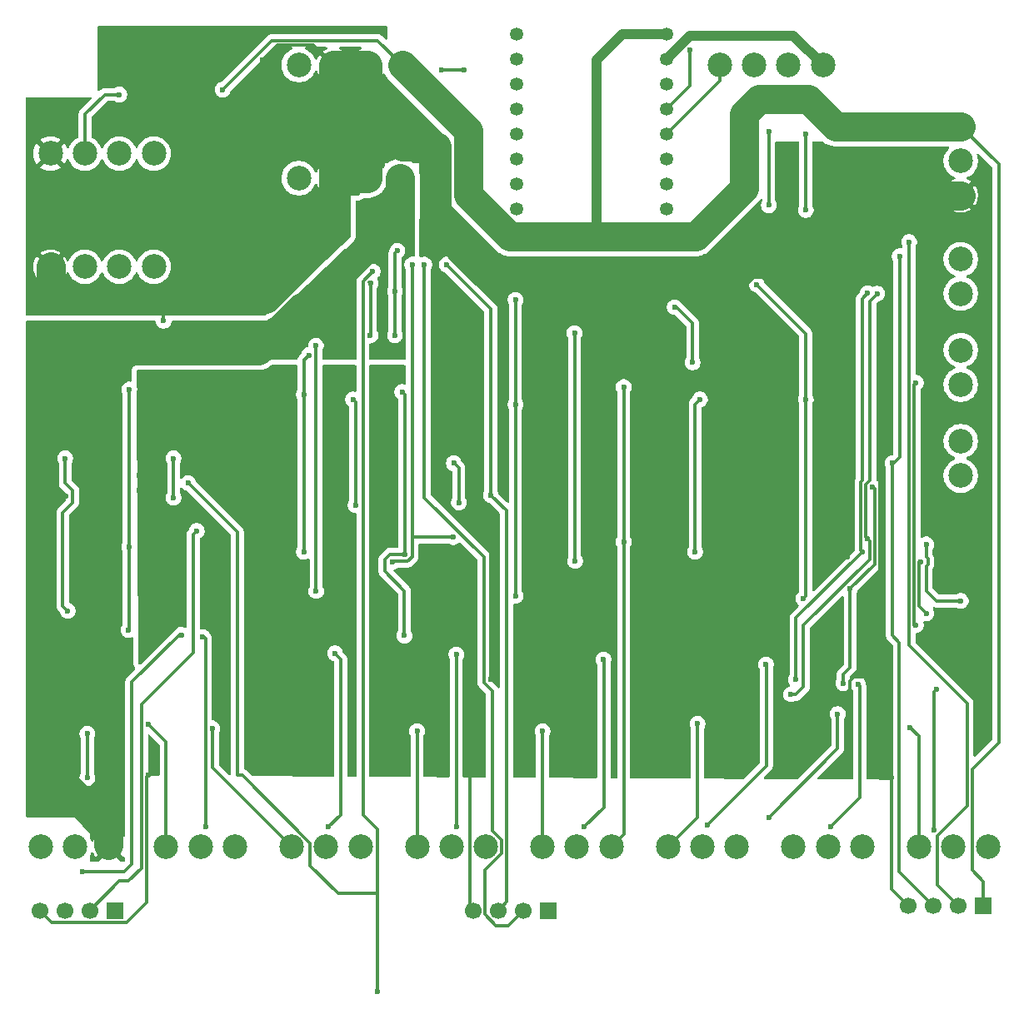
<source format=gbr>
%TF.GenerationSoftware,KiCad,Pcbnew,9.0.6*%
%TF.CreationDate,2026-01-05T12:44:01+01:00*%
%TF.ProjectId,velion_lightboard_pcb,76656c69-6f6e-45f6-9c69-676874626f61,rev?*%
%TF.SameCoordinates,Original*%
%TF.FileFunction,Copper,L1,Top*%
%TF.FilePolarity,Positive*%
%FSLAX46Y46*%
G04 Gerber Fmt 4.6, Leading zero omitted, Abs format (unit mm)*
G04 Created by KiCad (PCBNEW 9.0.6) date 2026-01-05 12:44:01*
%MOMM*%
%LPD*%
G01*
G04 APERTURE LIST*
%TA.AperFunction,ComponentPad*%
%ADD10C,2.500000*%
%TD*%
%TA.AperFunction,ComponentPad*%
%ADD11R,1.700000X1.700000*%
%TD*%
%TA.AperFunction,ComponentPad*%
%ADD12C,1.700000*%
%TD*%
%TA.AperFunction,ComponentPad*%
%ADD13C,1.348000*%
%TD*%
%TA.AperFunction,ViaPad*%
%ADD14C,0.600000*%
%TD*%
%TA.AperFunction,Conductor*%
%ADD15C,1.000000*%
%TD*%
%TA.AperFunction,Conductor*%
%ADD16C,0.300000*%
%TD*%
%TA.AperFunction,Conductor*%
%ADD17C,3.000000*%
%TD*%
G04 APERTURE END LIST*
D10*
%TO.P,J12,1,Pin_1*%
%TO.N,SDA*%
X121000000Y-54500000D03*
%TO.P,J12,2,Pin_2*%
%TO.N,SCL*%
X124500000Y-54500000D03*
%TO.P,J12,3,Pin_3*%
%TO.N,+3.3V*%
X128000000Y-54500000D03*
%TO.P,J12,4,Pin_4*%
%TO.N,GND*%
X131500000Y-54500000D03*
%TD*%
%TO.P,LS2,1,1*%
%TO.N,SIG_A*%
X145500000Y-74250000D03*
%TO.P,LS2,2,2*%
%TO.N,Net-(LS2-Pad2)*%
X145500000Y-77750000D03*
%TD*%
D11*
%TO.P,J17,1,Pin_1*%
%TO.N,+5V*%
X147810000Y-140000000D03*
D12*
%TO.P,J17,2,Pin_2*%
%TO.N,TRIG_C*%
X145270000Y-140000000D03*
%TO.P,J17,3,Pin_3*%
%TO.N,ECHO_C*%
X142730000Y-140000000D03*
%TO.P,J17,4,Pin_4*%
%TO.N,GND*%
X140190000Y-140000000D03*
%TD*%
D10*
%TO.P,J8,1,Pin_1*%
%TO.N,+12V*%
X84500000Y-134000000D03*
%TO.P,J8,2,Pin_2*%
%TO.N,Net-(J8-Pin_2)*%
X81000000Y-134000000D03*
%TO.P,J8,3,Pin_3*%
%TO.N,SENSE_2*%
X77500000Y-134000000D03*
%TD*%
%TO.P,J7,1,Pin_1*%
%TO.N,+12V*%
X71750000Y-134000000D03*
%TO.P,J7,2,Pin_2*%
%TO.N,Net-(J7-Pin_2)*%
X68250000Y-134000000D03*
%TO.P,J7,3,Pin_3*%
%TO.N,SENSE_1*%
X64750000Y-134000000D03*
%TD*%
%TO.P,J9,1,Pin_1*%
%TO.N,+12V*%
X110000000Y-134000000D03*
%TO.P,J9,2,Pin_2*%
%TO.N,Net-(J9-Pin_2)*%
X106500000Y-134000000D03*
%TO.P,J9,3,Pin_3*%
%TO.N,SENSE_4*%
X103000000Y-134000000D03*
%TD*%
D11*
%TO.P,J11,1,Pin_1*%
%TO.N,+5V*%
X103540000Y-140500000D03*
D12*
%TO.P,J11,2,Pin_2*%
%TO.N,TRIG_B*%
X101000000Y-140500000D03*
%TO.P,J11,3,Pin_3*%
%TO.N,ECHO_B*%
X98460000Y-140500000D03*
%TO.P,J11,4,Pin_4*%
%TO.N,GND*%
X95920000Y-140500000D03*
%TD*%
D10*
%TO.P,J15,1,Pin_1*%
%TO.N,+5V*%
X145500000Y-60750000D03*
%TO.P,J15,2,Pin_2*%
%TO.N,Net-(D1-DOUT)*%
X145500000Y-64250000D03*
%TO.P,J15,3,Pin_3*%
%TO.N,GND*%
X145500000Y-67750000D03*
%TD*%
%TO.P,J6,1,Pin_1*%
%TO.N,VBUS*%
X78237500Y-66000000D03*
%TO.P,J6,2,Pin_2*%
%TO.N,GND*%
X81737500Y-66000000D03*
%TO.P,J6,3,Pin_3*%
X85237500Y-66000000D03*
%TO.P,J6,4,Pin_4*%
%TO.N,+12V*%
X88737500Y-66000000D03*
%TD*%
D13*
%TO.P,U1,0,GPIO0*%
%TO.N,ECHO_A*%
X115620000Y-69130000D03*
%TO.P,U1,1,GPIO1*%
%TO.N,ECHO_B*%
X115620000Y-66590000D03*
%TO.P,U1,2,GPIO2*%
%TO.N,ECHO_C*%
X115620000Y-64050000D03*
%TO.P,U1,3,GPIO3*%
%TO.N,SDA*%
X115620000Y-61510000D03*
%TO.P,U1,3.3,3V3*%
%TO.N,+3.3V*%
X115620000Y-56430000D03*
%TO.P,U1,4,GPIO4*%
%TO.N,SCL*%
X115620000Y-58970000D03*
%TO.P,U1,5,GPIO5*%
%TO.N,CAN_TX*%
X100380000Y-51350000D03*
%TO.P,U1,5V,5V*%
%TO.N,+5V*%
X115620000Y-51350000D03*
%TO.P,U1,6,GPIO6*%
%TO.N,CAN_RX*%
X100380000Y-53890000D03*
%TO.P,U1,7,GPIO7*%
%TO.N,CAN_S*%
X100380000Y-56430000D03*
%TO.P,U1,8,GPIO8*%
%TO.N,RGBLED_DIN*%
X100380000Y-58970000D03*
%TO.P,U1,9,GPIO9*%
%TO.N,PIEZO_PWM_HALF_X*%
X100380000Y-61510000D03*
%TO.P,U1,10,GPIO10*%
%TO.N,PIEZO_PWM_HALF_Y*%
X100380000Y-64050000D03*
%TO.P,U1,20,GPIO20*%
%TO.N,TRIG_B*%
X100380000Y-66590000D03*
%TO.P,U1,21,GPIO21*%
%TO.N,TRIG_C*%
X100380000Y-69130000D03*
%TO.P,U1,G,GND*%
%TO.N,GND*%
X115620000Y-53890000D03*
%TD*%
D10*
%TO.P,J14,1,Pin_1*%
%TO.N,+12V*%
X122750000Y-134000000D03*
%TO.P,J14,2,Pin_2*%
%TO.N,Net-(J14-Pin_2)*%
X119250000Y-134000000D03*
%TO.P,J14,3,Pin_3*%
%TO.N,SENSE_5*%
X115750000Y-134000000D03*
%TD*%
%TO.P,LS1,1,1*%
%TO.N,SIG_C*%
X145500000Y-92750000D03*
%TO.P,LS1,2,2*%
%TO.N,Net-(LS1-Pad2)*%
X145500000Y-96250000D03*
%TD*%
%TO.P,LS3,1,1*%
%TO.N,SIG_B*%
X145500000Y-83500000D03*
%TO.P,LS3,2,2*%
%TO.N,Net-(LS3-Pad2)*%
X145500000Y-87000000D03*
%TD*%
%TO.P,J5,1,Pin_1*%
%TO.N,VBUS*%
X78237500Y-54500000D03*
%TO.P,J5,2,Pin_2*%
%TO.N,GND*%
X81737500Y-54500000D03*
%TO.P,J5,3,Pin_3*%
X85237500Y-54500000D03*
%TO.P,J5,4,Pin_4*%
%TO.N,+5V*%
X88737500Y-54500000D03*
%TD*%
D11*
%TO.P,J4,1,Pin_1*%
%TO.N,+5V*%
X59540000Y-140500000D03*
D12*
%TO.P,J4,2,Pin_2*%
%TO.N,PIEZO_PWM_HALF_Y*%
X57000000Y-140500000D03*
%TO.P,J4,3,Pin_3*%
%TO.N,ECHO_A*%
X54460000Y-140500000D03*
%TO.P,J4,4,Pin_4*%
%TO.N,GND*%
X51920000Y-140500000D03*
%TD*%
D10*
%TO.P,J2,1,Pin_1*%
%TO.N,GND*%
X53000000Y-75000000D03*
%TO.P,J2,2,Pin_2*%
%TO.N,CANL*%
X56500000Y-75000000D03*
%TO.P,J2,3,Pin_3*%
%TO.N,CANH*%
X60000000Y-75000000D03*
%TO.P,J2,4,Pin_4*%
%TO.N,VBUS*%
X63500000Y-75000000D03*
%TD*%
%TO.P,J10,1,Pin_1*%
%TO.N,+12V*%
X97250000Y-134000000D03*
%TO.P,J10,2,Pin_2*%
%TO.N,Net-(J10-Pin_2)*%
X93750000Y-134000000D03*
%TO.P,J10,3,Pin_3*%
%TO.N,SENSE_3*%
X90250000Y-134000000D03*
%TD*%
%TO.P,J1,1,Pin_1*%
%TO.N,GND*%
X53000000Y-63500000D03*
%TO.P,J1,2,Pin_2*%
%TO.N,CANL*%
X56500000Y-63500000D03*
%TO.P,J1,3,Pin_3*%
%TO.N,CANH*%
X60000000Y-63500000D03*
%TO.P,J1,4,Pin_4*%
%TO.N,VBUS*%
X63500000Y-63500000D03*
%TD*%
%TO.P,J16,1,Pin_1*%
%TO.N,+12V*%
X148250000Y-134000000D03*
%TO.P,J16,2,Pin_2*%
%TO.N,Net-(J16-Pin_2)*%
X144750000Y-134000000D03*
%TO.P,J16,3,Pin_3*%
%TO.N,SENSE_7*%
X141250000Y-134000000D03*
%TD*%
%TO.P,J13,1,Pin_1*%
%TO.N,+12V*%
X135500000Y-134000000D03*
%TO.P,J13,2,Pin_2*%
%TO.N,Net-(J13-Pin_2)*%
X132000000Y-134000000D03*
%TO.P,J13,3,Pin_3*%
%TO.N,SENSE_6*%
X128500000Y-134000000D03*
%TD*%
%TO.P,J3,1,Pin_1*%
%TO.N,+12V*%
X59000000Y-134000000D03*
%TO.P,J3,2,Pin_2*%
%TO.N,Net-(J3-Pin_2)*%
X55500000Y-134000000D03*
%TO.P,J3,3,Pin_3*%
%TO.N,SENSE_0*%
X52000000Y-134000000D03*
%TD*%
D14*
%TO.N,GND*%
X95000000Y-55000000D03*
%TO.N,SCL*%
X118000000Y-53000000D03*
%TO.N,SDA*%
X129750000Y-61500000D03*
%TO.N,SCL*%
X126000000Y-61300000D03*
%TO.N,+3.3V*%
X133565055Y-117355602D03*
X54750000Y-110000000D03*
X54500000Y-94500000D03*
X65500000Y-94500000D03*
X65500000Y-98500000D03*
X136550000Y-97421634D03*
X134250000Y-107750000D03*
X94000000Y-95000000D03*
X94500000Y-99000000D03*
%TO.N,GND*%
X70000000Y-115000000D03*
X62939919Y-126717414D03*
X81250000Y-98000000D03*
X64500000Y-80500000D03*
X97750000Y-117000000D03*
X123000000Y-99250000D03*
X95750000Y-126750000D03*
X77500000Y-93250000D03*
X123500000Y-82750000D03*
X70500000Y-122750000D03*
X134250000Y-92250000D03*
X92250000Y-81750000D03*
X104750000Y-110000000D03*
X71500000Y-99000000D03*
X134250000Y-81000000D03*
X74550000Y-54000000D03*
X62000000Y-96250000D03*
X81250000Y-95000000D03*
X134000000Y-104500000D03*
X129250000Y-124900000D03*
X62000000Y-97750000D03*
X123500000Y-96750000D03*
X104750000Y-117000000D03*
X138500000Y-127000000D03*
X115500000Y-122500000D03*
X92750000Y-55000000D03*
X71500000Y-95750000D03*
%TO.N,+5V*%
X70500000Y-57000000D03*
%TO.N,+12V*%
X111250000Y-103000000D03*
X83750000Y-88500000D03*
X58750000Y-81000000D03*
X78500000Y-81750000D03*
X84000000Y-99250000D03*
X111250000Y-87250000D03*
X54550000Y-98334988D03*
%TO.N,VBUS*%
X100250000Y-108500000D03*
X129750000Y-88500000D03*
X100250000Y-78375000D03*
X124750000Y-76800000D03*
X79250000Y-84000000D03*
X129500000Y-108750000D03*
X100250000Y-89000000D03*
X78750000Y-88000000D03*
X85525401Y-76714549D03*
X78750000Y-104000000D03*
X85500000Y-82000000D03*
%TO.N,CANL*%
X60000000Y-57500000D03*
%TO.N,SENSE_6*%
X126000000Y-131000000D03*
X133000000Y-120500000D03*
%TO.N,SENSE_5*%
X118750000Y-121500000D03*
%TO.N,SENSE_4*%
X103000000Y-122250000D03*
%TO.N,SENSE_3*%
X90250000Y-122250000D03*
%TO.N,SENSE_2*%
X69450000Y-121963002D03*
%TO.N,SENSE_1*%
X62950000Y-121542895D03*
%TO.N,SENSE_0*%
X56750000Y-122500000D03*
X56750000Y-127000000D03*
%TO.N,SENSE_7*%
X140349000Y-121859440D03*
%TO.N,SDA*%
X128250000Y-118500000D03*
X129750000Y-69250000D03*
X136050000Y-102689078D03*
X137000000Y-77750000D03*
%TO.N,SCL*%
X135500000Y-104000000D03*
X128750000Y-117000000D03*
X126000000Y-68750000D03*
X136034188Y-77715811D03*
%TO.N,TRIG_C*%
X140250000Y-72500000D03*
%TO.N,ECHO_C*%
X138550000Y-95000000D03*
X139300000Y-73936950D03*
%TO.N,TRIG_B*%
X91000000Y-74800000D03*
%TO.N,ECHO_B*%
X97750000Y-98250000D03*
X93250000Y-74800000D03*
%TO.N,PIEZO_PWM_HALF_Y*%
X93950000Y-102500000D03*
X67864101Y-101885899D03*
X87750000Y-105000000D03*
X89750000Y-74800000D03*
%TO.N,ECHO_A*%
X67000000Y-97000000D03*
X85750000Y-75500000D03*
X86250000Y-148750000D03*
%TO.N,Net-(LS2-Pad2)*%
X79964392Y-83025559D03*
X80000000Y-108000000D03*
%TO.N,Net-(LS3-Pad2)*%
X106320137Y-104946478D03*
X106250000Y-81750000D03*
%TO.N,MOSFET_GATE_5*%
X125696709Y-115449775D03*
X119750000Y-131750000D03*
%TO.N,MOSFET_GATE_4*%
X109194044Y-114950002D03*
X107250000Y-132000000D03*
%TO.N,MOSFET_GATE_3*%
X94250000Y-114450001D03*
X94250000Y-132000000D03*
%TO.N,MOSFET_GATE_2*%
X81922919Y-114327081D03*
X81250000Y-132000000D03*
%TO.N,MOSFET_GATE_1*%
X68465289Y-112688875D03*
X68750000Y-132000000D03*
%TO.N,MOSFET_GATE_0*%
X56250000Y-136500000D03*
X66300000Y-112450000D03*
%TO.N,MOSFET_GATE_7*%
X143000000Y-118000000D03*
X142751009Y-132259040D03*
%TO.N,MOSFET_GATE_6*%
X135045772Y-117450000D03*
X132250000Y-132000000D03*
%TO.N,PIEZO_PWM_HALF_X*%
X88000000Y-77500000D03*
X88000000Y-82000000D03*
X116436950Y-79126099D03*
X118250000Y-84750000D03*
X88250000Y-73390000D03*
%TO.N,EN_PIEZO_A*%
X61000000Y-103500000D03*
X145500000Y-109000000D03*
X61000000Y-87500000D03*
X60936950Y-111950000D03*
X142000000Y-103250000D03*
%TO.N,EN_PIEZO_B*%
X88969521Y-112526000D03*
X88750000Y-87750000D03*
X142000000Y-110250000D03*
X89000000Y-104250000D03*
X141450000Y-105000000D03*
%TO.N,EN_PIEZO_C*%
X140950000Y-111436950D03*
X119000000Y-88500000D03*
X118500000Y-104000000D03*
X140950000Y-86814577D03*
%TD*%
D15*
%TO.N,GND*%
X131500000Y-54500000D02*
X128500000Y-51500000D01*
D16*
%TO.N,SDA*%
X121000000Y-54500000D02*
X121000000Y-56130000D01*
%TO.N,GND*%
X92750000Y-55000000D02*
X95000000Y-55000000D01*
D15*
X115620000Y-53890000D02*
X118010000Y-51500000D01*
X118010000Y-51500000D02*
X128500000Y-51500000D01*
%TO.N,+5V*%
X108500000Y-54000000D02*
X108500000Y-71950000D01*
D17*
X108500000Y-71950000D02*
X99725483Y-71950000D01*
D15*
X111150000Y-51350000D02*
X108500000Y-54000000D01*
X115620000Y-51350000D02*
X111150000Y-51350000D01*
D16*
%TO.N,SDA*%
X115620000Y-61510000D02*
X121000000Y-56130000D01*
%TO.N,SCL*%
X118000000Y-56590000D02*
X118000000Y-53000000D01*
X115620000Y-58970000D02*
X118000000Y-56590000D01*
X126000000Y-68750000D02*
X126000000Y-61300000D01*
%TO.N,+3.3V*%
X134250000Y-115750000D02*
X133565055Y-116434945D01*
X54500000Y-97000000D02*
X54500000Y-94500000D01*
X54250000Y-109500000D02*
X54250000Y-100000000D01*
X54250000Y-100000000D02*
X55250000Y-99000000D01*
X55250000Y-97750000D02*
X54500000Y-97000000D01*
X136750000Y-97621634D02*
X136550000Y-97421634D01*
X55250000Y-99000000D02*
X55250000Y-97750000D01*
X133565055Y-116434945D02*
X133565055Y-117355602D01*
X136750000Y-105250000D02*
X136750000Y-97621634D01*
X65500000Y-94500000D02*
X65500000Y-98500000D01*
X134250000Y-107750000D02*
X134250000Y-115750000D01*
X94500000Y-99000000D02*
X94500000Y-95500000D01*
X54750000Y-110000000D02*
X54250000Y-109500000D01*
X94500000Y-95500000D02*
X94000000Y-95000000D01*
X134250000Y-107750000D02*
X136750000Y-105250000D01*
%TO.N,GND*%
X95920000Y-140500000D02*
X95649000Y-140229000D01*
D17*
X53000000Y-75000000D02*
X53000000Y-76767766D01*
D16*
X92250000Y-81750000D02*
X92250000Y-98000000D01*
X53121000Y-141701000D02*
X60741000Y-141701000D01*
D17*
X88750000Y-62750000D02*
X83250000Y-57250000D01*
D16*
X97250000Y-103000000D02*
X97750000Y-103500000D01*
D17*
X54482234Y-78250000D02*
X64500000Y-78250000D01*
D16*
X123500000Y-96750000D02*
X123500000Y-98750000D01*
D17*
X83250000Y-54500000D02*
X81737500Y-54500000D01*
X123000862Y-75650000D02*
X96999138Y-75650000D01*
D16*
X76050000Y-52500000D02*
X74550000Y-54000000D01*
X132500000Y-119250000D02*
X133000000Y-119250000D01*
X129250000Y-121500000D02*
X130750000Y-120000000D01*
X123500000Y-104750000D02*
X123500000Y-96750000D01*
D17*
X81737500Y-71370721D02*
X81737500Y-66000000D01*
D16*
X81250000Y-98000000D02*
X81250000Y-95000000D01*
X137250000Y-116750000D02*
X137250000Y-81000000D01*
X95649000Y-126851000D02*
X95750000Y-126750000D01*
X51920000Y-140500000D02*
X53121000Y-141701000D01*
D17*
X92250000Y-70900862D02*
X92250000Y-62750000D01*
D16*
X134250000Y-118000000D02*
X133000000Y-119250000D01*
X70000000Y-121000000D02*
X70500000Y-121500000D01*
X138500000Y-138310000D02*
X138500000Y-127000000D01*
X64500000Y-80500000D02*
X64500000Y-78250000D01*
D17*
X81737500Y-66000000D02*
X81737500Y-54500000D01*
D16*
X137250000Y-116750000D02*
X138500000Y-118000000D01*
X115500000Y-112750000D02*
X123500000Y-104750000D01*
X134250000Y-118000000D02*
X134250000Y-117122061D01*
X104750000Y-110000000D02*
X104750000Y-117000000D01*
X134622061Y-116750000D02*
X134250000Y-117122061D01*
D17*
X64500000Y-78250000D02*
X74858221Y-78250000D01*
X136500000Y-72750000D02*
X134500000Y-74750000D01*
D16*
X123500000Y-98750000D02*
X123000000Y-99250000D01*
D17*
X74858221Y-78250000D02*
X81737500Y-71370721D01*
D16*
X138500000Y-118000000D02*
X138500000Y-127000000D01*
D17*
X134500000Y-74750000D02*
X123900862Y-74750000D01*
X85237500Y-66000000D02*
X81737500Y-66000000D01*
D16*
X95649000Y-140229000D02*
X95649000Y-126851000D01*
D17*
X93549569Y-72200431D02*
X92250000Y-70900862D01*
X53000000Y-76767766D02*
X54482234Y-78250000D01*
D16*
X130750000Y-120000000D02*
X131750000Y-120000000D01*
X123500000Y-96750000D02*
X123500000Y-82750000D01*
X115500000Y-122500000D02*
X115500000Y-112750000D01*
X97750000Y-103500000D02*
X97750000Y-117000000D01*
X134250000Y-92250000D02*
X134250000Y-81000000D01*
X81737500Y-54500000D02*
X79737500Y-52500000D01*
X92250000Y-98000000D02*
X97250000Y-103000000D01*
X92250000Y-73500000D02*
X93549569Y-72200431D01*
X129250000Y-124900000D02*
X129250000Y-121500000D01*
X70000000Y-115000000D02*
X70000000Y-121000000D01*
X134000000Y-104500000D02*
X134000000Y-92500000D01*
D17*
X92250000Y-62750000D02*
X88750000Y-62750000D01*
X83250000Y-57250000D02*
X83250000Y-54500000D01*
X145500000Y-67750000D02*
X141500000Y-67750000D01*
D16*
X123500000Y-82750000D02*
X123500000Y-76149138D01*
X123500000Y-76149138D02*
X123000862Y-75650000D01*
X140190000Y-140000000D02*
X138500000Y-138310000D01*
X79737500Y-52500000D02*
X76050000Y-52500000D01*
X62750000Y-139692000D02*
X62750000Y-126907333D01*
X62000000Y-97750000D02*
X62000000Y-96250000D01*
X62750000Y-126907333D02*
X62939919Y-126717414D01*
X138000000Y-74250000D02*
X136500000Y-72750000D01*
D17*
X85237500Y-66000000D02*
X85237500Y-54500000D01*
X96999138Y-75650000D02*
X93549569Y-72200431D01*
D16*
X134000000Y-92500000D02*
X134250000Y-92250000D01*
X138000000Y-80250000D02*
X138000000Y-74250000D01*
D17*
X123900862Y-74750000D02*
X123000862Y-75650000D01*
D16*
X137250000Y-81000000D02*
X138000000Y-80250000D01*
X70500000Y-121500000D02*
X70500000Y-122750000D01*
D17*
X141500000Y-67750000D02*
X136500000Y-72750000D01*
D16*
X131750000Y-120000000D02*
X132500000Y-119250000D01*
X137250000Y-116750000D02*
X134622061Y-116750000D01*
X60741000Y-141701000D02*
X62750000Y-139692000D01*
X71500000Y-99000000D02*
X71500000Y-95750000D01*
X92250000Y-81750000D02*
X92250000Y-73500000D01*
D17*
X85237500Y-54500000D02*
X83250000Y-54500000D01*
%TO.N,+5V*%
X99725483Y-71950000D02*
X95450000Y-67674517D01*
X125000000Y-58000000D02*
X123500000Y-59500000D01*
D16*
X146649000Y-126101000D02*
X149349000Y-123401000D01*
D17*
X95450000Y-67674517D02*
X95450000Y-61212500D01*
X95450000Y-61212500D02*
X88737500Y-54500000D01*
D16*
X75500000Y-52000000D02*
X86237500Y-52000000D01*
D17*
X130000000Y-58000000D02*
X125000000Y-58000000D01*
X145500000Y-60750000D02*
X132750000Y-60750000D01*
X123500000Y-59500000D02*
X123500000Y-67000000D01*
D16*
X70500000Y-57000000D02*
X75500000Y-52000000D01*
X147810000Y-137560000D02*
X146649000Y-136399000D01*
X149349000Y-64599000D02*
X145500000Y-60750000D01*
D17*
X132750000Y-60750000D02*
X130000000Y-58000000D01*
X123500000Y-67000000D02*
X118550000Y-71950000D01*
D16*
X149349000Y-123401000D02*
X149349000Y-64599000D01*
X147810000Y-140000000D02*
X147810000Y-137560000D01*
D17*
X118550000Y-71950000D02*
X108500000Y-71950000D01*
D16*
X86237500Y-52000000D02*
X88737500Y-54500000D01*
X146649000Y-136399000D02*
X146649000Y-126101000D01*
D17*
%TO.N,+12V*%
X88548000Y-66000000D02*
X88548000Y-69728898D01*
X88548000Y-69728898D02*
X79126898Y-79150000D01*
X58750000Y-83500000D02*
X57751000Y-83500000D01*
X58836885Y-132069119D02*
X58836885Y-133836885D01*
D16*
X111250000Y-103000000D02*
X111250000Y-87250000D01*
D17*
X77316852Y-80316852D02*
X74133705Y-83500000D01*
X52001000Y-125233234D02*
X58836885Y-132069119D01*
X79126898Y-79150000D02*
X78483705Y-79150000D01*
D16*
X111250000Y-103000000D02*
X111249999Y-132750001D01*
D17*
X52001000Y-98500000D02*
X52001000Y-125233234D01*
D16*
X84000000Y-88750000D02*
X83750000Y-88500000D01*
X78500000Y-81750000D02*
X78500000Y-81500000D01*
X111249999Y-132750001D02*
X110000000Y-134000000D01*
D17*
X57751000Y-83500000D02*
X52001000Y-89250000D01*
D16*
X54550000Y-98334988D02*
X52166012Y-98334988D01*
X78500000Y-81500000D02*
X77316852Y-80316852D01*
X84000000Y-99250000D02*
X84000000Y-88750000D01*
X52166012Y-98334988D02*
X52001000Y-98500000D01*
D17*
X52001000Y-89250000D02*
X52001000Y-98500000D01*
X74133705Y-83500000D02*
X58750000Y-83500000D01*
D16*
X58750000Y-81000000D02*
X58750000Y-83500000D01*
D17*
X78483705Y-79150000D02*
X77316852Y-80316852D01*
D16*
%TO.N,VBUS*%
X100250000Y-89000000D02*
X100250000Y-108500000D01*
X129500000Y-108750000D02*
X129750000Y-108500000D01*
X85373901Y-76626099D02*
X85436951Y-76626099D01*
X78750000Y-104000000D02*
X78750000Y-88000000D01*
X85525401Y-81974599D02*
X85500000Y-82000000D01*
X129750000Y-88500000D02*
X129750000Y-81800000D01*
X85525401Y-76714549D02*
X85525401Y-81974599D01*
X129750000Y-81800000D02*
X124750000Y-76800000D01*
X129750000Y-108500000D02*
X129750000Y-88500000D01*
X100250000Y-78375000D02*
X100250000Y-89000000D01*
X85436951Y-76626099D02*
X85525401Y-76714549D01*
X78750000Y-88000000D02*
X78750000Y-84500000D01*
X79250000Y-84000000D02*
X78750000Y-84500000D01*
%TO.N,CANL*%
X60000000Y-57500000D02*
X58500000Y-57500000D01*
X56500000Y-59500000D02*
X56500000Y-63500000D01*
X58500000Y-57500000D02*
X56500000Y-59500000D01*
%TO.N,SENSE_6*%
X133000000Y-124000000D02*
X126000000Y-131000000D01*
X133000000Y-120500000D02*
X133000000Y-124000000D01*
%TO.N,SENSE_5*%
X118750000Y-131000000D02*
X115750000Y-134000000D01*
X118750000Y-121500000D02*
X118750000Y-131000000D01*
%TO.N,SENSE_4*%
X103000000Y-134000000D02*
X103000000Y-122250000D01*
%TO.N,SENSE_3*%
X90250000Y-122250000D02*
X90250000Y-134000000D01*
%TO.N,SENSE_2*%
X77500000Y-134000000D02*
X69450000Y-125950000D01*
X69450000Y-125950000D02*
X69450000Y-121963002D01*
%TO.N,SENSE_1*%
X64750000Y-134000000D02*
X64750000Y-123342895D01*
X64750000Y-123342895D02*
X62950000Y-121542895D01*
%TO.N,SENSE_0*%
X56750000Y-127000000D02*
X56750000Y-122500000D01*
%TO.N,SENSE_7*%
X141250000Y-122760440D02*
X140349000Y-121859440D01*
X141250000Y-134000000D02*
X141250000Y-122760440D01*
%TO.N,SDA*%
X128250000Y-118500000D02*
X128750000Y-118500000D01*
X136250000Y-102889078D02*
X136050000Y-102689078D01*
X135850000Y-102489078D02*
X136050000Y-102689078D01*
X137000000Y-77750000D02*
X136250000Y-78500000D01*
X136250000Y-104750000D02*
X136250000Y-102889078D01*
X136250000Y-78500000D02*
X136250000Y-96731684D01*
X135850000Y-97131684D02*
X135850000Y-102489078D01*
X129750000Y-61500000D02*
X129750000Y-69250000D01*
X129500000Y-117750000D02*
X129500000Y-111500000D01*
X136250000Y-96731684D02*
X135850000Y-97131684D01*
X128750000Y-118500000D02*
X129500000Y-117750000D01*
X129500000Y-111500000D02*
X136250000Y-104750000D01*
%TO.N,SCL*%
X135500000Y-78250000D02*
X136034188Y-77715811D01*
X135350000Y-96924577D02*
X135500000Y-96774578D01*
X128750000Y-110750000D02*
X135500000Y-104000000D01*
X135500000Y-104000000D02*
X135350000Y-103850000D01*
X128750000Y-117000000D02*
X128750000Y-110750000D01*
X135350000Y-103850000D02*
X135350000Y-96924577D01*
X135500000Y-96774578D02*
X135500000Y-78250000D01*
%TO.N,TRIG_C*%
X143149000Y-137879000D02*
X143149000Y-132851000D01*
X145270000Y-140000000D02*
X143149000Y-137879000D01*
X146149000Y-119399000D02*
X140250000Y-113500000D01*
X143149000Y-132851000D02*
X146149000Y-129851000D01*
X146149000Y-129851000D02*
X146149000Y-119399000D01*
X140250000Y-113500000D02*
X140250000Y-72500000D01*
%TO.N,ECHO_C*%
X138550000Y-112507106D02*
X138550000Y-95000000D01*
X142730000Y-140000000D02*
X139250000Y-136520000D01*
X139250000Y-136520000D02*
X139250000Y-113207106D01*
X139250000Y-113207106D02*
X138550000Y-112507106D01*
X138748000Y-94945532D02*
X139300000Y-94393532D01*
X139300000Y-94393532D02*
X139300000Y-73936950D01*
%TO.N,TRIG_B*%
X97050000Y-117289950D02*
X97050000Y-104550000D01*
X97121000Y-136393156D02*
X98851000Y-134663156D01*
X97913156Y-132399000D02*
X97913156Y-118153106D01*
X99500000Y-142000000D02*
X98250000Y-142000000D01*
X98851000Y-133336844D02*
X97913156Y-132399000D01*
X98851000Y-134663156D02*
X98851000Y-133336844D01*
X97121000Y-140871000D02*
X97121000Y-136393156D01*
X91000000Y-98500000D02*
X91000000Y-74800000D01*
X101000000Y-140500000D02*
X99500000Y-142000000D01*
X97913156Y-118153106D02*
X97050000Y-117289950D01*
X97050000Y-104550000D02*
X91000000Y-98500000D01*
X98250000Y-142000000D02*
X97121000Y-140871000D01*
%TO.N,ECHO_B*%
X99351000Y-139609000D02*
X99351000Y-133129737D01*
X99310000Y-106102894D02*
X99310000Y-99810000D01*
X99351000Y-133129737D02*
X99350000Y-133128738D01*
X99350000Y-133128738D02*
X99350000Y-106142893D01*
X98460000Y-140500000D02*
X99351000Y-139609000D01*
X97750000Y-98250000D02*
X97750000Y-79300000D01*
X99310000Y-99810000D02*
X97750000Y-98250000D01*
X99350000Y-106142893D02*
X99310000Y-106102894D01*
X97750000Y-79300000D02*
X93250000Y-74800000D01*
%TO.N,PIEZO_PWM_HALF_Y*%
X67500000Y-114250000D02*
X67500000Y-102250000D01*
X57000000Y-140500000D02*
X60000000Y-137500000D01*
X89750000Y-102500000D02*
X89750000Y-74800000D01*
X87800000Y-104950000D02*
X87750000Y-105000000D01*
X60000000Y-137500000D02*
X60914212Y-137500000D01*
X67500000Y-102250000D02*
X67864101Y-101885899D01*
X89750000Y-104489950D02*
X89289950Y-104950000D01*
X89750000Y-102500000D02*
X89750000Y-104489950D01*
X62250000Y-136164212D02*
X62250000Y-119500000D01*
X89750000Y-102500000D02*
X93950000Y-102500000D01*
X62250000Y-119500000D02*
X67500000Y-114250000D01*
X60914212Y-137500000D02*
X62250000Y-136164212D01*
X89289950Y-104950000D02*
X87800000Y-104950000D01*
%TO.N,ECHO_A*%
X67000000Y-97000000D02*
X72000000Y-102000000D01*
X79399000Y-133634844D02*
X79399000Y-135899000D01*
X84750000Y-76500000D02*
X84750000Y-113500000D01*
X79399000Y-135899000D02*
X82250000Y-138750000D01*
X86250000Y-132250000D02*
X86250000Y-138750000D01*
X84750000Y-130750000D02*
X86250000Y-132250000D01*
X84750000Y-113500000D02*
X84750000Y-130750000D01*
X72000000Y-126750000D02*
X72514156Y-126750000D01*
X85750000Y-75500000D02*
X84750000Y-76500000D01*
X86250000Y-138750000D02*
X86250000Y-148750000D01*
X72514156Y-126750000D02*
X79399000Y-133634844D01*
X82250000Y-138750000D02*
X86250000Y-138750000D01*
X72000000Y-102000000D02*
X72000000Y-126750000D01*
%TO.N,Net-(LS2-Pad2)*%
X80000000Y-108000000D02*
X80000000Y-83061167D01*
X80000000Y-83061167D02*
X79964392Y-83025559D01*
%TO.N,Net-(LS3-Pad2)*%
X106250000Y-81750000D02*
X106250000Y-104876341D01*
X106250000Y-104876341D02*
X106320137Y-104946478D01*
%TO.N,MOSFET_GATE_5*%
X119750000Y-131750000D02*
X125750000Y-125750000D01*
X125750000Y-115503066D02*
X125696709Y-115449775D01*
X125750000Y-125750000D02*
X125750000Y-115503066D01*
%TO.N,MOSFET_GATE_4*%
X109250000Y-115005958D02*
X109194044Y-114950002D01*
X109250000Y-130000000D02*
X109250000Y-115005958D01*
X107250000Y-132000000D02*
X109250000Y-130000000D01*
%TO.N,MOSFET_GATE_3*%
X94250000Y-132000000D02*
X94250000Y-114450001D01*
%TO.N,MOSFET_GATE_2*%
X82500000Y-114904162D02*
X82500000Y-130750000D01*
X81922919Y-114327081D02*
X82500000Y-114904162D01*
X82500000Y-130750000D02*
X81250000Y-132000000D01*
%TO.N,MOSFET_GATE_1*%
X68750000Y-132000000D02*
X68750000Y-112799044D01*
X68639831Y-112688875D02*
X68465289Y-112688875D01*
X68750000Y-112799044D02*
X68639831Y-112688875D01*
%TO.N,MOSFET_GATE_0*%
X61250000Y-117250000D02*
X66050000Y-112450000D01*
X56250000Y-136500000D02*
X60500000Y-136500000D01*
X61250000Y-135750000D02*
X61250000Y-117250000D01*
X66050000Y-112450000D02*
X66300000Y-112450000D01*
X60500000Y-136500000D02*
X61250000Y-135750000D01*
%TO.N,MOSFET_GATE_7*%
X142751009Y-132259040D02*
X142751009Y-118248991D01*
X142751009Y-118248991D02*
X143000000Y-118000000D01*
%TO.N,MOSFET_GATE_6*%
X132250000Y-132000000D02*
X135250000Y-129000000D01*
X135250000Y-129000000D02*
X135250000Y-117654228D01*
X135250000Y-117654228D02*
X135045772Y-117450000D01*
%TO.N,PIEZO_PWM_HALF_X*%
X88000000Y-82000000D02*
X88000000Y-77500000D01*
X88000000Y-77500000D02*
X88000000Y-73640000D01*
X118250000Y-84750000D02*
X118250000Y-80750000D01*
X116626099Y-79126099D02*
X116436950Y-79126099D01*
X118250000Y-80750000D02*
X116626099Y-79126099D01*
X88000000Y-73640000D02*
X88250000Y-73390000D01*
%TO.N,EN_PIEZO_A*%
X142000000Y-108000000D02*
X143000000Y-109000000D01*
X142000000Y-103250000D02*
X142000000Y-104560050D01*
X61000000Y-103500000D02*
X61000000Y-87500000D01*
X61000000Y-111886950D02*
X60936950Y-111950000D01*
X61000000Y-103500000D02*
X61000000Y-111886950D01*
X143000000Y-109000000D02*
X145500000Y-109000000D01*
X142150000Y-104710050D02*
X142150000Y-105289950D01*
X142000000Y-104560050D02*
X142150000Y-104710050D01*
X142000000Y-105439950D02*
X142000000Y-108000000D01*
X142150000Y-105289950D02*
X142000000Y-105439950D01*
%TO.N,EN_PIEZO_B*%
X88969521Y-112526000D02*
X88969521Y-107969521D01*
X87500000Y-104250000D02*
X89000000Y-104250000D01*
X87000000Y-104750000D02*
X87500000Y-104250000D01*
X141250000Y-109500000D02*
X141250000Y-105000000D01*
X141250000Y-105000000D02*
X141450000Y-105000000D01*
X88969521Y-107969521D02*
X87000000Y-106000000D01*
X88750000Y-87750000D02*
X89000000Y-88000000D01*
X89000000Y-88000000D02*
X89000000Y-104250000D01*
X87000000Y-106000000D02*
X87000000Y-104750000D01*
X142000000Y-110250000D02*
X141250000Y-109500000D01*
%TO.N,EN_PIEZO_C*%
X118500000Y-104000000D02*
X118500000Y-89000000D01*
X140950000Y-111436950D02*
X140750000Y-111436950D01*
X140750000Y-111436950D02*
X140750000Y-87014577D01*
X118500000Y-89000000D02*
X119000000Y-88500000D01*
X140750000Y-87014577D02*
X140950000Y-86814577D01*
%TD*%
%TA.AperFunction,Conductor*%
%TO.N,+12V*%
G36*
X58335359Y-134355258D02*
G01*
X58417437Y-134478097D01*
X58521903Y-134582563D01*
X58644742Y-134664641D01*
X58675974Y-134677578D01*
X57939362Y-135414189D01*
X57934466Y-135436073D01*
X57884768Y-135485184D01*
X57825989Y-135500000D01*
X57124000Y-135500000D01*
X57056961Y-135480315D01*
X57011206Y-135427511D01*
X57000000Y-135376000D01*
X57000000Y-134936148D01*
X57016611Y-134874151D01*
X57073344Y-134775888D01*
X57135709Y-134625323D01*
X57179549Y-134570921D01*
X57245843Y-134548856D01*
X57313543Y-134566135D01*
X57361154Y-134617272D01*
X57364831Y-134625324D01*
X57427102Y-134775659D01*
X57427106Y-134775669D01*
X57541799Y-134974324D01*
X57541805Y-134974331D01*
X57598381Y-135048064D01*
X58322421Y-134324024D01*
X58335359Y-134355258D01*
G37*
%TD.AperFunction*%
%TA.AperFunction,Conductor*%
G36*
X60401617Y-135048064D02*
G01*
X60422736Y-135046680D01*
X60433552Y-135038783D01*
X60503298Y-135034628D01*
X60564218Y-135068840D01*
X60596971Y-135130558D01*
X60599500Y-135155472D01*
X60599500Y-135376000D01*
X60579815Y-135443039D01*
X60527011Y-135488794D01*
X60475500Y-135500000D01*
X60174010Y-135500000D01*
X60106971Y-135480315D01*
X60061216Y-135427511D01*
X60058352Y-135411905D01*
X59324025Y-134677578D01*
X59355258Y-134664641D01*
X59478097Y-134582563D01*
X59582563Y-134478097D01*
X59664641Y-134355258D01*
X59677578Y-134324025D01*
X60401617Y-135048064D01*
G37*
%TD.AperFunction*%
%TA.AperFunction,Conductor*%
G36*
X88072859Y-66355258D02*
G01*
X88154937Y-66478097D01*
X88259403Y-66582563D01*
X88382242Y-66664641D01*
X88413473Y-66677577D01*
X87689434Y-67401617D01*
X87689434Y-67401618D01*
X87763166Y-67458194D01*
X87961830Y-67572893D01*
X87961840Y-67572897D01*
X88173769Y-67660681D01*
X88395362Y-67720057D01*
X88622789Y-67749998D01*
X88622806Y-67750000D01*
X88852194Y-67750000D01*
X88852210Y-67749998D01*
X89079637Y-67720057D01*
X89301230Y-67660681D01*
X89513159Y-67572897D01*
X89513168Y-67572893D01*
X89711834Y-67458193D01*
X89843513Y-67357152D01*
X89908682Y-67331958D01*
X89977127Y-67345996D01*
X90027117Y-67394810D01*
X90043000Y-67455528D01*
X90043000Y-69818760D01*
X90041939Y-69834946D01*
X90018481Y-70013118D01*
X90015322Y-70029007D01*
X90014362Y-70032590D01*
X90014356Y-70032613D01*
X90003803Y-70081593D01*
X90002807Y-70087664D01*
X89997812Y-70128412D01*
X89996171Y-70148527D01*
X89994500Y-70189588D01*
X89994500Y-73881356D01*
X89974815Y-73948395D01*
X89922011Y-73994150D01*
X89852853Y-74004094D01*
X89846312Y-74002974D01*
X89828844Y-73999500D01*
X89828842Y-73999500D01*
X89671158Y-73999500D01*
X89671155Y-73999500D01*
X89516510Y-74030261D01*
X89516498Y-74030264D01*
X89370827Y-74090602D01*
X89370814Y-74090609D01*
X89239711Y-74178210D01*
X89239707Y-74178213D01*
X89128213Y-74289707D01*
X89128210Y-74289711D01*
X89040609Y-74420814D01*
X89040602Y-74420827D01*
X88980264Y-74566498D01*
X88980261Y-74566510D01*
X88949500Y-74721153D01*
X88949500Y-74878846D01*
X88980261Y-75033489D01*
X88980264Y-75033501D01*
X89040602Y-75179172D01*
X89040606Y-75179179D01*
X89078602Y-75236044D01*
X89099480Y-75302721D01*
X89099500Y-75304935D01*
X89099500Y-84370500D01*
X89079815Y-84437539D01*
X89027011Y-84483294D01*
X88975500Y-84494500D01*
X85524500Y-84494500D01*
X85457461Y-84474815D01*
X85411706Y-84422011D01*
X85400500Y-84370500D01*
X85400500Y-82924500D01*
X85420185Y-82857461D01*
X85472989Y-82811706D01*
X85524500Y-82800500D01*
X85578844Y-82800500D01*
X85578845Y-82800499D01*
X85733497Y-82769737D01*
X85879179Y-82709394D01*
X86010289Y-82621789D01*
X86121789Y-82510289D01*
X86209394Y-82379179D01*
X86269737Y-82233497D01*
X86300500Y-82078842D01*
X86300500Y-81921158D01*
X86300500Y-81921155D01*
X86300499Y-81921153D01*
X86269738Y-81766510D01*
X86269737Y-81766503D01*
X86209394Y-81620821D01*
X86196797Y-81601969D01*
X86175921Y-81535293D01*
X86175901Y-81533080D01*
X86175901Y-77421153D01*
X87199500Y-77421153D01*
X87199500Y-77578846D01*
X87230261Y-77733489D01*
X87230264Y-77733501D01*
X87290602Y-77879172D01*
X87290606Y-77879179D01*
X87328602Y-77936044D01*
X87349480Y-78002721D01*
X87349500Y-78004935D01*
X87349500Y-81495064D01*
X87329815Y-81562103D01*
X87328603Y-81563954D01*
X87290608Y-81620817D01*
X87290602Y-81620828D01*
X87230264Y-81766498D01*
X87230261Y-81766510D01*
X87199500Y-81921153D01*
X87199500Y-82078846D01*
X87230261Y-82233489D01*
X87230264Y-82233501D01*
X87290602Y-82379172D01*
X87290609Y-82379185D01*
X87378210Y-82510288D01*
X87378213Y-82510292D01*
X87489707Y-82621786D01*
X87489711Y-82621789D01*
X87620814Y-82709390D01*
X87620827Y-82709397D01*
X87766498Y-82769735D01*
X87766503Y-82769737D01*
X87878738Y-82792062D01*
X87921153Y-82800499D01*
X87921156Y-82800500D01*
X87921158Y-82800500D01*
X88078844Y-82800500D01*
X88078845Y-82800499D01*
X88233497Y-82769737D01*
X88379179Y-82709394D01*
X88510289Y-82621789D01*
X88621789Y-82510289D01*
X88709394Y-82379179D01*
X88769737Y-82233497D01*
X88800500Y-82078842D01*
X88800500Y-81921158D01*
X88800500Y-81921155D01*
X88800499Y-81921153D01*
X88769738Y-81766510D01*
X88769737Y-81766503D01*
X88709394Y-81620821D01*
X88671396Y-81563953D01*
X88650520Y-81497276D01*
X88650500Y-81495064D01*
X88650500Y-78004935D01*
X88670185Y-77937896D01*
X88671366Y-77936090D01*
X88709394Y-77879179D01*
X88769737Y-77733497D01*
X88800500Y-77578842D01*
X88800500Y-77421158D01*
X88800500Y-77421155D01*
X88800499Y-77421153D01*
X88769738Y-77266510D01*
X88769737Y-77266503D01*
X88765595Y-77256504D01*
X88709397Y-77120828D01*
X88709396Y-77120827D01*
X88709394Y-77120821D01*
X88671396Y-77063953D01*
X88650520Y-76997276D01*
X88650500Y-76995064D01*
X88650500Y-74151426D01*
X88670185Y-74084387D01*
X88705607Y-74048325D01*
X88760289Y-74011789D01*
X88871789Y-73900289D01*
X88959394Y-73769179D01*
X89019737Y-73623497D01*
X89050500Y-73468842D01*
X89050500Y-73311158D01*
X89050500Y-73311155D01*
X89050499Y-73311153D01*
X89028361Y-73199859D01*
X89019737Y-73156503D01*
X88983303Y-73068542D01*
X88959397Y-73010827D01*
X88959390Y-73010814D01*
X88871789Y-72879711D01*
X88871786Y-72879707D01*
X88760292Y-72768213D01*
X88760288Y-72768210D01*
X88629185Y-72680609D01*
X88629172Y-72680602D01*
X88483501Y-72620264D01*
X88483489Y-72620261D01*
X88328845Y-72589500D01*
X88328842Y-72589500D01*
X88171158Y-72589500D01*
X88171155Y-72589500D01*
X88016510Y-72620261D01*
X88016498Y-72620264D01*
X87870827Y-72680602D01*
X87870814Y-72680609D01*
X87739711Y-72768210D01*
X87739707Y-72768213D01*
X87628213Y-72879707D01*
X87628210Y-72879711D01*
X87540609Y-73010814D01*
X87540602Y-73010827D01*
X87480264Y-73156498D01*
X87480261Y-73156508D01*
X87459450Y-73261131D01*
X87440938Y-73305826D01*
X87427506Y-73325930D01*
X87423534Y-73331873D01*
X87374499Y-73450255D01*
X87374497Y-73450261D01*
X87349500Y-73575928D01*
X87349500Y-76995064D01*
X87329815Y-77062103D01*
X87328603Y-77063954D01*
X87290608Y-77120817D01*
X87290602Y-77120828D01*
X87230264Y-77266498D01*
X87230261Y-77266510D01*
X87199500Y-77421153D01*
X86175901Y-77421153D01*
X86175901Y-77219484D01*
X86195586Y-77152445D01*
X86196767Y-77150639D01*
X86234795Y-77093728D01*
X86238965Y-77083662D01*
X86250081Y-77056823D01*
X86295138Y-76948046D01*
X86325901Y-76793391D01*
X86325901Y-76635707D01*
X86325901Y-76635704D01*
X86325900Y-76635702D01*
X86311421Y-76562913D01*
X86295138Y-76481052D01*
X86288212Y-76464330D01*
X86234798Y-76335376D01*
X86234794Y-76335369D01*
X86225336Y-76321214D01*
X86212892Y-76302590D01*
X86192015Y-76235914D01*
X86210499Y-76168534D01*
X86247104Y-76130598D01*
X86260289Y-76121789D01*
X86371789Y-76010289D01*
X86459394Y-75879179D01*
X86519737Y-75733497D01*
X86550500Y-75578842D01*
X86550500Y-75421158D01*
X86550500Y-75421155D01*
X86550499Y-75421153D01*
X86533079Y-75333579D01*
X86519737Y-75266503D01*
X86515595Y-75256504D01*
X86459397Y-75120827D01*
X86459390Y-75120814D01*
X86371789Y-74989711D01*
X86371786Y-74989707D01*
X86260292Y-74878213D01*
X86260288Y-74878210D01*
X86129185Y-74790609D01*
X86129172Y-74790602D01*
X85983501Y-74730264D01*
X85983489Y-74730261D01*
X85828845Y-74699500D01*
X85828842Y-74699500D01*
X85671158Y-74699500D01*
X85671155Y-74699500D01*
X85516510Y-74730261D01*
X85516498Y-74730264D01*
X85370827Y-74790602D01*
X85370814Y-74790609D01*
X85239711Y-74878210D01*
X85239707Y-74878213D01*
X85128213Y-74989707D01*
X85128210Y-74989711D01*
X85040609Y-75120814D01*
X85040602Y-75120827D01*
X84980264Y-75266498D01*
X84980261Y-75266508D01*
X84966920Y-75333579D01*
X84934535Y-75395490D01*
X84932984Y-75397068D01*
X84244725Y-76085328D01*
X84244724Y-76085329D01*
X84180495Y-76181457D01*
X84180493Y-76181459D01*
X84173537Y-76191868D01*
X84173534Y-76191874D01*
X84124499Y-76310255D01*
X84124497Y-76310261D01*
X84099500Y-76435928D01*
X84099500Y-84370500D01*
X84079815Y-84437539D01*
X84027011Y-84483294D01*
X83975500Y-84494500D01*
X80774500Y-84494500D01*
X80707461Y-84474815D01*
X80661706Y-84422011D01*
X80650500Y-84370500D01*
X80650500Y-83477202D01*
X80670185Y-83410163D01*
X80671403Y-83408304D01*
X80673786Y-83404738D01*
X80734129Y-83259056D01*
X80764892Y-83104401D01*
X80764892Y-82946717D01*
X80764892Y-82946714D01*
X80764891Y-82946712D01*
X80734130Y-82792069D01*
X80734129Y-82792062D01*
X80724881Y-82769735D01*
X80673789Y-82646386D01*
X80673782Y-82646373D01*
X80586181Y-82515270D01*
X80586178Y-82515266D01*
X80474684Y-82403772D01*
X80474680Y-82403769D01*
X80343577Y-82316168D01*
X80343564Y-82316161D01*
X80197893Y-82255823D01*
X80197881Y-82255820D01*
X80043237Y-82225059D01*
X80043234Y-82225059D01*
X79885550Y-82225059D01*
X79885547Y-82225059D01*
X79730902Y-82255820D01*
X79730890Y-82255823D01*
X79585219Y-82316161D01*
X79585206Y-82316168D01*
X79454103Y-82403769D01*
X79454099Y-82403772D01*
X79342605Y-82515266D01*
X79342602Y-82515270D01*
X79255001Y-82646373D01*
X79254994Y-82646386D01*
X79194656Y-82792057D01*
X79194653Y-82792069D01*
X79163892Y-82946712D01*
X79163892Y-83099181D01*
X79144207Y-83166220D01*
X79091403Y-83211975D01*
X79064084Y-83220798D01*
X79016508Y-83230261D01*
X79016498Y-83230264D01*
X78870827Y-83290602D01*
X78870814Y-83290609D01*
X78739711Y-83378210D01*
X78739707Y-83378213D01*
X78628213Y-83489707D01*
X78628210Y-83489711D01*
X78540609Y-83620814D01*
X78540602Y-83620827D01*
X78480264Y-83766498D01*
X78480261Y-83766508D01*
X78466920Y-83833579D01*
X78434535Y-83895490D01*
X78432985Y-83897068D01*
X78244722Y-84085332D01*
X78174955Y-84189747D01*
X78173535Y-84191871D01*
X78173532Y-84191877D01*
X78124500Y-84310251D01*
X78124497Y-84310262D01*
X78107616Y-84395126D01*
X78075230Y-84457037D01*
X78014514Y-84491611D01*
X77979929Y-84494394D01*
X77979929Y-84494500D01*
X77978622Y-84494500D01*
X77977156Y-84494618D01*
X77975506Y-84494500D01*
X77975500Y-84494500D01*
X75507140Y-84494500D01*
X75507134Y-84494500D01*
X75486109Y-84494937D01*
X75475760Y-84495368D01*
X75454766Y-84496682D01*
X75314549Y-84528936D01*
X75314544Y-84528937D01*
X75249386Y-84554127D01*
X75249383Y-84554128D01*
X75249382Y-84554129D01*
X75123930Y-84624580D01*
X75123929Y-84624581D01*
X75032030Y-84695096D01*
X75032009Y-84695112D01*
X74972511Y-84740766D01*
X74959025Y-84749777D01*
X74803386Y-84839636D01*
X74788838Y-84846810D01*
X74622796Y-84915586D01*
X74607438Y-84920800D01*
X74433836Y-84967317D01*
X74417928Y-84970481D01*
X74239755Y-84993939D01*
X74223569Y-84995000D01*
X61877742Y-84995000D01*
X61842467Y-84998845D01*
X61842453Y-84998847D01*
X61831881Y-85000000D01*
X61750000Y-85000000D01*
X61749939Y-85011040D01*
X61716627Y-85018392D01*
X61702784Y-85023068D01*
X61702775Y-85023070D01*
X61612820Y-85053459D01*
X61612819Y-85053460D01*
X61612816Y-85053461D01*
X61612815Y-85053462D01*
X61600141Y-85061715D01*
X61492241Y-85131973D01*
X61439721Y-85178035D01*
X61439705Y-85178052D01*
X61346149Y-85287336D01*
X61346144Y-85287344D01*
X61287160Y-85418575D01*
X61287157Y-85418584D01*
X61268231Y-85484497D01*
X61267888Y-85485646D01*
X61248253Y-85628262D01*
X61248253Y-85628269D01*
X61253966Y-86582498D01*
X61234683Y-86649654D01*
X61182154Y-86695724D01*
X61113056Y-86706081D01*
X61105777Y-86704857D01*
X61078846Y-86699500D01*
X61078842Y-86699500D01*
X60921158Y-86699500D01*
X60921155Y-86699500D01*
X60766510Y-86730261D01*
X60766498Y-86730264D01*
X60620827Y-86790602D01*
X60620814Y-86790609D01*
X60489711Y-86878210D01*
X60489707Y-86878213D01*
X60378213Y-86989707D01*
X60378210Y-86989711D01*
X60290609Y-87120814D01*
X60290602Y-87120827D01*
X60230264Y-87266498D01*
X60230261Y-87266510D01*
X60199500Y-87421153D01*
X60199500Y-87578846D01*
X60230261Y-87733489D01*
X60230264Y-87733501D01*
X60290602Y-87879172D01*
X60290606Y-87879179D01*
X60328602Y-87936044D01*
X60349480Y-88002721D01*
X60349500Y-88004935D01*
X60349500Y-102995064D01*
X60329815Y-103062103D01*
X60328603Y-103063954D01*
X60290608Y-103120817D01*
X60290602Y-103120828D01*
X60230264Y-103266498D01*
X60230261Y-103266510D01*
X60199500Y-103421153D01*
X60199500Y-103578846D01*
X60230261Y-103733489D01*
X60230264Y-103733501D01*
X60290602Y-103879172D01*
X60290606Y-103879179D01*
X60328602Y-103936044D01*
X60349480Y-104002721D01*
X60349500Y-104004935D01*
X60349500Y-111354009D01*
X60329815Y-111421048D01*
X60318752Y-111434776D01*
X60319026Y-111435001D01*
X60315160Y-111439711D01*
X60227559Y-111570814D01*
X60227552Y-111570827D01*
X60167214Y-111716498D01*
X60167211Y-111716510D01*
X60136450Y-111871153D01*
X60136450Y-112028846D01*
X60167211Y-112183489D01*
X60167214Y-112183501D01*
X60227552Y-112329172D01*
X60227559Y-112329185D01*
X60315160Y-112460288D01*
X60315163Y-112460292D01*
X60426657Y-112571786D01*
X60426661Y-112571789D01*
X60557764Y-112659390D01*
X60557777Y-112659397D01*
X60691833Y-112714924D01*
X60703453Y-112719737D01*
X60858103Y-112750499D01*
X60858106Y-112750500D01*
X60858108Y-112750500D01*
X61015794Y-112750500D01*
X61015795Y-112750499D01*
X61170447Y-112719737D01*
X61239538Y-112691118D01*
X61309004Y-112683650D01*
X61371483Y-112714924D01*
X61407136Y-112775013D01*
X61410986Y-112804937D01*
X61426242Y-115352752D01*
X61426615Y-115369382D01*
X61426927Y-115377391D01*
X61427836Y-115393869D01*
X61452776Y-115508517D01*
X61458420Y-115534459D01*
X61472276Y-115571607D01*
X61482837Y-115599924D01*
X61482839Y-115599928D01*
X61551784Y-115726193D01*
X61557101Y-115733294D01*
X61554292Y-115735396D01*
X61561101Y-115747864D01*
X61577726Y-115774045D01*
X61578515Y-115779756D01*
X61579727Y-115781975D01*
X61582559Y-115809007D01*
X61581806Y-115947555D01*
X61561758Y-116014486D01*
X61545489Y-116034562D01*
X60744725Y-116835328D01*
X60744724Y-116835329D01*
X60679278Y-116933279D01*
X60679276Y-116933282D01*
X60673535Y-116941872D01*
X60673535Y-116941873D01*
X60624499Y-117060255D01*
X60624497Y-117060261D01*
X60599500Y-117185928D01*
X60599500Y-132844525D01*
X60579815Y-132911564D01*
X60527011Y-132957319D01*
X60457853Y-132967263D01*
X60428086Y-132953669D01*
X60401617Y-132951934D01*
X59677577Y-133675973D01*
X59664641Y-133644742D01*
X59582563Y-133521903D01*
X59478097Y-133417437D01*
X59355258Y-133335359D01*
X59324023Y-133322421D01*
X60048064Y-132598381D01*
X60048064Y-132598380D01*
X59974331Y-132541805D01*
X59974324Y-132541799D01*
X59775669Y-132427106D01*
X59775659Y-132427102D01*
X59563730Y-132339318D01*
X59342137Y-132279942D01*
X59114710Y-132250001D01*
X59114694Y-132250000D01*
X58885306Y-132250000D01*
X58885289Y-132250001D01*
X58657862Y-132279942D01*
X58436269Y-132339318D01*
X58224340Y-132427102D01*
X58224330Y-132427106D01*
X58025673Y-132541801D01*
X58025659Y-132541810D01*
X57951934Y-132598380D01*
X58675975Y-133322421D01*
X58644742Y-133335359D01*
X58521903Y-133417437D01*
X58417437Y-133521903D01*
X58335359Y-133644742D01*
X58322421Y-133675975D01*
X57598380Y-132951934D01*
X57541810Y-133025659D01*
X57541801Y-133025673D01*
X57427106Y-133224330D01*
X57427101Y-133224340D01*
X57364831Y-133374675D01*
X57320990Y-133429078D01*
X57254696Y-133451143D01*
X57186996Y-133433864D01*
X57139386Y-133382726D01*
X57135709Y-133374674D01*
X57073349Y-133224123D01*
X57073342Y-133224108D01*
X57016613Y-133125850D01*
X57000000Y-133063850D01*
X57000000Y-132750001D01*
X57000000Y-132750000D01*
X55500000Y-131000000D01*
X55499999Y-131000000D01*
X50624500Y-131000000D01*
X50557461Y-130980315D01*
X50511706Y-130927511D01*
X50500500Y-130876000D01*
X50500500Y-122421153D01*
X55949500Y-122421153D01*
X55949500Y-122578846D01*
X55980261Y-122733489D01*
X55980264Y-122733501D01*
X56040602Y-122879172D01*
X56040606Y-122879179D01*
X56078602Y-122936044D01*
X56099480Y-123002721D01*
X56099500Y-123004935D01*
X56099500Y-126495064D01*
X56079815Y-126562103D01*
X56078603Y-126563954D01*
X56040608Y-126620817D01*
X56040602Y-126620828D01*
X55980264Y-126766498D01*
X55980261Y-126766510D01*
X55949500Y-126921153D01*
X55949500Y-127078846D01*
X55980261Y-127233489D01*
X55980264Y-127233501D01*
X56040602Y-127379172D01*
X56040609Y-127379185D01*
X56128210Y-127510288D01*
X56128213Y-127510292D01*
X56239707Y-127621786D01*
X56239711Y-127621789D01*
X56370814Y-127709390D01*
X56370827Y-127709397D01*
X56446758Y-127740848D01*
X56516503Y-127769737D01*
X56671153Y-127800499D01*
X56671156Y-127800500D01*
X56671158Y-127800500D01*
X56828844Y-127800500D01*
X56828845Y-127800499D01*
X56983497Y-127769737D01*
X57129179Y-127709394D01*
X57260289Y-127621789D01*
X57371789Y-127510289D01*
X57459394Y-127379179D01*
X57460918Y-127375501D01*
X57490691Y-127303621D01*
X57519737Y-127233497D01*
X57550500Y-127078842D01*
X57550500Y-126921158D01*
X57550500Y-126921155D01*
X57550499Y-126921153D01*
X57545154Y-126894284D01*
X57519737Y-126766503D01*
X57459394Y-126620821D01*
X57421396Y-126563953D01*
X57400520Y-126497276D01*
X57400500Y-126495064D01*
X57400500Y-123004935D01*
X57420185Y-122937896D01*
X57421366Y-122936090D01*
X57459394Y-122879179D01*
X57519737Y-122733497D01*
X57550500Y-122578842D01*
X57550500Y-122421158D01*
X57550500Y-122421155D01*
X57550499Y-122421153D01*
X57544249Y-122389731D01*
X57519737Y-122266503D01*
X57516866Y-122259572D01*
X57459397Y-122120827D01*
X57459390Y-122120814D01*
X57371789Y-121989711D01*
X57371786Y-121989707D01*
X57260292Y-121878213D01*
X57260288Y-121878210D01*
X57129185Y-121790609D01*
X57129172Y-121790602D01*
X56983501Y-121730264D01*
X56983489Y-121730261D01*
X56828845Y-121699500D01*
X56828842Y-121699500D01*
X56671158Y-121699500D01*
X56671155Y-121699500D01*
X56516510Y-121730261D01*
X56516498Y-121730264D01*
X56370827Y-121790602D01*
X56370814Y-121790609D01*
X56239711Y-121878210D01*
X56239707Y-121878213D01*
X56128213Y-121989707D01*
X56128210Y-121989711D01*
X56040609Y-122120814D01*
X56040602Y-122120827D01*
X55980264Y-122266498D01*
X55980261Y-122266510D01*
X55949500Y-122421153D01*
X50500500Y-122421153D01*
X50500500Y-109564071D01*
X53599499Y-109564071D01*
X53624497Y-109689738D01*
X53624499Y-109689744D01*
X53673534Y-109808125D01*
X53744726Y-109914673D01*
X53744727Y-109914674D01*
X53932984Y-110102930D01*
X53966469Y-110164253D01*
X53966920Y-110166420D01*
X53980261Y-110233489D01*
X53980264Y-110233501D01*
X54040602Y-110379172D01*
X54040609Y-110379185D01*
X54128210Y-110510288D01*
X54128213Y-110510292D01*
X54239707Y-110621786D01*
X54239711Y-110621789D01*
X54370814Y-110709390D01*
X54370827Y-110709397D01*
X54434368Y-110735716D01*
X54516503Y-110769737D01*
X54671153Y-110800499D01*
X54671156Y-110800500D01*
X54671158Y-110800500D01*
X54828844Y-110800500D01*
X54828845Y-110800499D01*
X54983497Y-110769737D01*
X55129179Y-110709394D01*
X55260289Y-110621789D01*
X55371789Y-110510289D01*
X55459394Y-110379179D01*
X55519737Y-110233497D01*
X55550500Y-110078842D01*
X55550500Y-109921158D01*
X55550500Y-109921155D01*
X55550499Y-109921153D01*
X55545752Y-109897288D01*
X55519737Y-109766503D01*
X55519735Y-109766498D01*
X55459397Y-109620827D01*
X55459390Y-109620814D01*
X55371789Y-109489711D01*
X55371786Y-109489707D01*
X55260292Y-109378213D01*
X55260288Y-109378210D01*
X55129185Y-109290609D01*
X55129172Y-109290602D01*
X54977870Y-109227932D01*
X54978879Y-109225494D01*
X54930008Y-109193416D01*
X54901598Y-109129583D01*
X54900500Y-109113121D01*
X54900500Y-100320808D01*
X54920185Y-100253769D01*
X54936819Y-100233127D01*
X55755272Y-99414674D01*
X55755277Y-99414669D01*
X55826466Y-99308126D01*
X55862750Y-99220528D01*
X55875501Y-99189744D01*
X55895170Y-99090866D01*
X55900500Y-99064071D01*
X55900500Y-97685928D01*
X55875502Y-97560261D01*
X55875501Y-97560260D01*
X55875501Y-97560256D01*
X55826465Y-97441873D01*
X55826464Y-97441872D01*
X55826461Y-97441866D01*
X55755277Y-97335332D01*
X55728070Y-97308125D01*
X55664669Y-97244724D01*
X55474006Y-97054061D01*
X55186819Y-96766873D01*
X55153334Y-96705550D01*
X55150500Y-96679192D01*
X55150500Y-95004935D01*
X55170185Y-94937896D01*
X55171366Y-94936090D01*
X55209394Y-94879179D01*
X55269737Y-94733497D01*
X55300500Y-94578842D01*
X55300500Y-94421158D01*
X55300500Y-94421155D01*
X55300499Y-94421153D01*
X55296834Y-94402727D01*
X55269737Y-94266503D01*
X55233404Y-94178786D01*
X55209397Y-94120827D01*
X55209390Y-94120814D01*
X55121789Y-93989711D01*
X55121786Y-93989707D01*
X55010292Y-93878213D01*
X55010288Y-93878210D01*
X54879185Y-93790609D01*
X54879172Y-93790602D01*
X54733501Y-93730264D01*
X54733489Y-93730261D01*
X54578845Y-93699500D01*
X54578842Y-93699500D01*
X54421158Y-93699500D01*
X54421155Y-93699500D01*
X54266510Y-93730261D01*
X54266498Y-93730264D01*
X54120827Y-93790602D01*
X54120814Y-93790609D01*
X53989711Y-93878210D01*
X53989707Y-93878213D01*
X53878213Y-93989707D01*
X53878210Y-93989711D01*
X53790609Y-94120814D01*
X53790602Y-94120827D01*
X53730264Y-94266498D01*
X53730261Y-94266510D01*
X53699500Y-94421153D01*
X53699500Y-94578846D01*
X53730261Y-94733489D01*
X53730264Y-94733501D01*
X53790602Y-94879172D01*
X53790606Y-94879179D01*
X53828602Y-94936044D01*
X53849480Y-95002721D01*
X53849500Y-95004935D01*
X53849500Y-97064069D01*
X53849500Y-97064071D01*
X53849499Y-97064071D01*
X53866635Y-97150210D01*
X53871275Y-97173535D01*
X53874499Y-97189744D01*
X53923535Y-97308127D01*
X53994723Y-97414669D01*
X53994726Y-97414673D01*
X53994727Y-97414674D01*
X54563181Y-97983126D01*
X54596666Y-98044449D01*
X54599500Y-98070807D01*
X54599500Y-98679191D01*
X54579815Y-98746230D01*
X54563181Y-98766872D01*
X53744727Y-99585325D01*
X53744721Y-99585332D01*
X53677673Y-99685677D01*
X53677674Y-99685678D01*
X53673534Y-99691873D01*
X53624499Y-99810255D01*
X53624497Y-99810261D01*
X53599500Y-99935928D01*
X53599500Y-99935931D01*
X53599500Y-109564069D01*
X53599500Y-109564071D01*
X53599499Y-109564071D01*
X50500500Y-109564071D01*
X50500500Y-80629500D01*
X50520185Y-80562461D01*
X50572989Y-80516706D01*
X50624500Y-80505500D01*
X63583147Y-80505500D01*
X63650186Y-80525185D01*
X63695941Y-80577989D01*
X63704764Y-80605309D01*
X63730261Y-80733489D01*
X63730264Y-80733501D01*
X63790602Y-80879172D01*
X63790609Y-80879185D01*
X63878210Y-81010288D01*
X63878213Y-81010292D01*
X63989707Y-81121786D01*
X63989711Y-81121789D01*
X64120814Y-81209390D01*
X64120827Y-81209397D01*
X64266498Y-81269735D01*
X64266503Y-81269737D01*
X64421153Y-81300499D01*
X64421156Y-81300500D01*
X64421158Y-81300500D01*
X64578844Y-81300500D01*
X64578845Y-81300499D01*
X64733497Y-81269737D01*
X64879179Y-81209394D01*
X65010289Y-81121789D01*
X65121789Y-81010289D01*
X65209394Y-80879179D01*
X65269737Y-80733497D01*
X65284841Y-80657564D01*
X65295236Y-80605309D01*
X65327621Y-80543398D01*
X65388337Y-80508823D01*
X65416853Y-80505500D01*
X74753210Y-80505500D01*
X74763356Y-80504955D01*
X74807248Y-80502603D01*
X74807256Y-80502602D01*
X74807258Y-80502602D01*
X74807259Y-80502602D01*
X74814252Y-80501849D01*
X74833606Y-80499769D01*
X74833616Y-80499767D01*
X74833619Y-80499767D01*
X74843218Y-80498211D01*
X74887018Y-80491114D01*
X75021827Y-80440832D01*
X75083150Y-80407347D01*
X75198332Y-80321123D01*
X75299398Y-80220055D01*
X75354985Y-80187961D01*
X75502640Y-80148398D01*
X75685013Y-80072856D01*
X75744909Y-80048047D01*
X75744910Y-80048045D01*
X75744918Y-80048043D01*
X75767566Y-80034967D01*
X75972024Y-79916924D01*
X76136644Y-79790606D01*
X76180072Y-79757283D01*
X79132734Y-76804619D01*
X79135362Y-76802069D01*
X82957071Y-73205167D01*
X82962638Y-73199847D01*
X82965334Y-73197231D01*
X82970757Y-73191889D01*
X83821123Y-72341524D01*
X83857288Y-72301262D01*
X83873922Y-72280620D01*
X83905567Y-72236736D01*
X83965338Y-72105859D01*
X83985023Y-72038820D01*
X83985024Y-72038816D01*
X84005500Y-71896400D01*
X84005500Y-68379500D01*
X84025185Y-68312461D01*
X84077989Y-68266706D01*
X84129500Y-68255500D01*
X84305803Y-68255500D01*
X84305814Y-68255500D01*
X84389643Y-68248501D01*
X84425568Y-68242459D01*
X84430188Y-68241683D01*
X84430192Y-68241682D01*
X84430199Y-68241681D01*
X84430202Y-68241680D01*
X84430208Y-68241679D01*
X84448575Y-68236990D01*
X84511697Y-68220880D01*
X84639584Y-68154952D01*
X84696499Y-68114424D01*
X84696504Y-68114420D01*
X84780052Y-68034757D01*
X84842155Y-68002741D01*
X84865622Y-68000500D01*
X85368613Y-68000500D01*
X85368620Y-68000500D01*
X85628616Y-67966270D01*
X85881919Y-67898398D01*
X86124197Y-67798043D01*
X86351303Y-67666924D01*
X86559351Y-67507282D01*
X86559355Y-67507277D01*
X86559360Y-67507274D01*
X86744774Y-67321860D01*
X86744777Y-67321855D01*
X86744782Y-67321851D01*
X86904424Y-67113803D01*
X87024740Y-66905407D01*
X87075304Y-66857195D01*
X87143911Y-66843971D01*
X87208776Y-66869939D01*
X87239512Y-66905410D01*
X87279299Y-66974323D01*
X87279305Y-66974331D01*
X87335881Y-67048064D01*
X88059921Y-66324024D01*
X88072859Y-66355258D01*
G37*
%TD.AperFunction*%
%TD*%
%TA.AperFunction,Conductor*%
%TO.N,GND*%
G36*
X87193039Y-50520185D02*
G01*
X87238794Y-50572989D01*
X87250000Y-50624500D01*
X87250000Y-51793191D01*
X87230315Y-51860230D01*
X87177511Y-51905985D01*
X87108353Y-51915929D01*
X87044797Y-51886904D01*
X87038319Y-51880872D01*
X86652173Y-51494726D01*
X86573913Y-51442435D01*
X86545627Y-51423535D01*
X86427244Y-51374499D01*
X86427238Y-51374497D01*
X86301571Y-51349500D01*
X86301569Y-51349500D01*
X75435931Y-51349500D01*
X75435929Y-51349500D01*
X75310261Y-51374497D01*
X75310255Y-51374499D01*
X75191874Y-51423534D01*
X75085326Y-51494726D01*
X70397068Y-56182984D01*
X70335745Y-56216469D01*
X70333579Y-56216920D01*
X70266508Y-56230261D01*
X70266498Y-56230264D01*
X70120827Y-56290602D01*
X70120814Y-56290609D01*
X69989711Y-56378210D01*
X69989707Y-56378213D01*
X69878213Y-56489707D01*
X69878210Y-56489711D01*
X69790609Y-56620814D01*
X69790602Y-56620827D01*
X69730264Y-56766498D01*
X69730261Y-56766510D01*
X69699500Y-56921153D01*
X69699500Y-57078846D01*
X69730261Y-57233489D01*
X69730264Y-57233501D01*
X69790602Y-57379172D01*
X69790609Y-57379185D01*
X69878210Y-57510288D01*
X69878213Y-57510292D01*
X69989707Y-57621786D01*
X69989711Y-57621789D01*
X70120814Y-57709390D01*
X70120827Y-57709397D01*
X70218853Y-57750000D01*
X70266503Y-57769737D01*
X70421153Y-57800499D01*
X70421156Y-57800500D01*
X70421158Y-57800500D01*
X70578844Y-57800500D01*
X70578845Y-57800499D01*
X70733497Y-57769737D01*
X70879179Y-57709394D01*
X71010289Y-57621789D01*
X71121789Y-57510289D01*
X71209394Y-57379179D01*
X71269737Y-57233497D01*
X71283079Y-57166416D01*
X71315463Y-57104509D01*
X71316959Y-57102985D01*
X75733127Y-52686819D01*
X75794450Y-52653334D01*
X75820808Y-52650500D01*
X77504921Y-52650500D01*
X77571960Y-52670185D01*
X77617715Y-52722989D01*
X77627659Y-52792147D01*
X77598634Y-52855703D01*
X77552374Y-52889061D01*
X77461618Y-52926653D01*
X77461609Y-52926657D01*
X77262882Y-53041392D01*
X77080838Y-53181081D01*
X76918581Y-53343338D01*
X76778892Y-53525382D01*
X76664157Y-53724109D01*
X76664150Y-53724123D01*
X76576342Y-53936112D01*
X76516953Y-54157759D01*
X76516951Y-54157770D01*
X76487000Y-54385258D01*
X76487000Y-54614741D01*
X76500696Y-54718767D01*
X76516952Y-54842238D01*
X76516953Y-54842240D01*
X76576342Y-55063887D01*
X76664150Y-55275876D01*
X76664156Y-55275888D01*
X76778728Y-55474334D01*
X76778892Y-55474617D01*
X76918581Y-55656661D01*
X76918589Y-55656670D01*
X77080830Y-55818911D01*
X77080838Y-55818918D01*
X77080839Y-55818919D01*
X77084660Y-55821851D01*
X77262882Y-55958607D01*
X77262885Y-55958608D01*
X77262888Y-55958611D01*
X77461612Y-56073344D01*
X77461617Y-56073346D01*
X77461623Y-56073349D01*
X77552980Y-56111190D01*
X77673613Y-56161158D01*
X77895262Y-56220548D01*
X78122766Y-56250500D01*
X78122773Y-56250500D01*
X78352227Y-56250500D01*
X78352234Y-56250500D01*
X78579738Y-56220548D01*
X78801387Y-56161158D01*
X79013388Y-56073344D01*
X79212112Y-55958611D01*
X79394161Y-55818919D01*
X79394165Y-55818914D01*
X79394170Y-55818911D01*
X79556411Y-55656670D01*
X79556414Y-55656665D01*
X79556419Y-55656661D01*
X79696111Y-55474612D01*
X79810844Y-55275888D01*
X79873209Y-55125323D01*
X79917049Y-55070921D01*
X79983343Y-55048856D01*
X80051043Y-55066135D01*
X80098654Y-55117272D01*
X80102331Y-55125324D01*
X80164602Y-55275659D01*
X80164606Y-55275669D01*
X80279299Y-55474324D01*
X80279305Y-55474331D01*
X80335881Y-55548064D01*
X81059921Y-54824024D01*
X81072859Y-54855258D01*
X81154937Y-54978097D01*
X81259403Y-55082563D01*
X81382242Y-55164641D01*
X81413474Y-55177578D01*
X80689434Y-55901617D01*
X80689434Y-55901618D01*
X80763166Y-55958194D01*
X80961830Y-56072893D01*
X80961840Y-56072897D01*
X81173769Y-56160681D01*
X81395362Y-56220057D01*
X81622789Y-56249998D01*
X81622806Y-56250000D01*
X81852194Y-56250000D01*
X81852210Y-56249998D01*
X82079637Y-56220057D01*
X82301230Y-56160681D01*
X82513159Y-56072897D01*
X82513168Y-56072893D01*
X82711827Y-55958197D01*
X82711834Y-55958192D01*
X82785564Y-55901617D01*
X82061525Y-55177578D01*
X82092758Y-55164641D01*
X82215597Y-55082563D01*
X82320063Y-54978097D01*
X82402141Y-54855258D01*
X82415078Y-54824025D01*
X83139117Y-55548064D01*
X83195692Y-55474334D01*
X83195697Y-55474327D01*
X83310393Y-55275668D01*
X83310400Y-55275654D01*
X83372939Y-55124672D01*
X83416780Y-55070268D01*
X83483074Y-55048203D01*
X83550773Y-55065482D01*
X83598384Y-55116619D01*
X83602061Y-55124672D01*
X83664599Y-55275654D01*
X83664606Y-55275669D01*
X83779299Y-55474324D01*
X83779305Y-55474331D01*
X83835881Y-55548064D01*
X84559921Y-54824024D01*
X84572859Y-54855258D01*
X84654937Y-54978097D01*
X84759403Y-55082563D01*
X84882242Y-55164641D01*
X84913474Y-55177578D01*
X84189434Y-55901617D01*
X84189434Y-55901618D01*
X84263166Y-55958194D01*
X84461830Y-56072893D01*
X84461840Y-56072897D01*
X84673769Y-56160681D01*
X84895362Y-56220057D01*
X85122789Y-56249998D01*
X85122806Y-56250000D01*
X85352194Y-56250000D01*
X85352210Y-56249998D01*
X85579637Y-56220057D01*
X85801230Y-56160681D01*
X86013159Y-56072897D01*
X86013168Y-56072893D01*
X86211827Y-55958197D01*
X86211834Y-55958192D01*
X86285564Y-55901617D01*
X85561525Y-55177578D01*
X85592758Y-55164641D01*
X85715597Y-55082563D01*
X85820063Y-54978097D01*
X85902141Y-54855258D01*
X85915078Y-54824024D01*
X86639117Y-55548064D01*
X86695692Y-55474334D01*
X86695694Y-55474332D01*
X86735485Y-55405411D01*
X86786051Y-55357195D01*
X86854658Y-55343971D01*
X86919523Y-55369938D01*
X86950260Y-55405410D01*
X87070575Y-55613801D01*
X87230215Y-55821849D01*
X87230221Y-55821856D01*
X93413181Y-62004815D01*
X93446666Y-62066138D01*
X93449500Y-62092496D01*
X93449500Y-67805644D01*
X93460172Y-67886697D01*
X93460172Y-67886698D01*
X93483728Y-68065629D01*
X93525525Y-68221615D01*
X93551602Y-68318936D01*
X93651951Y-68561202D01*
X93651958Y-68561217D01*
X93723437Y-68685022D01*
X93783076Y-68788320D01*
X93846382Y-68870821D01*
X93942715Y-68996366D01*
X93942721Y-68996373D01*
X98403626Y-73457278D01*
X98403633Y-73457284D01*
X98521351Y-73547611D01*
X98521352Y-73547612D01*
X98611669Y-73616916D01*
X98611672Y-73616918D01*
X98611680Y-73616924D01*
X98693557Y-73664195D01*
X98837319Y-73747197D01*
X98838782Y-73748041D01*
X98838787Y-73748044D01*
X98959925Y-73798220D01*
X99081064Y-73848398D01*
X99334367Y-73916271D01*
X99464365Y-73933385D01*
X99594363Y-73950500D01*
X99594370Y-73950500D01*
X118681113Y-73950500D01*
X118681120Y-73950500D01*
X118811118Y-73933385D01*
X118941116Y-73916271D01*
X119194419Y-73848398D01*
X119436697Y-73748043D01*
X119437063Y-73747831D01*
X119438164Y-73747197D01*
X119552679Y-73681081D01*
X119663803Y-73616924D01*
X119754131Y-73547611D01*
X119871851Y-73457283D01*
X125007283Y-68321851D01*
X125097611Y-68204131D01*
X125127126Y-68165666D01*
X125183555Y-68124466D01*
X125253301Y-68120313D01*
X125314221Y-68154527D01*
X125346972Y-68216245D01*
X125347991Y-68226292D01*
X125348110Y-68226547D01*
X125348056Y-68226935D01*
X125349500Y-68241156D01*
X125349500Y-68245064D01*
X125342175Y-68270009D01*
X125338657Y-68295774D01*
X125331104Y-68307711D01*
X125329815Y-68312103D01*
X125328603Y-68313954D01*
X125290608Y-68370817D01*
X125290602Y-68370828D01*
X125230264Y-68516498D01*
X125230261Y-68516510D01*
X125199500Y-68671153D01*
X125199500Y-68828846D01*
X125230261Y-68983489D01*
X125230264Y-68983501D01*
X125290602Y-69129172D01*
X125290609Y-69129185D01*
X125378210Y-69260288D01*
X125378213Y-69260292D01*
X125489707Y-69371786D01*
X125489711Y-69371789D01*
X125620814Y-69459390D01*
X125620827Y-69459397D01*
X125718848Y-69499998D01*
X125766503Y-69519737D01*
X125921153Y-69550499D01*
X125921156Y-69550500D01*
X125921158Y-69550500D01*
X126078844Y-69550500D01*
X126078845Y-69550499D01*
X126233497Y-69519737D01*
X126379179Y-69459394D01*
X126510289Y-69371789D01*
X126621789Y-69260289D01*
X126709394Y-69129179D01*
X126769737Y-68983497D01*
X126800500Y-68828842D01*
X126800500Y-68671158D01*
X126800500Y-68671155D01*
X126800499Y-68671153D01*
X126778631Y-68561217D01*
X126769737Y-68516503D01*
X126709394Y-68370821D01*
X126671396Y-68313953D01*
X126650520Y-68247276D01*
X126650500Y-68245064D01*
X126650500Y-62374000D01*
X126670185Y-62306961D01*
X126722989Y-62261206D01*
X126774500Y-62250000D01*
X128975500Y-62250000D01*
X129042539Y-62269685D01*
X129088294Y-62322489D01*
X129099500Y-62374000D01*
X129099500Y-68745064D01*
X129079815Y-68812103D01*
X129078603Y-68813954D01*
X129040608Y-68870817D01*
X129040602Y-68870828D01*
X128980264Y-69016498D01*
X128980261Y-69016510D01*
X128949500Y-69171153D01*
X128949500Y-69328846D01*
X128980261Y-69483489D01*
X128980264Y-69483501D01*
X129040602Y-69629172D01*
X129040609Y-69629185D01*
X129128210Y-69760288D01*
X129128213Y-69760292D01*
X129239707Y-69871786D01*
X129239711Y-69871789D01*
X129370814Y-69959390D01*
X129370827Y-69959397D01*
X129516498Y-70019735D01*
X129516503Y-70019737D01*
X129671153Y-70050499D01*
X129671156Y-70050500D01*
X129671158Y-70050500D01*
X129828844Y-70050500D01*
X129828845Y-70050499D01*
X129983497Y-70019737D01*
X130129179Y-69959394D01*
X130260289Y-69871789D01*
X130371789Y-69760289D01*
X130459394Y-69629179D01*
X130519737Y-69483497D01*
X130550500Y-69328842D01*
X130550500Y-69171158D01*
X130550500Y-69171155D01*
X130541887Y-69127857D01*
X130541887Y-69127856D01*
X130531266Y-69074462D01*
X130519737Y-69016503D01*
X130459394Y-68870821D01*
X130421396Y-68813953D01*
X130400520Y-68747276D01*
X130400500Y-68745064D01*
X130400500Y-62374000D01*
X130420185Y-62306961D01*
X130472989Y-62261206D01*
X130524500Y-62250000D01*
X131376565Y-62250000D01*
X131398495Y-62256439D01*
X131421276Y-62258341D01*
X131439144Y-62268375D01*
X131443604Y-62269685D01*
X131452050Y-62275623D01*
X131484469Y-62300498D01*
X131484470Y-62300500D01*
X131636197Y-62416924D01*
X131860055Y-62546169D01*
X131863295Y-62548039D01*
X131863298Y-62548041D01*
X131863303Y-62548043D01*
X132105581Y-62648398D01*
X132358884Y-62716271D01*
X132488882Y-62733385D01*
X132618880Y-62750500D01*
X144224557Y-62750500D01*
X144291596Y-62770185D01*
X144337351Y-62822989D01*
X144347295Y-62892147D01*
X144318270Y-62955703D01*
X144312238Y-62962181D01*
X144181081Y-63093338D01*
X144041392Y-63275382D01*
X143926657Y-63474109D01*
X143926650Y-63474123D01*
X143838842Y-63686112D01*
X143779453Y-63907759D01*
X143779451Y-63907770D01*
X143749500Y-64135258D01*
X143749500Y-64364741D01*
X143772757Y-64541389D01*
X143779452Y-64592238D01*
X143816112Y-64729056D01*
X143838842Y-64813887D01*
X143926650Y-65025876D01*
X143926657Y-65025890D01*
X144041392Y-65224617D01*
X144181081Y-65406661D01*
X144181089Y-65406670D01*
X144343330Y-65568911D01*
X144343338Y-65568918D01*
X144525382Y-65708607D01*
X144525385Y-65708608D01*
X144525388Y-65708611D01*
X144724112Y-65823344D01*
X144724117Y-65823346D01*
X144724123Y-65823349D01*
X144874674Y-65885709D01*
X144929078Y-65929550D01*
X144951143Y-65995844D01*
X144933864Y-66063543D01*
X144882727Y-66111154D01*
X144874675Y-66114831D01*
X144724340Y-66177101D01*
X144724330Y-66177106D01*
X144525673Y-66291801D01*
X144525659Y-66291810D01*
X144451934Y-66348380D01*
X145175975Y-67072421D01*
X145144742Y-67085359D01*
X145021903Y-67167437D01*
X144917437Y-67271903D01*
X144835359Y-67394742D01*
X144822421Y-67425975D01*
X144098380Y-66701934D01*
X144041810Y-66775659D01*
X144041801Y-66775673D01*
X143927106Y-66974330D01*
X143927102Y-66974340D01*
X143839318Y-67186269D01*
X143779942Y-67407862D01*
X143750001Y-67635289D01*
X143750000Y-67635305D01*
X143750000Y-67864694D01*
X143750001Y-67864710D01*
X143779942Y-68092137D01*
X143839318Y-68313730D01*
X143927102Y-68525659D01*
X143927106Y-68525669D01*
X144041799Y-68724324D01*
X144041805Y-68724331D01*
X144098381Y-68798064D01*
X144822421Y-68074024D01*
X144835359Y-68105258D01*
X144917437Y-68228097D01*
X145021903Y-68332563D01*
X145144742Y-68414641D01*
X145175974Y-68427578D01*
X144451934Y-69151617D01*
X144451934Y-69151618D01*
X144525666Y-69208194D01*
X144724330Y-69322893D01*
X144724340Y-69322897D01*
X144936269Y-69410681D01*
X145157862Y-69470057D01*
X145385289Y-69499998D01*
X145385306Y-69500000D01*
X145614694Y-69500000D01*
X145614710Y-69499998D01*
X145842137Y-69470057D01*
X146063730Y-69410681D01*
X146275659Y-69322897D01*
X146275668Y-69322893D01*
X146474327Y-69208197D01*
X146474334Y-69208192D01*
X146548064Y-69151617D01*
X145824025Y-68427578D01*
X145855258Y-68414641D01*
X145978097Y-68332563D01*
X146082563Y-68228097D01*
X146164641Y-68105258D01*
X146177578Y-68074025D01*
X146901617Y-68798064D01*
X146958192Y-68724334D01*
X146958197Y-68724327D01*
X147072893Y-68525668D01*
X147072897Y-68525659D01*
X147160681Y-68313730D01*
X147220057Y-68092137D01*
X147249998Y-67864710D01*
X147250000Y-67864694D01*
X147250000Y-67635305D01*
X147249998Y-67635289D01*
X147220057Y-67407862D01*
X147160681Y-67186269D01*
X147072897Y-66974340D01*
X147072893Y-66974330D01*
X146958194Y-66775666D01*
X146901618Y-66701934D01*
X146901617Y-66701934D01*
X146177577Y-67425973D01*
X146164641Y-67394742D01*
X146082563Y-67271903D01*
X145978097Y-67167437D01*
X145855258Y-67085359D01*
X145824023Y-67072421D01*
X146548064Y-66348381D01*
X146548064Y-66348380D01*
X146474331Y-66291805D01*
X146474324Y-66291799D01*
X146275669Y-66177106D01*
X146275659Y-66177102D01*
X146125324Y-66114831D01*
X146070921Y-66070990D01*
X146048856Y-66004696D01*
X146066135Y-65936997D01*
X146117272Y-65889386D01*
X146125314Y-65885713D01*
X146275888Y-65823344D01*
X146474612Y-65708611D01*
X146656661Y-65568919D01*
X146656665Y-65568914D01*
X146656670Y-65568911D01*
X146818911Y-65406670D01*
X146818914Y-65406665D01*
X146818919Y-65406661D01*
X146958611Y-65224612D01*
X147073344Y-65025888D01*
X147161158Y-64813887D01*
X147220548Y-64592238D01*
X147250500Y-64364734D01*
X147250500Y-64135266D01*
X147220548Y-63907762D01*
X147161158Y-63686113D01*
X147148687Y-63656007D01*
X147141219Y-63586541D01*
X147172494Y-63524062D01*
X147232582Y-63488409D01*
X147302408Y-63490902D01*
X147350930Y-63520876D01*
X148662181Y-64832127D01*
X148695666Y-64893450D01*
X148698500Y-64919808D01*
X148698500Y-123080192D01*
X148678815Y-123147231D01*
X148662181Y-123167873D01*
X147011181Y-124818873D01*
X146949858Y-124852358D01*
X146880166Y-124847374D01*
X146824233Y-124805502D01*
X146799816Y-124740038D01*
X146799500Y-124731192D01*
X146799500Y-119334928D01*
X146774502Y-119209261D01*
X146774501Y-119209260D01*
X146774501Y-119209256D01*
X146725465Y-119090873D01*
X146668272Y-119005277D01*
X146663607Y-118998295D01*
X146654279Y-118984333D01*
X140936819Y-113266873D01*
X140903334Y-113205550D01*
X140900500Y-113179192D01*
X140900500Y-112361450D01*
X140920185Y-112294411D01*
X140972989Y-112248656D01*
X141024500Y-112237450D01*
X141028844Y-112237450D01*
X141028845Y-112237449D01*
X141183497Y-112206687D01*
X141328011Y-112146828D01*
X141329172Y-112146347D01*
X141329172Y-112146346D01*
X141329179Y-112146344D01*
X141460289Y-112058739D01*
X141571789Y-111947239D01*
X141659394Y-111816129D01*
X141719737Y-111670447D01*
X141750500Y-111515792D01*
X141750500Y-111358108D01*
X141750500Y-111358105D01*
X141750499Y-111358103D01*
X141719738Y-111203460D01*
X141719737Y-111203453D01*
X141719732Y-111203442D01*
X141717969Y-111197626D01*
X141720255Y-111196932D01*
X141713917Y-111137960D01*
X141745193Y-111075481D01*
X141805282Y-111039830D01*
X141860136Y-111038362D01*
X141903390Y-111046965D01*
X141921157Y-111050500D01*
X141921158Y-111050500D01*
X142078844Y-111050500D01*
X142078845Y-111050499D01*
X142233497Y-111019737D01*
X142379179Y-110959394D01*
X142510289Y-110871789D01*
X142621789Y-110760289D01*
X142709394Y-110629179D01*
X142769737Y-110483497D01*
X142800500Y-110328842D01*
X142800500Y-110171158D01*
X142800500Y-110171155D01*
X142800499Y-110171153D01*
X142769738Y-110016510D01*
X142769737Y-110016503D01*
X142730244Y-109921158D01*
X142709397Y-109870827D01*
X142709390Y-109870814D01*
X142670702Y-109812914D01*
X142649824Y-109746237D01*
X142668308Y-109678857D01*
X142720287Y-109632166D01*
X142789257Y-109620990D01*
X142809802Y-109625363D01*
X142810251Y-109625499D01*
X142810256Y-109625501D01*
X142810260Y-109625501D01*
X142810261Y-109625502D01*
X142935928Y-109650500D01*
X142935931Y-109650500D01*
X144995065Y-109650500D01*
X145062104Y-109670185D01*
X145063909Y-109671366D01*
X145120821Y-109709394D01*
X145120823Y-109709395D01*
X145120827Y-109709397D01*
X145258695Y-109766503D01*
X145266503Y-109769737D01*
X145421153Y-109800499D01*
X145421156Y-109800500D01*
X145421158Y-109800500D01*
X145578844Y-109800500D01*
X145578845Y-109800499D01*
X145733497Y-109769737D01*
X145879179Y-109709394D01*
X146010289Y-109621789D01*
X146121789Y-109510289D01*
X146209394Y-109379179D01*
X146269737Y-109233497D01*
X146300500Y-109078842D01*
X146300500Y-108921158D01*
X146300500Y-108921155D01*
X146300499Y-108921153D01*
X146269738Y-108766510D01*
X146269737Y-108766503D01*
X146209794Y-108621786D01*
X146209397Y-108620827D01*
X146209390Y-108620814D01*
X146121789Y-108489711D01*
X146121786Y-108489707D01*
X146010292Y-108378213D01*
X146010288Y-108378210D01*
X145879185Y-108290609D01*
X145879172Y-108290602D01*
X145733501Y-108230264D01*
X145733489Y-108230261D01*
X145578845Y-108199500D01*
X145578842Y-108199500D01*
X145421158Y-108199500D01*
X145421155Y-108199500D01*
X145266510Y-108230261D01*
X145266498Y-108230264D01*
X145120827Y-108290602D01*
X145120820Y-108290606D01*
X145091928Y-108309911D01*
X145063955Y-108328602D01*
X144997279Y-108349480D01*
X144995065Y-108349500D01*
X143320808Y-108349500D01*
X143253769Y-108329815D01*
X143233127Y-108313181D01*
X142686819Y-107766873D01*
X142653334Y-107705550D01*
X142650500Y-107679192D01*
X142650500Y-105749382D01*
X142670185Y-105682343D01*
X142671398Y-105680492D01*
X142710621Y-105621789D01*
X142726465Y-105598077D01*
X142775501Y-105479694D01*
X142775959Y-105477391D01*
X142780061Y-105456770D01*
X142800500Y-105354021D01*
X142800500Y-104645978D01*
X142775502Y-104520311D01*
X142775501Y-104520310D01*
X142775501Y-104520306D01*
X142726465Y-104401923D01*
X142719622Y-104391682D01*
X142705846Y-104371063D01*
X142705846Y-104371062D01*
X142671398Y-104319507D01*
X142650520Y-104252830D01*
X142650500Y-104250617D01*
X142650500Y-103754935D01*
X142670185Y-103687896D01*
X142671366Y-103686090D01*
X142709394Y-103629179D01*
X142769737Y-103483497D01*
X142800500Y-103328842D01*
X142800500Y-103171158D01*
X142800500Y-103171155D01*
X142800499Y-103171153D01*
X142784097Y-103088694D01*
X142769737Y-103016503D01*
X142730242Y-102921153D01*
X142709397Y-102870827D01*
X142709390Y-102870814D01*
X142621789Y-102739711D01*
X142621786Y-102739707D01*
X142510292Y-102628213D01*
X142510288Y-102628210D01*
X142379185Y-102540609D01*
X142379172Y-102540602D01*
X142233501Y-102480264D01*
X142233489Y-102480261D01*
X142078845Y-102449500D01*
X142078842Y-102449500D01*
X141921158Y-102449500D01*
X141921155Y-102449500D01*
X141766510Y-102480261D01*
X141766498Y-102480264D01*
X141620827Y-102540602D01*
X141620816Y-102540608D01*
X141593390Y-102558934D01*
X141526712Y-102579811D01*
X141459332Y-102561326D01*
X141412643Y-102509346D01*
X141400500Y-102455831D01*
X141400500Y-92635258D01*
X143749500Y-92635258D01*
X143749500Y-92864741D01*
X143774446Y-93054215D01*
X143779452Y-93092238D01*
X143779453Y-93092240D01*
X143838842Y-93313887D01*
X143926650Y-93525876D01*
X143926657Y-93525890D01*
X144041392Y-93724617D01*
X144181081Y-93906661D01*
X144181089Y-93906670D01*
X144343330Y-94068911D01*
X144343338Y-94068918D01*
X144525382Y-94208607D01*
X144525385Y-94208608D01*
X144525388Y-94208611D01*
X144724112Y-94323344D01*
X144724117Y-94323346D01*
X144724123Y-94323349D01*
X144874022Y-94385439D01*
X144928426Y-94429280D01*
X144950491Y-94495574D01*
X144933212Y-94563273D01*
X144882075Y-94610884D01*
X144874022Y-94614561D01*
X144724123Y-94676650D01*
X144724109Y-94676657D01*
X144525382Y-94791392D01*
X144343338Y-94931081D01*
X144181081Y-95093338D01*
X144041392Y-95275382D01*
X143926657Y-95474109D01*
X143926650Y-95474123D01*
X143838842Y-95686112D01*
X143779453Y-95907759D01*
X143779451Y-95907770D01*
X143749500Y-96135258D01*
X143749500Y-96364741D01*
X143771749Y-96533730D01*
X143779452Y-96592238D01*
X143838842Y-96813887D01*
X143926650Y-97025876D01*
X143926657Y-97025890D01*
X144041392Y-97224617D01*
X144181081Y-97406661D01*
X144181089Y-97406670D01*
X144343330Y-97568911D01*
X144343338Y-97568918D01*
X144525382Y-97708607D01*
X144525385Y-97708608D01*
X144525388Y-97708611D01*
X144724112Y-97823344D01*
X144724117Y-97823346D01*
X144724123Y-97823349D01*
X144815480Y-97861190D01*
X144936113Y-97911158D01*
X145157762Y-97970548D01*
X145385266Y-98000500D01*
X145385273Y-98000500D01*
X145614727Y-98000500D01*
X145614734Y-98000500D01*
X145842238Y-97970548D01*
X146063887Y-97911158D01*
X146275888Y-97823344D01*
X146474612Y-97708611D01*
X146656661Y-97568919D01*
X146656665Y-97568914D01*
X146656670Y-97568911D01*
X146818911Y-97406670D01*
X146818914Y-97406665D01*
X146818919Y-97406661D01*
X146958611Y-97224612D01*
X147073344Y-97025888D01*
X147161158Y-96813887D01*
X147220548Y-96592238D01*
X147250500Y-96364734D01*
X147250500Y-96135266D01*
X147220548Y-95907762D01*
X147161158Y-95686113D01*
X147111190Y-95565480D01*
X147073349Y-95474123D01*
X147073346Y-95474117D01*
X147073344Y-95474112D01*
X146958611Y-95275388D01*
X146958608Y-95275385D01*
X146958607Y-95275382D01*
X146818918Y-95093338D01*
X146818911Y-95093330D01*
X146656670Y-94931089D01*
X146656661Y-94931081D01*
X146474617Y-94791392D01*
X146275890Y-94676657D01*
X146275876Y-94676650D01*
X146141105Y-94620827D01*
X146125976Y-94614560D01*
X146071573Y-94570721D01*
X146049508Y-94504426D01*
X146066787Y-94436727D01*
X146117924Y-94389116D01*
X146125967Y-94385443D01*
X146275888Y-94323344D01*
X146474612Y-94208611D01*
X146656661Y-94068919D01*
X146656665Y-94068914D01*
X146656670Y-94068911D01*
X146818911Y-93906670D01*
X146818914Y-93906665D01*
X146818919Y-93906661D01*
X146958611Y-93724612D01*
X147073344Y-93525888D01*
X147161158Y-93313887D01*
X147220548Y-93092238D01*
X147250500Y-92864734D01*
X147250500Y-92635266D01*
X147220548Y-92407762D01*
X147161158Y-92186113D01*
X147073344Y-91974112D01*
X146958611Y-91775388D01*
X146958608Y-91775385D01*
X146958607Y-91775382D01*
X146818918Y-91593338D01*
X146818911Y-91593330D01*
X146656670Y-91431089D01*
X146656661Y-91431081D01*
X146474617Y-91291392D01*
X146275890Y-91176657D01*
X146275876Y-91176650D01*
X146063887Y-91088842D01*
X145842238Y-91029452D01*
X145804215Y-91024446D01*
X145614741Y-90999500D01*
X145614734Y-90999500D01*
X145385266Y-90999500D01*
X145385258Y-90999500D01*
X145168715Y-91028009D01*
X145157762Y-91029452D01*
X145064076Y-91054554D01*
X144936112Y-91088842D01*
X144724123Y-91176650D01*
X144724109Y-91176657D01*
X144525382Y-91291392D01*
X144343338Y-91431081D01*
X144181081Y-91593338D01*
X144041392Y-91775382D01*
X143926657Y-91974109D01*
X143926650Y-91974123D01*
X143838842Y-92186112D01*
X143779453Y-92407759D01*
X143779451Y-92407770D01*
X143749500Y-92635258D01*
X141400500Y-92635258D01*
X141400500Y-87542594D01*
X141420185Y-87475555D01*
X141455612Y-87439490D01*
X141460289Y-87436366D01*
X141571789Y-87324866D01*
X141659394Y-87193756D01*
X141719737Y-87048074D01*
X141750500Y-86893419D01*
X141750500Y-86735735D01*
X141750500Y-86735732D01*
X141750499Y-86735730D01*
X141743292Y-86699500D01*
X141719737Y-86581080D01*
X141719735Y-86581075D01*
X141659397Y-86435404D01*
X141659390Y-86435391D01*
X141571789Y-86304288D01*
X141571786Y-86304284D01*
X141460292Y-86192790D01*
X141460288Y-86192787D01*
X141329185Y-86105186D01*
X141329172Y-86105179D01*
X141183501Y-86044841D01*
X141183489Y-86044838D01*
X141028845Y-86014077D01*
X141028842Y-86014077D01*
X141024500Y-86014077D01*
X140957461Y-85994392D01*
X140911706Y-85941588D01*
X140900500Y-85890077D01*
X140900500Y-83385258D01*
X143749500Y-83385258D01*
X143749500Y-83614741D01*
X143769481Y-83766503D01*
X143779452Y-83842238D01*
X143779453Y-83842240D01*
X143838842Y-84063887D01*
X143926650Y-84275876D01*
X143926657Y-84275890D01*
X144041392Y-84474617D01*
X144181081Y-84656661D01*
X144181089Y-84656670D01*
X144343330Y-84818911D01*
X144343338Y-84818918D01*
X144343339Y-84818919D01*
X144356276Y-84828846D01*
X144525382Y-84958607D01*
X144525385Y-84958608D01*
X144525388Y-84958611D01*
X144724112Y-85073344D01*
X144724117Y-85073346D01*
X144724123Y-85073349D01*
X144874022Y-85135439D01*
X144928426Y-85179280D01*
X144950491Y-85245574D01*
X144933212Y-85313273D01*
X144882075Y-85360884D01*
X144874022Y-85364561D01*
X144724123Y-85426650D01*
X144724109Y-85426657D01*
X144525382Y-85541392D01*
X144343338Y-85681081D01*
X144181081Y-85843338D01*
X144041392Y-86025382D01*
X143926657Y-86224109D01*
X143926650Y-86224123D01*
X143838842Y-86436112D01*
X143779453Y-86657759D01*
X143779451Y-86657770D01*
X143749500Y-86885258D01*
X143749500Y-87114741D01*
X143759904Y-87193762D01*
X143779452Y-87342238D01*
X143817300Y-87483489D01*
X143838842Y-87563887D01*
X143926650Y-87775876D01*
X143926657Y-87775890D01*
X144041392Y-87974617D01*
X144181081Y-88156661D01*
X144181089Y-88156670D01*
X144343330Y-88318911D01*
X144343338Y-88318918D01*
X144525382Y-88458607D01*
X144525385Y-88458608D01*
X144525388Y-88458611D01*
X144724112Y-88573344D01*
X144724117Y-88573346D01*
X144724123Y-88573349D01*
X144815480Y-88611190D01*
X144936113Y-88661158D01*
X145157762Y-88720548D01*
X145385266Y-88750500D01*
X145385273Y-88750500D01*
X145614727Y-88750500D01*
X145614734Y-88750500D01*
X145842238Y-88720548D01*
X146063887Y-88661158D01*
X146275888Y-88573344D01*
X146474612Y-88458611D01*
X146656661Y-88318919D01*
X146656665Y-88318914D01*
X146656670Y-88318911D01*
X146818911Y-88156670D01*
X146818914Y-88156665D01*
X146818919Y-88156661D01*
X146958611Y-87974612D01*
X147073344Y-87775888D01*
X147161158Y-87563887D01*
X147220548Y-87342238D01*
X147250500Y-87114734D01*
X147250500Y-86885266D01*
X147220548Y-86657762D01*
X147161158Y-86436113D01*
X147106554Y-86304288D01*
X147073349Y-86224123D01*
X147073346Y-86224117D01*
X147073344Y-86224112D01*
X146958611Y-86025388D01*
X146958608Y-86025385D01*
X146958607Y-86025382D01*
X146818918Y-85843338D01*
X146818911Y-85843330D01*
X146656670Y-85681089D01*
X146656661Y-85681081D01*
X146474617Y-85541392D01*
X146437109Y-85519737D01*
X146374144Y-85483384D01*
X146275890Y-85426657D01*
X146275876Y-85426650D01*
X146167083Y-85381587D01*
X146125976Y-85364560D01*
X146071573Y-85320721D01*
X146049508Y-85254426D01*
X146066787Y-85186727D01*
X146117924Y-85139116D01*
X146125967Y-85135443D01*
X146275888Y-85073344D01*
X146474612Y-84958611D01*
X146656661Y-84818919D01*
X146656665Y-84818914D01*
X146656670Y-84818911D01*
X146818911Y-84656670D01*
X146818914Y-84656665D01*
X146818919Y-84656661D01*
X146958611Y-84474612D01*
X147073344Y-84275888D01*
X147161158Y-84063887D01*
X147220548Y-83842238D01*
X147250500Y-83614734D01*
X147250500Y-83385266D01*
X147220548Y-83157762D01*
X147161158Y-82936113D01*
X147073344Y-82724112D01*
X146958611Y-82525388D01*
X146958608Y-82525385D01*
X146958607Y-82525382D01*
X146846420Y-82379179D01*
X146818919Y-82343339D01*
X146818918Y-82343338D01*
X146818911Y-82343330D01*
X146656670Y-82181089D01*
X146656661Y-82181081D01*
X146474617Y-82041392D01*
X146275890Y-81926657D01*
X146275876Y-81926650D01*
X146063887Y-81838842D01*
X146026581Y-81828846D01*
X145842238Y-81779452D01*
X145804215Y-81774446D01*
X145614741Y-81749500D01*
X145614734Y-81749500D01*
X145385266Y-81749500D01*
X145385258Y-81749500D01*
X145168715Y-81778009D01*
X145157762Y-81779452D01*
X145064076Y-81804554D01*
X144936112Y-81838842D01*
X144724123Y-81926650D01*
X144724109Y-81926657D01*
X144525382Y-82041392D01*
X144343338Y-82181081D01*
X144181081Y-82343338D01*
X144041392Y-82525382D01*
X143926657Y-82724109D01*
X143926650Y-82724123D01*
X143838842Y-82936112D01*
X143779453Y-83157759D01*
X143779451Y-83157770D01*
X143749500Y-83385258D01*
X140900500Y-83385258D01*
X140900500Y-74135258D01*
X143749500Y-74135258D01*
X143749500Y-74364741D01*
X143759657Y-74441885D01*
X143779452Y-74592238D01*
X143838842Y-74813887D01*
X143926650Y-75025876D01*
X143926656Y-75025888D01*
X144038014Y-75218767D01*
X144041392Y-75224617D01*
X144181081Y-75406661D01*
X144181089Y-75406670D01*
X144343330Y-75568911D01*
X144343338Y-75568918D01*
X144343339Y-75568919D01*
X144344404Y-75569736D01*
X144525382Y-75708607D01*
X144525385Y-75708608D01*
X144525388Y-75708611D01*
X144724112Y-75823344D01*
X144724117Y-75823346D01*
X144724123Y-75823349D01*
X144874022Y-75885439D01*
X144928426Y-75929280D01*
X144950491Y-75995574D01*
X144933212Y-76063273D01*
X144882075Y-76110884D01*
X144874022Y-76114561D01*
X144724123Y-76176650D01*
X144724109Y-76176657D01*
X144525382Y-76291392D01*
X144343338Y-76431081D01*
X144181081Y-76593338D01*
X144041392Y-76775382D01*
X143926657Y-76974109D01*
X143926650Y-76974123D01*
X143838842Y-77186112D01*
X143779453Y-77407759D01*
X143779451Y-77407770D01*
X143749500Y-77635258D01*
X143749500Y-77864741D01*
X143765136Y-77983501D01*
X143779452Y-78092238D01*
X143834090Y-78296153D01*
X143838842Y-78313887D01*
X143926650Y-78525876D01*
X143926657Y-78525890D01*
X144041392Y-78724617D01*
X144181081Y-78906661D01*
X144181089Y-78906670D01*
X144343330Y-79068911D01*
X144343338Y-79068918D01*
X144525382Y-79208607D01*
X144525385Y-79208608D01*
X144525388Y-79208611D01*
X144724112Y-79323344D01*
X144724117Y-79323346D01*
X144724123Y-79323349D01*
X144811612Y-79359588D01*
X144936113Y-79411158D01*
X145157762Y-79470548D01*
X145385266Y-79500500D01*
X145385273Y-79500500D01*
X145614727Y-79500500D01*
X145614734Y-79500500D01*
X145842238Y-79470548D01*
X146063887Y-79411158D01*
X146275888Y-79323344D01*
X146474612Y-79208611D01*
X146656661Y-79068919D01*
X146656665Y-79068914D01*
X146656670Y-79068911D01*
X146818911Y-78906670D01*
X146818914Y-78906665D01*
X146818919Y-78906661D01*
X146958611Y-78724612D01*
X147073344Y-78525888D01*
X147161158Y-78313887D01*
X147220548Y-78092238D01*
X147250500Y-77864734D01*
X147250500Y-77635266D01*
X147220548Y-77407762D01*
X147161158Y-77186113D01*
X147103450Y-77046793D01*
X147073349Y-76974123D01*
X147073346Y-76974117D01*
X147073344Y-76974112D01*
X146958611Y-76775388D01*
X146958608Y-76775385D01*
X146958607Y-76775382D01*
X146818918Y-76593338D01*
X146818911Y-76593330D01*
X146656670Y-76431089D01*
X146656661Y-76431081D01*
X146474617Y-76291392D01*
X146471705Y-76289711D01*
X146278585Y-76178213D01*
X146275890Y-76176657D01*
X146275876Y-76176650D01*
X146167083Y-76131587D01*
X146125976Y-76114560D01*
X146071573Y-76070721D01*
X146049508Y-76004426D01*
X146066787Y-75936727D01*
X146117924Y-75889116D01*
X146125967Y-75885443D01*
X146275888Y-75823344D01*
X146474612Y-75708611D01*
X146656661Y-75568919D01*
X146656665Y-75568914D01*
X146656670Y-75568911D01*
X146818911Y-75406670D01*
X146818914Y-75406665D01*
X146818919Y-75406661D01*
X146958611Y-75224612D01*
X147073344Y-75025888D01*
X147161158Y-74813887D01*
X147220548Y-74592238D01*
X147250500Y-74364734D01*
X147250500Y-74135266D01*
X147220548Y-73907762D01*
X147161158Y-73686113D01*
X147101386Y-73541810D01*
X147073349Y-73474123D01*
X147073346Y-73474117D01*
X147073344Y-73474112D01*
X146958611Y-73275388D01*
X146958608Y-73275385D01*
X146958607Y-73275382D01*
X146818918Y-73093338D01*
X146818911Y-73093330D01*
X146656670Y-72931089D01*
X146656661Y-72931081D01*
X146474617Y-72791392D01*
X146275890Y-72676657D01*
X146275876Y-72676650D01*
X146063887Y-72588842D01*
X146026581Y-72578846D01*
X145842238Y-72529452D01*
X145804215Y-72524446D01*
X145614741Y-72499500D01*
X145614734Y-72499500D01*
X145385266Y-72499500D01*
X145385258Y-72499500D01*
X145168715Y-72528009D01*
X145157762Y-72529452D01*
X145064076Y-72554554D01*
X144936112Y-72588842D01*
X144724123Y-72676650D01*
X144724109Y-72676657D01*
X144525382Y-72791392D01*
X144343338Y-72931081D01*
X144181081Y-73093338D01*
X144041392Y-73275382D01*
X143926657Y-73474109D01*
X143926650Y-73474123D01*
X143838842Y-73686112D01*
X143822248Y-73748043D01*
X143781455Y-73900289D01*
X143779453Y-73907759D01*
X143779451Y-73907770D01*
X143749500Y-74135258D01*
X140900500Y-74135258D01*
X140900500Y-73004935D01*
X140920185Y-72937896D01*
X140921366Y-72936090D01*
X140959394Y-72879179D01*
X141019737Y-72733497D01*
X141050500Y-72578842D01*
X141050500Y-72421158D01*
X141050500Y-72421155D01*
X141050499Y-72421153D01*
X141019738Y-72266510D01*
X141019737Y-72266503D01*
X141019735Y-72266498D01*
X140959397Y-72120827D01*
X140959390Y-72120814D01*
X140871789Y-71989711D01*
X140871786Y-71989707D01*
X140760292Y-71878213D01*
X140760288Y-71878210D01*
X140629185Y-71790609D01*
X140629172Y-71790602D01*
X140483501Y-71730264D01*
X140483489Y-71730261D01*
X140328845Y-71699500D01*
X140328842Y-71699500D01*
X140171158Y-71699500D01*
X140171155Y-71699500D01*
X140016510Y-71730261D01*
X140016498Y-71730264D01*
X139870827Y-71790602D01*
X139870814Y-71790609D01*
X139739711Y-71878210D01*
X139739707Y-71878213D01*
X139628213Y-71989707D01*
X139628210Y-71989711D01*
X139540609Y-72120814D01*
X139540602Y-72120827D01*
X139480264Y-72266498D01*
X139480261Y-72266510D01*
X139449500Y-72421153D01*
X139449500Y-72578846D01*
X139480261Y-72733489D01*
X139480264Y-72733501D01*
X139540602Y-72879172D01*
X139540606Y-72879179D01*
X139578602Y-72936044D01*
X139584253Y-72954091D01*
X139594477Y-72970000D01*
X139598928Y-73000959D01*
X139599480Y-73002721D01*
X139599500Y-73004935D01*
X139599500Y-73029247D01*
X139579815Y-73096286D01*
X139527011Y-73142041D01*
X139457853Y-73151985D01*
X139451309Y-73150864D01*
X139378845Y-73136450D01*
X139378842Y-73136450D01*
X139221158Y-73136450D01*
X139221155Y-73136450D01*
X139066510Y-73167211D01*
X139066498Y-73167214D01*
X138920827Y-73227552D01*
X138920814Y-73227559D01*
X138789711Y-73315160D01*
X138789707Y-73315163D01*
X138678213Y-73426657D01*
X138678210Y-73426661D01*
X138590609Y-73557764D01*
X138590602Y-73557777D01*
X138530264Y-73703448D01*
X138530261Y-73703460D01*
X138499500Y-73858103D01*
X138499500Y-74015796D01*
X138530261Y-74170439D01*
X138530264Y-74170451D01*
X138590602Y-74316122D01*
X138590606Y-74316129D01*
X138628602Y-74372994D01*
X138649480Y-74439671D01*
X138649500Y-74441885D01*
X138649500Y-94072724D01*
X138640855Y-94102164D01*
X138634332Y-94132151D01*
X138630577Y-94137166D01*
X138629815Y-94139763D01*
X138613181Y-94160405D01*
X138610405Y-94163181D01*
X138549082Y-94196666D01*
X138522724Y-94199500D01*
X138471155Y-94199500D01*
X138316510Y-94230261D01*
X138316498Y-94230264D01*
X138170827Y-94290602D01*
X138170814Y-94290609D01*
X138039711Y-94378210D01*
X138039707Y-94378213D01*
X137928213Y-94489707D01*
X137928210Y-94489711D01*
X137840609Y-94620814D01*
X137840602Y-94620827D01*
X137780264Y-94766498D01*
X137780261Y-94766510D01*
X137749500Y-94921153D01*
X137749500Y-95078846D01*
X137780261Y-95233489D01*
X137780264Y-95233501D01*
X137840602Y-95379172D01*
X137840606Y-95379179D01*
X137878602Y-95436044D01*
X137899480Y-95502721D01*
X137899500Y-95504934D01*
X137899500Y-112571175D01*
X137899500Y-112571177D01*
X137899499Y-112571177D01*
X137921842Y-112683493D01*
X137924498Y-112696848D01*
X137924499Y-112696850D01*
X137973535Y-112815233D01*
X138033634Y-112905179D01*
X138044726Y-112921779D01*
X138044727Y-112921780D01*
X138563181Y-113440233D01*
X138596666Y-113501556D01*
X138599500Y-113527914D01*
X138599500Y-127060517D01*
X138579815Y-127127556D01*
X138527011Y-127173311D01*
X138474795Y-127184515D01*
X136023795Y-127170589D01*
X135956869Y-127150524D01*
X135911415Y-127097461D01*
X135900500Y-127046591D01*
X135900500Y-117590156D01*
X135875502Y-117464489D01*
X135875501Y-117464488D01*
X135875501Y-117464484D01*
X135863058Y-117434444D01*
X135855711Y-117416705D01*
X135847837Y-117377122D01*
X135846869Y-117377218D01*
X135846272Y-117371163D01*
X135846272Y-117371158D01*
X135815509Y-117216503D01*
X135787338Y-117148491D01*
X135755169Y-117070827D01*
X135755162Y-117070814D01*
X135667561Y-116939711D01*
X135667558Y-116939707D01*
X135556064Y-116828213D01*
X135556060Y-116828210D01*
X135424957Y-116740609D01*
X135424944Y-116740602D01*
X135279273Y-116680264D01*
X135279261Y-116680261D01*
X135124617Y-116649500D01*
X135124614Y-116649500D01*
X134966930Y-116649500D01*
X134966927Y-116649500D01*
X134812282Y-116680261D01*
X134812270Y-116680264D01*
X134666599Y-116740602D01*
X134666586Y-116740609D01*
X134535483Y-116828210D01*
X134535479Y-116828213D01*
X134427236Y-116936457D01*
X134407799Y-116947069D01*
X134391066Y-116961570D01*
X134377734Y-116963486D01*
X134365913Y-116969942D01*
X134343826Y-116968362D01*
X134321908Y-116971514D01*
X134309656Y-116965918D01*
X134296221Y-116964958D01*
X134278494Y-116951687D01*
X134258352Y-116942489D01*
X134251069Y-116931157D01*
X134240288Y-116923086D01*
X134232550Y-116902340D01*
X134220578Y-116883711D01*
X134217426Y-116861792D01*
X134215871Y-116857622D01*
X134215555Y-116848776D01*
X134215555Y-116755753D01*
X134235240Y-116688714D01*
X134251874Y-116668072D01*
X134755272Y-116164674D01*
X134755277Y-116164669D01*
X134826466Y-116058126D01*
X134867084Y-115960064D01*
X134875501Y-115939744D01*
X134889942Y-115867146D01*
X134900500Y-115814071D01*
X134900500Y-108254935D01*
X134920185Y-108187896D01*
X134921366Y-108186090D01*
X134959394Y-108129179D01*
X135019737Y-107983497D01*
X135033079Y-107916416D01*
X135065463Y-107854509D01*
X135066958Y-107852986D01*
X137255277Y-105664669D01*
X137326465Y-105558127D01*
X137375501Y-105439744D01*
X137383307Y-105400500D01*
X137400500Y-105314069D01*
X137400500Y-97557565D01*
X137400500Y-97557562D01*
X137375502Y-97431895D01*
X137375501Y-97431894D01*
X137375501Y-97431890D01*
X137359939Y-97394319D01*
X137350500Y-97346867D01*
X137350500Y-97342789D01*
X137350499Y-97342787D01*
X137330993Y-97244724D01*
X137319737Y-97188137D01*
X137274466Y-97078842D01*
X137259397Y-97042461D01*
X137259390Y-97042448D01*
X137171789Y-96911345D01*
X137171786Y-96911341D01*
X137060289Y-96799844D01*
X136955609Y-96729900D01*
X136910804Y-96676288D01*
X136900500Y-96626798D01*
X136900500Y-78820806D01*
X136909144Y-78791365D01*
X136915668Y-78761379D01*
X136919422Y-78756363D01*
X136920185Y-78753767D01*
X136936810Y-78733134D01*
X137102931Y-78567012D01*
X137164251Y-78533530D01*
X137166330Y-78533096D01*
X137233497Y-78519737D01*
X137379179Y-78459394D01*
X137510289Y-78371789D01*
X137621789Y-78260289D01*
X137709394Y-78129179D01*
X137769737Y-77983497D01*
X137800500Y-77828842D01*
X137800500Y-77671158D01*
X137800500Y-77671155D01*
X137800499Y-77671153D01*
X137793362Y-77635272D01*
X137769737Y-77516503D01*
X137755890Y-77483072D01*
X137709397Y-77370827D01*
X137709390Y-77370814D01*
X137621789Y-77239711D01*
X137621786Y-77239707D01*
X137510292Y-77128213D01*
X137510288Y-77128210D01*
X137379185Y-77040609D01*
X137379172Y-77040602D01*
X137233501Y-76980264D01*
X137233489Y-76980261D01*
X137078845Y-76949500D01*
X137078842Y-76949500D01*
X136921158Y-76949500D01*
X136921155Y-76949500D01*
X136766510Y-76980261D01*
X136766498Y-76980264D01*
X136620828Y-77040602D01*
X136620811Y-77040611D01*
X136611559Y-77046793D01*
X136544880Y-77067665D01*
X136477502Y-77049175D01*
X136473787Y-77046788D01*
X136452671Y-77032679D01*
X136413367Y-77006417D01*
X136413364Y-77006415D01*
X136413363Y-77006415D01*
X136267689Y-76946075D01*
X136267677Y-76946072D01*
X136113033Y-76915311D01*
X136113030Y-76915311D01*
X135955346Y-76915311D01*
X135955343Y-76915311D01*
X135800698Y-76946072D01*
X135800686Y-76946075D01*
X135655015Y-77006413D01*
X135655002Y-77006420D01*
X135523899Y-77094021D01*
X135523895Y-77094024D01*
X135412401Y-77205518D01*
X135412398Y-77205522D01*
X135324797Y-77336625D01*
X135324790Y-77336638D01*
X135264452Y-77482309D01*
X135264449Y-77482321D01*
X135251108Y-77549391D01*
X135218723Y-77611302D01*
X135217172Y-77612881D01*
X134994725Y-77835328D01*
X134994719Y-77835336D01*
X134923540Y-77941863D01*
X134923530Y-77941881D01*
X134895196Y-78010288D01*
X134874500Y-78060251D01*
X134874497Y-78060261D01*
X134849500Y-78185928D01*
X134849500Y-96465145D01*
X134829815Y-96532184D01*
X134828603Y-96534035D01*
X134773533Y-96616453D01*
X134724499Y-96734832D01*
X134724497Y-96734838D01*
X134699500Y-96860505D01*
X134699500Y-103829192D01*
X134679815Y-103896231D01*
X134663181Y-103916873D01*
X130612181Y-107967873D01*
X130550858Y-108001358D01*
X130481166Y-107996374D01*
X130425233Y-107954502D01*
X130400816Y-107889038D01*
X130400500Y-107880192D01*
X130400500Y-89004935D01*
X130420185Y-88937896D01*
X130421366Y-88936090D01*
X130459394Y-88879179D01*
X130519737Y-88733497D01*
X130550500Y-88578842D01*
X130550500Y-88421158D01*
X130550500Y-88421155D01*
X130550499Y-88421153D01*
X130530163Y-88318918D01*
X130519737Y-88266503D01*
X130474239Y-88156661D01*
X130459397Y-88120828D01*
X130459396Y-88120827D01*
X130459394Y-88120821D01*
X130421396Y-88063953D01*
X130400520Y-87997276D01*
X130400500Y-87995064D01*
X130400500Y-81735928D01*
X130375502Y-81610261D01*
X130375501Y-81610260D01*
X130375501Y-81610256D01*
X130326465Y-81491873D01*
X130311398Y-81469323D01*
X130255277Y-81385331D01*
X130255275Y-81385328D01*
X125567015Y-76697068D01*
X125533530Y-76635745D01*
X125533079Y-76633578D01*
X125525073Y-76593330D01*
X125519737Y-76566503D01*
X125475047Y-76458611D01*
X125459397Y-76420827D01*
X125459390Y-76420814D01*
X125371789Y-76289711D01*
X125371786Y-76289707D01*
X125260292Y-76178213D01*
X125260287Y-76178209D01*
X125129185Y-76090609D01*
X125129172Y-76090602D01*
X124983501Y-76030264D01*
X124983489Y-76030261D01*
X124828845Y-75999500D01*
X124828842Y-75999500D01*
X124671158Y-75999500D01*
X124671155Y-75999500D01*
X124516510Y-76030261D01*
X124516498Y-76030264D01*
X124370827Y-76090602D01*
X124370814Y-76090609D01*
X124239713Y-76178209D01*
X124239707Y-76178213D01*
X124128213Y-76289707D01*
X124128210Y-76289711D01*
X124040609Y-76420814D01*
X124040602Y-76420827D01*
X123980264Y-76566498D01*
X123980261Y-76566510D01*
X123949500Y-76721153D01*
X123949500Y-76878846D01*
X123980261Y-77033489D01*
X123980264Y-77033501D01*
X124040602Y-77179172D01*
X124040609Y-77179185D01*
X124128210Y-77310288D01*
X124128213Y-77310292D01*
X124239707Y-77421786D01*
X124239711Y-77421789D01*
X124370814Y-77509390D01*
X124370827Y-77509397D01*
X124458230Y-77545599D01*
X124516503Y-77569737D01*
X124583580Y-77583079D01*
X124645490Y-77615463D01*
X124647069Y-77617015D01*
X129063181Y-82033127D01*
X129096666Y-82094450D01*
X129099500Y-82120808D01*
X129099500Y-87995064D01*
X129079815Y-88062103D01*
X129078603Y-88063954D01*
X129040608Y-88120817D01*
X129040602Y-88120828D01*
X128980264Y-88266498D01*
X128980261Y-88266510D01*
X128949500Y-88421153D01*
X128949500Y-88578846D01*
X128980261Y-88733489D01*
X128980264Y-88733501D01*
X129040602Y-88879172D01*
X129040606Y-88879179D01*
X129078602Y-88936044D01*
X129099480Y-89002721D01*
X129099500Y-89004935D01*
X129099500Y-107988572D01*
X129079815Y-108055611D01*
X129044392Y-108091674D01*
X128989707Y-108128213D01*
X128878213Y-108239707D01*
X128878210Y-108239711D01*
X128790609Y-108370814D01*
X128790602Y-108370827D01*
X128730264Y-108516498D01*
X128730261Y-108516510D01*
X128699500Y-108671153D01*
X128699500Y-108828846D01*
X128730261Y-108983489D01*
X128730264Y-108983501D01*
X128790602Y-109129172D01*
X128790609Y-109129185D01*
X128878210Y-109260288D01*
X128878213Y-109260292D01*
X128989707Y-109371786D01*
X128989712Y-109371790D01*
X128995096Y-109375388D01*
X129039900Y-109429002D01*
X129048605Y-109498327D01*
X129018448Y-109561354D01*
X129013883Y-109566169D01*
X128244727Y-110335325D01*
X128244721Y-110335332D01*
X128191711Y-110414668D01*
X128191712Y-110414669D01*
X128173534Y-110441874D01*
X128124499Y-110560255D01*
X128124497Y-110560261D01*
X128099500Y-110685928D01*
X128099500Y-116495064D01*
X128079815Y-116562103D01*
X128078603Y-116563954D01*
X128040608Y-116620817D01*
X128040602Y-116620828D01*
X127980264Y-116766498D01*
X127980261Y-116766510D01*
X127949500Y-116921153D01*
X127949500Y-117078846D01*
X127980261Y-117233489D01*
X127980264Y-117233501D01*
X128040602Y-117379172D01*
X128040609Y-117379185D01*
X128128210Y-117510288D01*
X128128213Y-117510292D01*
X128129114Y-117511193D01*
X128129435Y-117511780D01*
X128132076Y-117514999D01*
X128131465Y-117515499D01*
X128162599Y-117572516D01*
X128157615Y-117642208D01*
X128115743Y-117698141D01*
X128065626Y-117720491D01*
X128016507Y-117730261D01*
X128016498Y-117730264D01*
X127870827Y-117790602D01*
X127870814Y-117790609D01*
X127739711Y-117878210D01*
X127739707Y-117878213D01*
X127628213Y-117989707D01*
X127628210Y-117989711D01*
X127540609Y-118120814D01*
X127540602Y-118120827D01*
X127480264Y-118266498D01*
X127480261Y-118266510D01*
X127449500Y-118421153D01*
X127449500Y-118578846D01*
X127480261Y-118733489D01*
X127480264Y-118733501D01*
X127540602Y-118879172D01*
X127540609Y-118879185D01*
X127628210Y-119010288D01*
X127628213Y-119010292D01*
X127739707Y-119121786D01*
X127739711Y-119121789D01*
X127870814Y-119209390D01*
X127870827Y-119209397D01*
X128016498Y-119269735D01*
X128016503Y-119269737D01*
X128171153Y-119300499D01*
X128171156Y-119300500D01*
X128171158Y-119300500D01*
X128328844Y-119300500D01*
X128328845Y-119300499D01*
X128483497Y-119269737D01*
X128629179Y-119209394D01*
X128686044Y-119171397D01*
X128752721Y-119150520D01*
X128754935Y-119150500D01*
X128814071Y-119150500D01*
X128898615Y-119133682D01*
X128939744Y-119125501D01*
X129058127Y-119076465D01*
X129164669Y-119005277D01*
X130005276Y-118164669D01*
X130076465Y-118058127D01*
X130125501Y-117939744D01*
X130127900Y-117927679D01*
X130130333Y-117915453D01*
X130130333Y-117915451D01*
X130150500Y-117814069D01*
X130150500Y-111820808D01*
X130170185Y-111753769D01*
X130186819Y-111733127D01*
X133387819Y-108532127D01*
X133449142Y-108498642D01*
X133518834Y-108503626D01*
X133574767Y-108545498D01*
X133599184Y-108610962D01*
X133599500Y-108619808D01*
X133599500Y-115429191D01*
X133579815Y-115496230D01*
X133563181Y-115516872D01*
X133059782Y-116020270D01*
X133059779Y-116020273D01*
X133025508Y-116071563D01*
X133025509Y-116071564D01*
X132988589Y-116126819D01*
X132939554Y-116245200D01*
X132939552Y-116245206D01*
X132914555Y-116370873D01*
X132914555Y-116850666D01*
X132894870Y-116917705D01*
X132893658Y-116919556D01*
X132855663Y-116976419D01*
X132855657Y-116976430D01*
X132795319Y-117122100D01*
X132795316Y-117122112D01*
X132764555Y-117276755D01*
X132764555Y-117434448D01*
X132795316Y-117589091D01*
X132795319Y-117589103D01*
X132855657Y-117734774D01*
X132855664Y-117734787D01*
X132943265Y-117865890D01*
X132943268Y-117865894D01*
X133054762Y-117977388D01*
X133054766Y-117977391D01*
X133185869Y-118064992D01*
X133185882Y-118064999D01*
X133320650Y-118120821D01*
X133331558Y-118125339D01*
X133467949Y-118152469D01*
X133486208Y-118156101D01*
X133486211Y-118156102D01*
X133486213Y-118156102D01*
X133643899Y-118156102D01*
X133643900Y-118156101D01*
X133798552Y-118125339D01*
X133944234Y-118064996D01*
X134075344Y-117977391D01*
X134184349Y-117868385D01*
X134245670Y-117834902D01*
X134315362Y-117839886D01*
X134371296Y-117881757D01*
X134375131Y-117887177D01*
X134423982Y-117960289D01*
X134535477Y-118071784D01*
X134535480Y-118071786D01*
X134535483Y-118071789D01*
X134544389Y-118077740D01*
X134589194Y-118131348D01*
X134599500Y-118180842D01*
X134599500Y-127037790D01*
X134579815Y-127104829D01*
X134527011Y-127150584D01*
X134474795Y-127161788D01*
X131076122Y-127142477D01*
X131009196Y-127122412D01*
X130963742Y-127069349D01*
X130954191Y-127000135D01*
X130983577Y-126936745D01*
X130989116Y-126930829D01*
X133505277Y-124414669D01*
X133576465Y-124308127D01*
X133625501Y-124189744D01*
X133639487Y-124119432D01*
X133650500Y-124064069D01*
X133650500Y-121004935D01*
X133670185Y-120937896D01*
X133671366Y-120936090D01*
X133709394Y-120879179D01*
X133769737Y-120733497D01*
X133800500Y-120578842D01*
X133800500Y-120421158D01*
X133800500Y-120421155D01*
X133800499Y-120421153D01*
X133769738Y-120266510D01*
X133769737Y-120266503D01*
X133769735Y-120266498D01*
X133709397Y-120120827D01*
X133709390Y-120120814D01*
X133621789Y-119989711D01*
X133621786Y-119989707D01*
X133510292Y-119878213D01*
X133510288Y-119878210D01*
X133379185Y-119790609D01*
X133379172Y-119790602D01*
X133233501Y-119730264D01*
X133233489Y-119730261D01*
X133078845Y-119699500D01*
X133078842Y-119699500D01*
X132921158Y-119699500D01*
X132921155Y-119699500D01*
X132766510Y-119730261D01*
X132766498Y-119730264D01*
X132620827Y-119790602D01*
X132620814Y-119790609D01*
X132489711Y-119878210D01*
X132489707Y-119878213D01*
X132378213Y-119989707D01*
X132378210Y-119989711D01*
X132290609Y-120120814D01*
X132290602Y-120120827D01*
X132230264Y-120266498D01*
X132230261Y-120266510D01*
X132199500Y-120421153D01*
X132199500Y-120578846D01*
X132230261Y-120733489D01*
X132230264Y-120733501D01*
X132290602Y-120879172D01*
X132290606Y-120879179D01*
X132328602Y-120936044D01*
X132349480Y-121002721D01*
X132349500Y-121004935D01*
X132349500Y-123679191D01*
X132329815Y-123746230D01*
X132313181Y-123766872D01*
X128986269Y-127093783D01*
X128924946Y-127127268D01*
X128897884Y-127130100D01*
X125607197Y-127111404D01*
X125540270Y-127091339D01*
X125494816Y-127038276D01*
X125485265Y-126969062D01*
X125514651Y-126905672D01*
X125520205Y-126899740D01*
X126255276Y-126164670D01*
X126326465Y-126058127D01*
X126375501Y-125939744D01*
X126387852Y-125877653D01*
X126400500Y-125814069D01*
X126400500Y-115867146D01*
X126409939Y-115819694D01*
X126466444Y-115683276D01*
X126466446Y-115683272D01*
X126497209Y-115528617D01*
X126497209Y-115370933D01*
X126497209Y-115370930D01*
X126497208Y-115370928D01*
X126492990Y-115349723D01*
X126466446Y-115216278D01*
X126435344Y-115141190D01*
X126406106Y-115070602D01*
X126406099Y-115070589D01*
X126318498Y-114939486D01*
X126318495Y-114939482D01*
X126207001Y-114827988D01*
X126206997Y-114827985D01*
X126075894Y-114740384D01*
X126075881Y-114740377D01*
X125930210Y-114680039D01*
X125930198Y-114680036D01*
X125775554Y-114649275D01*
X125775551Y-114649275D01*
X125617867Y-114649275D01*
X125617864Y-114649275D01*
X125463219Y-114680036D01*
X125463207Y-114680039D01*
X125317536Y-114740377D01*
X125317523Y-114740384D01*
X125186420Y-114827985D01*
X125186416Y-114827988D01*
X125074922Y-114939482D01*
X125074919Y-114939486D01*
X124987318Y-115070589D01*
X124987311Y-115070602D01*
X124926973Y-115216273D01*
X124926970Y-115216285D01*
X124896209Y-115370928D01*
X124896209Y-115528621D01*
X124926970Y-115683264D01*
X124926973Y-115683276D01*
X124987311Y-115828947D01*
X124987318Y-115828960D01*
X125078304Y-115965129D01*
X125076000Y-115966668D01*
X125098664Y-116020009D01*
X125099500Y-116034383D01*
X125099500Y-125429191D01*
X125079815Y-125496230D01*
X125063181Y-125516872D01*
X123517342Y-127062710D01*
X123456019Y-127096195D01*
X123428956Y-127099027D01*
X119523795Y-127076839D01*
X119456869Y-127056774D01*
X119411415Y-127003711D01*
X119400500Y-126952841D01*
X119400500Y-122004935D01*
X119420185Y-121937896D01*
X119421366Y-121936090D01*
X119459394Y-121879179D01*
X119462854Y-121870827D01*
X119517163Y-121739711D01*
X119519737Y-121733497D01*
X119550500Y-121578842D01*
X119550500Y-121421158D01*
X119550500Y-121421155D01*
X119550499Y-121421153D01*
X119548950Y-121413366D01*
X119519737Y-121266503D01*
X119490685Y-121196364D01*
X119459397Y-121120827D01*
X119459390Y-121120814D01*
X119371789Y-120989711D01*
X119371786Y-120989707D01*
X119260292Y-120878213D01*
X119260288Y-120878210D01*
X119129185Y-120790609D01*
X119129172Y-120790602D01*
X118983501Y-120730264D01*
X118983489Y-120730261D01*
X118828845Y-120699500D01*
X118828842Y-120699500D01*
X118671158Y-120699500D01*
X118671155Y-120699500D01*
X118516510Y-120730261D01*
X118516498Y-120730264D01*
X118370827Y-120790602D01*
X118370814Y-120790609D01*
X118239711Y-120878210D01*
X118239707Y-120878213D01*
X118128213Y-120989707D01*
X118128210Y-120989711D01*
X118040609Y-121120814D01*
X118040602Y-121120827D01*
X117980264Y-121266498D01*
X117980261Y-121266510D01*
X117949500Y-121421153D01*
X117949500Y-121578846D01*
X117980261Y-121733489D01*
X117980264Y-121733501D01*
X118040602Y-121879172D01*
X118040606Y-121879179D01*
X118078602Y-121936044D01*
X118099480Y-122002721D01*
X118099500Y-122004935D01*
X118099500Y-126944040D01*
X118079815Y-127011079D01*
X118027011Y-127056834D01*
X117974795Y-127068038D01*
X112023794Y-127034225D01*
X111956868Y-127014160D01*
X111911414Y-126961097D01*
X111900499Y-126910227D01*
X111900499Y-103921153D01*
X117699500Y-103921153D01*
X117699500Y-104078846D01*
X117730261Y-104233489D01*
X117730264Y-104233501D01*
X117790602Y-104379172D01*
X117790609Y-104379185D01*
X117878210Y-104510288D01*
X117878213Y-104510292D01*
X117989707Y-104621786D01*
X117989711Y-104621789D01*
X118120814Y-104709390D01*
X118120827Y-104709397D01*
X118196280Y-104740650D01*
X118266503Y-104769737D01*
X118408967Y-104798075D01*
X118421153Y-104800499D01*
X118421156Y-104800500D01*
X118421158Y-104800500D01*
X118578844Y-104800500D01*
X118578845Y-104800499D01*
X118733497Y-104769737D01*
X118879179Y-104709394D01*
X119010289Y-104621789D01*
X119121789Y-104510289D01*
X119209394Y-104379179D01*
X119269737Y-104233497D01*
X119300500Y-104078842D01*
X119300500Y-103921158D01*
X119300500Y-103921155D01*
X119300499Y-103921153D01*
X119292150Y-103879179D01*
X119269737Y-103766503D01*
X119260717Y-103744726D01*
X119209397Y-103620828D01*
X119209396Y-103620827D01*
X119209394Y-103620821D01*
X119171396Y-103563953D01*
X119150520Y-103497276D01*
X119150500Y-103495064D01*
X119150500Y-89386878D01*
X119170185Y-89319839D01*
X119222989Y-89274084D01*
X119227930Y-89272215D01*
X119227869Y-89272068D01*
X119253562Y-89261426D01*
X119324198Y-89232167D01*
X119379172Y-89209397D01*
X119379172Y-89209396D01*
X119379179Y-89209394D01*
X119510289Y-89121789D01*
X119621789Y-89010289D01*
X119709394Y-88879179D01*
X119769737Y-88733497D01*
X119800500Y-88578842D01*
X119800500Y-88421158D01*
X119800500Y-88421155D01*
X119800499Y-88421153D01*
X119780163Y-88318918D01*
X119769737Y-88266503D01*
X119724243Y-88156670D01*
X119709397Y-88120827D01*
X119709390Y-88120814D01*
X119621789Y-87989711D01*
X119621786Y-87989707D01*
X119510292Y-87878213D01*
X119510288Y-87878210D01*
X119379185Y-87790609D01*
X119379172Y-87790602D01*
X119233501Y-87730264D01*
X119233489Y-87730261D01*
X119078845Y-87699500D01*
X119078842Y-87699500D01*
X118921158Y-87699500D01*
X118921155Y-87699500D01*
X118766510Y-87730261D01*
X118766498Y-87730264D01*
X118620827Y-87790602D01*
X118620814Y-87790609D01*
X118489711Y-87878210D01*
X118489707Y-87878213D01*
X118378213Y-87989707D01*
X118378210Y-87989711D01*
X118290609Y-88120814D01*
X118290602Y-88120827D01*
X118230264Y-88266498D01*
X118230261Y-88266508D01*
X118216920Y-88333579D01*
X118184535Y-88395490D01*
X118182985Y-88397068D01*
X117994721Y-88585333D01*
X117994719Y-88585336D01*
X117944057Y-88661157D01*
X117944058Y-88661158D01*
X117923534Y-88691874D01*
X117874499Y-88810255D01*
X117874497Y-88810261D01*
X117849500Y-88935928D01*
X117849500Y-103495064D01*
X117829815Y-103562103D01*
X117828603Y-103563954D01*
X117790608Y-103620817D01*
X117790602Y-103620828D01*
X117730264Y-103766498D01*
X117730261Y-103766510D01*
X117699500Y-103921153D01*
X111900499Y-103921153D01*
X111900499Y-103504935D01*
X111920184Y-103437896D01*
X111921348Y-103436116D01*
X111959394Y-103379179D01*
X112019737Y-103233497D01*
X112050500Y-103078842D01*
X112050500Y-102921158D01*
X112050500Y-102921155D01*
X112050499Y-102921153D01*
X112019738Y-102766510D01*
X112019737Y-102766503D01*
X112019735Y-102766498D01*
X111959397Y-102620828D01*
X111959396Y-102620827D01*
X111959394Y-102620821D01*
X111921396Y-102563953D01*
X111900520Y-102497276D01*
X111900500Y-102495064D01*
X111900500Y-87754935D01*
X111920185Y-87687896D01*
X111921366Y-87686090D01*
X111959394Y-87629179D01*
X112019737Y-87483497D01*
X112050500Y-87328842D01*
X112050500Y-87171158D01*
X112050500Y-87171155D01*
X112050499Y-87171153D01*
X112039275Y-87114727D01*
X112019737Y-87016503D01*
X112019735Y-87016498D01*
X111959397Y-86870827D01*
X111959390Y-86870814D01*
X111871789Y-86739711D01*
X111871786Y-86739707D01*
X111760292Y-86628213D01*
X111760288Y-86628210D01*
X111629185Y-86540609D01*
X111629172Y-86540602D01*
X111483501Y-86480264D01*
X111483489Y-86480261D01*
X111328845Y-86449500D01*
X111328842Y-86449500D01*
X111171158Y-86449500D01*
X111171155Y-86449500D01*
X111016510Y-86480261D01*
X111016498Y-86480264D01*
X110870827Y-86540602D01*
X110870814Y-86540609D01*
X110739711Y-86628210D01*
X110739707Y-86628213D01*
X110628213Y-86739707D01*
X110628210Y-86739711D01*
X110540609Y-86870814D01*
X110540602Y-86870827D01*
X110480264Y-87016498D01*
X110480261Y-87016510D01*
X110449500Y-87171153D01*
X110449500Y-87328846D01*
X110480261Y-87483489D01*
X110480264Y-87483501D01*
X110540602Y-87629172D01*
X110540606Y-87629179D01*
X110578602Y-87686044D01*
X110599480Y-87752721D01*
X110599500Y-87754935D01*
X110599500Y-102495064D01*
X110579815Y-102562103D01*
X110578603Y-102563954D01*
X110540608Y-102620817D01*
X110540602Y-102620828D01*
X110480264Y-102766498D01*
X110480261Y-102766510D01*
X110449500Y-102921153D01*
X110449500Y-103078846D01*
X110480261Y-103233489D01*
X110480264Y-103233501D01*
X110540602Y-103379171D01*
X110540603Y-103379172D01*
X110540606Y-103379179D01*
X110578601Y-103436043D01*
X110599479Y-103502719D01*
X110599499Y-103504933D01*
X110599499Y-126901426D01*
X110579814Y-126968465D01*
X110527010Y-127014220D01*
X110474794Y-127025424D01*
X110023795Y-127022861D01*
X109956869Y-127002796D01*
X109911415Y-126949733D01*
X109900500Y-126898863D01*
X109900500Y-115360939D01*
X109909939Y-115313487D01*
X109950201Y-115216285D01*
X109963781Y-115183499D01*
X109994544Y-115028844D01*
X109994544Y-114871160D01*
X109994544Y-114871157D01*
X109994543Y-114871155D01*
X109987823Y-114837370D01*
X109963781Y-114716505D01*
X109903438Y-114570823D01*
X109903437Y-114570821D01*
X109903434Y-114570816D01*
X109815833Y-114439713D01*
X109815830Y-114439709D01*
X109704336Y-114328215D01*
X109704332Y-114328212D01*
X109573229Y-114240611D01*
X109573216Y-114240604D01*
X109427545Y-114180266D01*
X109427533Y-114180263D01*
X109272889Y-114149502D01*
X109272886Y-114149502D01*
X109115202Y-114149502D01*
X109115199Y-114149502D01*
X108960554Y-114180263D01*
X108960542Y-114180266D01*
X108814871Y-114240604D01*
X108814858Y-114240611D01*
X108683755Y-114328212D01*
X108683751Y-114328215D01*
X108572257Y-114439709D01*
X108572254Y-114439713D01*
X108484653Y-114570816D01*
X108484649Y-114570825D01*
X108424308Y-114716500D01*
X108424305Y-114716512D01*
X108393544Y-114871155D01*
X108393544Y-115028848D01*
X108424305Y-115183491D01*
X108424308Y-115183503D01*
X108484646Y-115329174D01*
X108484653Y-115329187D01*
X108575639Y-115465356D01*
X108574338Y-115466224D01*
X108598665Y-115523495D01*
X108599500Y-115537857D01*
X108599500Y-126890062D01*
X108579815Y-126957101D01*
X108527011Y-127002856D01*
X108474795Y-127014060D01*
X103773795Y-126987350D01*
X103706869Y-126967285D01*
X103661415Y-126914222D01*
X103650500Y-126863352D01*
X103650500Y-122754935D01*
X103670185Y-122687896D01*
X103671366Y-122686090D01*
X103709394Y-122629179D01*
X103769737Y-122483497D01*
X103800500Y-122328842D01*
X103800500Y-122171158D01*
X103800500Y-122171155D01*
X103800499Y-122171153D01*
X103774778Y-122041846D01*
X103769737Y-122016503D01*
X103769735Y-122016498D01*
X103709397Y-121870827D01*
X103709390Y-121870814D01*
X103621789Y-121739711D01*
X103621786Y-121739707D01*
X103510292Y-121628213D01*
X103510288Y-121628210D01*
X103379185Y-121540609D01*
X103379172Y-121540602D01*
X103233501Y-121480264D01*
X103233489Y-121480261D01*
X103078845Y-121449500D01*
X103078842Y-121449500D01*
X102921158Y-121449500D01*
X102921155Y-121449500D01*
X102766510Y-121480261D01*
X102766498Y-121480264D01*
X102620827Y-121540602D01*
X102620814Y-121540609D01*
X102489711Y-121628210D01*
X102489707Y-121628213D01*
X102378213Y-121739707D01*
X102378210Y-121739711D01*
X102290609Y-121870814D01*
X102290602Y-121870827D01*
X102230264Y-122016498D01*
X102230261Y-122016510D01*
X102199500Y-122171153D01*
X102199500Y-122328846D01*
X102230261Y-122483489D01*
X102230264Y-122483501D01*
X102290602Y-122629172D01*
X102290605Y-122629177D01*
X102290606Y-122629179D01*
X102328602Y-122686044D01*
X102349480Y-122752721D01*
X102349500Y-122754935D01*
X102349500Y-126854551D01*
X102329815Y-126921590D01*
X102277011Y-126967345D01*
X102224795Y-126978549D01*
X100123795Y-126966611D01*
X100056869Y-126946546D01*
X100011415Y-126893483D01*
X100000500Y-126842613D01*
X100000500Y-109417648D01*
X100020185Y-109350609D01*
X100072989Y-109304854D01*
X100142147Y-109294910D01*
X100148672Y-109296027D01*
X100171158Y-109300500D01*
X100328844Y-109300500D01*
X100328845Y-109300499D01*
X100483497Y-109269737D01*
X100596166Y-109223067D01*
X100629172Y-109209397D01*
X100629172Y-109209396D01*
X100629179Y-109209394D01*
X100760289Y-109121789D01*
X100871789Y-109010289D01*
X100959394Y-108879179D01*
X101019737Y-108733497D01*
X101050500Y-108578842D01*
X101050500Y-108421158D01*
X101050500Y-108421155D01*
X101050499Y-108421153D01*
X101036242Y-108349480D01*
X101019737Y-108266503D01*
X101014945Y-108254935D01*
X100959397Y-108120828D01*
X100959396Y-108120827D01*
X100959394Y-108120821D01*
X100921396Y-108063953D01*
X100900520Y-107997276D01*
X100900500Y-107995064D01*
X100900500Y-89504935D01*
X100920185Y-89437896D01*
X100921366Y-89436090D01*
X100959394Y-89379179D01*
X101019737Y-89233497D01*
X101050500Y-89078842D01*
X101050500Y-88921158D01*
X101050500Y-88921155D01*
X101050499Y-88921153D01*
X101019738Y-88766510D01*
X101019737Y-88766503D01*
X100988825Y-88691874D01*
X100959397Y-88620828D01*
X100959396Y-88620827D01*
X100959394Y-88620821D01*
X100921396Y-88563953D01*
X100900520Y-88497276D01*
X100900500Y-88495064D01*
X100900500Y-81671153D01*
X105449500Y-81671153D01*
X105449500Y-81828846D01*
X105480261Y-81983489D01*
X105480264Y-81983501D01*
X105540602Y-82129172D01*
X105540606Y-82129179D01*
X105578602Y-82186044D01*
X105599480Y-82252721D01*
X105599500Y-82254935D01*
X105599500Y-104569778D01*
X105590061Y-104617230D01*
X105550400Y-104712979D01*
X105550397Y-104712989D01*
X105519637Y-104867631D01*
X105519637Y-105025324D01*
X105550398Y-105179967D01*
X105550401Y-105179979D01*
X105610739Y-105325650D01*
X105610746Y-105325663D01*
X105698347Y-105456766D01*
X105698350Y-105456770D01*
X105809844Y-105568264D01*
X105809848Y-105568267D01*
X105940951Y-105655868D01*
X105940964Y-105655875D01*
X106086635Y-105716213D01*
X106086640Y-105716215D01*
X106241290Y-105746977D01*
X106241293Y-105746978D01*
X106241295Y-105746978D01*
X106398981Y-105746978D01*
X106398982Y-105746977D01*
X106553634Y-105716215D01*
X106699316Y-105655872D01*
X106830426Y-105568267D01*
X106941926Y-105456767D01*
X107029531Y-105325657D01*
X107034331Y-105314070D01*
X107089872Y-105179979D01*
X107089874Y-105179975D01*
X107120637Y-105025320D01*
X107120637Y-104867636D01*
X107120637Y-104867633D01*
X107120636Y-104867631D01*
X107107283Y-104800500D01*
X107089874Y-104712981D01*
X107089872Y-104712976D01*
X107029534Y-104567305D01*
X107029527Y-104567292D01*
X106941926Y-104436189D01*
X106941923Y-104436185D01*
X106936819Y-104431081D01*
X106903334Y-104369758D01*
X106900500Y-104343400D01*
X106900500Y-82254935D01*
X106920185Y-82187896D01*
X106921366Y-82186090D01*
X106959394Y-82129179D01*
X107019737Y-81983497D01*
X107050500Y-81828842D01*
X107050500Y-81671158D01*
X107050500Y-81671155D01*
X107050499Y-81671153D01*
X107038386Y-81610256D01*
X107019737Y-81516503D01*
X106999365Y-81467320D01*
X106959397Y-81370827D01*
X106959390Y-81370814D01*
X106871789Y-81239711D01*
X106871786Y-81239707D01*
X106760292Y-81128213D01*
X106760288Y-81128210D01*
X106629185Y-81040609D01*
X106629172Y-81040602D01*
X106483501Y-80980264D01*
X106483489Y-80980261D01*
X106328845Y-80949500D01*
X106328842Y-80949500D01*
X106171158Y-80949500D01*
X106171155Y-80949500D01*
X106016510Y-80980261D01*
X106016498Y-80980264D01*
X105870827Y-81040602D01*
X105870814Y-81040609D01*
X105739711Y-81128210D01*
X105739707Y-81128213D01*
X105628213Y-81239707D01*
X105628210Y-81239711D01*
X105540609Y-81370814D01*
X105540602Y-81370827D01*
X105480264Y-81516498D01*
X105480261Y-81516510D01*
X105449500Y-81671153D01*
X100900500Y-81671153D01*
X100900500Y-79047252D01*
X115636450Y-79047252D01*
X115636450Y-79204945D01*
X115667211Y-79359588D01*
X115667214Y-79359600D01*
X115727552Y-79505271D01*
X115727559Y-79505284D01*
X115815160Y-79636387D01*
X115815163Y-79636391D01*
X115926657Y-79747885D01*
X115926661Y-79747888D01*
X116057764Y-79835489D01*
X116057777Y-79835496D01*
X116155564Y-79876000D01*
X116203453Y-79895836D01*
X116358103Y-79926598D01*
X116358106Y-79926599D01*
X116358108Y-79926599D01*
X116455291Y-79926599D01*
X116522330Y-79946284D01*
X116542972Y-79962918D01*
X117563181Y-80983127D01*
X117596666Y-81044450D01*
X117599500Y-81070808D01*
X117599500Y-84245064D01*
X117579815Y-84312103D01*
X117578603Y-84313954D01*
X117540608Y-84370817D01*
X117540602Y-84370828D01*
X117480264Y-84516498D01*
X117480261Y-84516510D01*
X117449500Y-84671153D01*
X117449500Y-84828846D01*
X117480261Y-84983489D01*
X117480264Y-84983501D01*
X117540602Y-85129172D01*
X117540609Y-85129185D01*
X117628210Y-85260288D01*
X117628213Y-85260292D01*
X117739707Y-85371786D01*
X117739711Y-85371789D01*
X117870814Y-85459390D01*
X117870827Y-85459397D01*
X118016498Y-85519735D01*
X118016503Y-85519737D01*
X118171153Y-85550499D01*
X118171156Y-85550500D01*
X118171158Y-85550500D01*
X118328844Y-85550500D01*
X118328845Y-85550499D01*
X118483497Y-85519737D01*
X118629179Y-85459394D01*
X118760289Y-85371789D01*
X118871789Y-85260289D01*
X118959394Y-85129179D01*
X119019737Y-84983497D01*
X119050500Y-84828842D01*
X119050500Y-84671158D01*
X119050500Y-84671155D01*
X119050499Y-84671153D01*
X119019738Y-84516510D01*
X119019737Y-84516503D01*
X118959394Y-84370821D01*
X118921396Y-84313953D01*
X118900520Y-84247276D01*
X118900500Y-84245064D01*
X118900500Y-80685928D01*
X118875502Y-80560261D01*
X118875501Y-80560260D01*
X118875501Y-80560256D01*
X118826465Y-80441873D01*
X118814212Y-80423535D01*
X118814211Y-80423532D01*
X118755278Y-80335332D01*
X118755272Y-80335325D01*
X117113656Y-78693710D01*
X117098234Y-78674919D01*
X117058737Y-78615807D01*
X116947242Y-78504312D01*
X116947238Y-78504309D01*
X116816135Y-78416708D01*
X116816122Y-78416701D01*
X116670451Y-78356363D01*
X116670439Y-78356360D01*
X116515795Y-78325599D01*
X116515792Y-78325599D01*
X116358108Y-78325599D01*
X116358105Y-78325599D01*
X116203460Y-78356360D01*
X116203448Y-78356363D01*
X116057777Y-78416701D01*
X116057764Y-78416708D01*
X115926661Y-78504309D01*
X115926657Y-78504312D01*
X115815163Y-78615806D01*
X115815160Y-78615810D01*
X115727559Y-78746913D01*
X115727552Y-78746926D01*
X115667214Y-78892597D01*
X115667211Y-78892609D01*
X115636450Y-79047252D01*
X100900500Y-79047252D01*
X100900500Y-78879935D01*
X100920185Y-78812896D01*
X100921366Y-78811090D01*
X100959394Y-78754179D01*
X101019737Y-78608497D01*
X101050500Y-78453842D01*
X101050500Y-78296158D01*
X101050500Y-78296155D01*
X101050499Y-78296153D01*
X101028574Y-78185931D01*
X101019737Y-78141503D01*
X100965387Y-78010289D01*
X100959397Y-77995827D01*
X100959390Y-77995814D01*
X100871789Y-77864711D01*
X100871786Y-77864707D01*
X100760292Y-77753213D01*
X100760288Y-77753210D01*
X100629185Y-77665609D01*
X100629172Y-77665602D01*
X100483501Y-77605264D01*
X100483489Y-77605261D01*
X100328845Y-77574500D01*
X100328842Y-77574500D01*
X100171158Y-77574500D01*
X100171155Y-77574500D01*
X100016510Y-77605261D01*
X100016498Y-77605264D01*
X99870827Y-77665602D01*
X99870814Y-77665609D01*
X99739711Y-77753210D01*
X99739707Y-77753213D01*
X99628213Y-77864707D01*
X99628210Y-77864711D01*
X99540609Y-77995814D01*
X99540602Y-77995827D01*
X99480264Y-78141498D01*
X99480261Y-78141510D01*
X99449500Y-78296153D01*
X99449500Y-78453846D01*
X99480261Y-78608489D01*
X99480264Y-78608501D01*
X99540602Y-78754172D01*
X99540606Y-78754179D01*
X99578602Y-78811044D01*
X99599480Y-78877721D01*
X99599500Y-78879935D01*
X99599500Y-88495064D01*
X99579815Y-88562103D01*
X99578603Y-88563954D01*
X99540608Y-88620817D01*
X99540602Y-88620828D01*
X99480264Y-88766498D01*
X99480261Y-88766510D01*
X99449500Y-88921153D01*
X99449500Y-89078846D01*
X99480261Y-89233489D01*
X99480264Y-89233501D01*
X99540602Y-89379172D01*
X99540606Y-89379179D01*
X99578602Y-89436044D01*
X99599480Y-89502721D01*
X99599500Y-89504935D01*
X99599500Y-98880192D01*
X99579815Y-98947231D01*
X99527011Y-98992986D01*
X99457853Y-99002930D01*
X99394297Y-98973905D01*
X99387819Y-98967873D01*
X98567015Y-98147070D01*
X98533530Y-98085747D01*
X98533095Y-98083660D01*
X98519737Y-98016503D01*
X98459394Y-97870821D01*
X98421396Y-97813953D01*
X98400520Y-97747276D01*
X98400500Y-97745064D01*
X98400500Y-79235928D01*
X98375502Y-79110261D01*
X98375501Y-79110260D01*
X98375501Y-79110256D01*
X98326465Y-78991873D01*
X98311656Y-78969709D01*
X98311654Y-78969706D01*
X98311654Y-78969705D01*
X98255275Y-78885328D01*
X94067015Y-74697068D01*
X94033530Y-74635745D01*
X94033079Y-74633578D01*
X94019738Y-74566510D01*
X94019737Y-74566503D01*
X93965793Y-74436269D01*
X93959397Y-74420827D01*
X93959390Y-74420814D01*
X93871789Y-74289711D01*
X93871786Y-74289707D01*
X93760292Y-74178213D01*
X93760288Y-74178210D01*
X93629185Y-74090609D01*
X93629172Y-74090602D01*
X93483501Y-74030264D01*
X93483489Y-74030261D01*
X93328845Y-73999500D01*
X93328842Y-73999500D01*
X93171158Y-73999500D01*
X93171155Y-73999500D01*
X93016510Y-74030261D01*
X93016498Y-74030264D01*
X92870827Y-74090602D01*
X92870814Y-74090609D01*
X92739711Y-74178210D01*
X92739707Y-74178213D01*
X92628213Y-74289707D01*
X92628210Y-74289711D01*
X92540609Y-74420814D01*
X92540602Y-74420827D01*
X92480264Y-74566498D01*
X92480261Y-74566510D01*
X92449500Y-74721153D01*
X92449500Y-74878846D01*
X92480261Y-75033489D01*
X92480264Y-75033501D01*
X92540602Y-75179172D01*
X92540609Y-75179185D01*
X92628210Y-75310288D01*
X92628213Y-75310292D01*
X92739707Y-75421786D01*
X92739711Y-75421789D01*
X92870814Y-75509390D01*
X92870827Y-75509397D01*
X92958230Y-75545599D01*
X93016503Y-75569737D01*
X93083580Y-75583079D01*
X93145490Y-75615463D01*
X93147069Y-75617015D01*
X97063181Y-79533127D01*
X97096666Y-79594450D01*
X97099500Y-79620808D01*
X97099500Y-97745064D01*
X97079815Y-97812103D01*
X97078603Y-97813954D01*
X97040608Y-97870817D01*
X97040602Y-97870828D01*
X96980264Y-98016498D01*
X96980261Y-98016510D01*
X96949500Y-98171153D01*
X96949500Y-98328846D01*
X96980261Y-98483489D01*
X96980264Y-98483501D01*
X97040602Y-98629172D01*
X97040609Y-98629185D01*
X97128210Y-98760288D01*
X97128213Y-98760292D01*
X97239707Y-98871786D01*
X97239711Y-98871789D01*
X97370814Y-98959390D01*
X97370827Y-98959397D01*
X97433818Y-98985488D01*
X97516503Y-99019737D01*
X97583581Y-99033079D01*
X97645490Y-99065463D01*
X97647070Y-99067015D01*
X98623181Y-100043126D01*
X98656666Y-100104449D01*
X98659500Y-100130807D01*
X98659500Y-106166969D01*
X98660295Y-106171874D01*
X98661019Y-106174603D01*
X98667455Y-106206953D01*
X98667455Y-106206956D01*
X98684562Y-106292956D01*
X98684780Y-106293630D01*
X98686177Y-106296691D01*
X98690059Y-106306062D01*
X98699500Y-106353519D01*
X98699500Y-117750311D01*
X98679815Y-117817350D01*
X98627011Y-117863105D01*
X98557853Y-117873049D01*
X98494297Y-117844024D01*
X98472398Y-117819202D01*
X98418431Y-117738434D01*
X97736819Y-117056822D01*
X97703334Y-116995499D01*
X97700500Y-116969141D01*
X97700500Y-104485928D01*
X97675502Y-104360261D01*
X97675501Y-104360260D01*
X97675501Y-104360256D01*
X97626465Y-104241873D01*
X97620868Y-104233497D01*
X97555277Y-104135331D01*
X97555275Y-104135329D01*
X97555273Y-104135326D01*
X91686819Y-98266872D01*
X91653334Y-98205549D01*
X91650500Y-98179191D01*
X91650500Y-94921153D01*
X93199500Y-94921153D01*
X93199500Y-95078846D01*
X93230261Y-95233489D01*
X93230264Y-95233501D01*
X93290602Y-95379172D01*
X93290609Y-95379185D01*
X93378210Y-95510288D01*
X93378213Y-95510292D01*
X93489707Y-95621786D01*
X93489711Y-95621789D01*
X93620814Y-95709390D01*
X93620827Y-95709397D01*
X93772131Y-95772068D01*
X93771114Y-95774522D01*
X93819930Y-95806510D01*
X93848390Y-95870321D01*
X93849500Y-95886878D01*
X93849500Y-98495064D01*
X93829815Y-98562103D01*
X93828603Y-98563954D01*
X93790608Y-98620817D01*
X93790602Y-98620828D01*
X93730264Y-98766498D01*
X93730261Y-98766510D01*
X93699500Y-98921153D01*
X93699500Y-99078846D01*
X93730261Y-99233489D01*
X93730264Y-99233501D01*
X93790602Y-99379172D01*
X93790609Y-99379185D01*
X93878210Y-99510288D01*
X93878213Y-99510292D01*
X93989707Y-99621786D01*
X93989711Y-99621789D01*
X94120814Y-99709390D01*
X94120827Y-99709397D01*
X94266498Y-99769735D01*
X94266503Y-99769737D01*
X94421153Y-99800499D01*
X94421156Y-99800500D01*
X94421158Y-99800500D01*
X94578844Y-99800500D01*
X94578845Y-99800499D01*
X94733497Y-99769737D01*
X94879179Y-99709394D01*
X95010289Y-99621789D01*
X95121789Y-99510289D01*
X95209394Y-99379179D01*
X95269737Y-99233497D01*
X95300500Y-99078842D01*
X95300500Y-98921158D01*
X95300500Y-98921155D01*
X95300499Y-98921153D01*
X95290486Y-98870817D01*
X95269737Y-98766503D01*
X95256062Y-98733489D01*
X95209397Y-98620828D01*
X95209396Y-98620827D01*
X95209394Y-98620821D01*
X95171396Y-98563953D01*
X95150520Y-98497276D01*
X95150500Y-98495064D01*
X95150500Y-95435928D01*
X95125502Y-95310261D01*
X95125501Y-95310260D01*
X95125501Y-95310256D01*
X95076465Y-95191873D01*
X95068850Y-95180476D01*
X95005277Y-95085331D01*
X95005275Y-95085328D01*
X95005272Y-95085325D01*
X94817014Y-94897068D01*
X94783529Y-94835745D01*
X94783105Y-94833714D01*
X94769737Y-94766503D01*
X94732522Y-94676657D01*
X94709397Y-94620827D01*
X94709390Y-94620814D01*
X94621789Y-94489711D01*
X94621786Y-94489707D01*
X94510292Y-94378213D01*
X94510288Y-94378210D01*
X94379185Y-94290609D01*
X94379172Y-94290602D01*
X94233501Y-94230264D01*
X94233489Y-94230261D01*
X94078845Y-94199500D01*
X94078842Y-94199500D01*
X93921158Y-94199500D01*
X93921155Y-94199500D01*
X93766510Y-94230261D01*
X93766498Y-94230264D01*
X93620827Y-94290602D01*
X93620814Y-94290609D01*
X93489711Y-94378210D01*
X93489707Y-94378213D01*
X93378213Y-94489707D01*
X93378210Y-94489711D01*
X93290609Y-94620814D01*
X93290602Y-94620827D01*
X93230264Y-94766498D01*
X93230261Y-94766510D01*
X93199500Y-94921153D01*
X91650500Y-94921153D01*
X91650500Y-75304935D01*
X91670185Y-75237896D01*
X91671366Y-75236090D01*
X91709394Y-75179179D01*
X91769737Y-75033497D01*
X91800500Y-74878842D01*
X91800500Y-74721158D01*
X91800500Y-74721155D01*
X91800499Y-74721153D01*
X91790418Y-74670471D01*
X91769737Y-74566503D01*
X91715793Y-74436269D01*
X91709397Y-74420827D01*
X91709390Y-74420814D01*
X91621789Y-74289711D01*
X91621786Y-74289707D01*
X91510292Y-74178213D01*
X91510288Y-74178210D01*
X91379185Y-74090609D01*
X91379172Y-74090602D01*
X91233501Y-74030264D01*
X91233489Y-74030261D01*
X91078845Y-73999500D01*
X91078842Y-73999500D01*
X90921158Y-73999500D01*
X90921155Y-73999500D01*
X90766510Y-74030261D01*
X90766507Y-74030262D01*
X90766506Y-74030262D01*
X90766503Y-74030263D01*
X90685410Y-74063852D01*
X90671452Y-74069634D01*
X90601982Y-74077102D01*
X90539503Y-74045826D01*
X90503851Y-73985737D01*
X90500000Y-73955072D01*
X90500000Y-70189598D01*
X90501639Y-70169502D01*
X90502633Y-70163443D01*
X90514271Y-70120014D01*
X90532213Y-69983730D01*
X90548500Y-69860018D01*
X90548500Y-65868880D01*
X90514270Y-65608884D01*
X90507998Y-65585477D01*
X90504225Y-65571393D01*
X90500000Y-65539302D01*
X90500000Y-64500000D01*
X89921433Y-64500000D01*
X89854394Y-64480315D01*
X89845946Y-64474375D01*
X89845883Y-64474327D01*
X89831623Y-64463385D01*
X89661803Y-64333075D01*
X89434700Y-64201958D01*
X89434690Y-64201953D01*
X89192428Y-64101605D01*
X89192421Y-64101603D01*
X89192419Y-64101602D01*
X88939116Y-64033730D01*
X88881339Y-64026123D01*
X88679127Y-63999500D01*
X88679120Y-63999500D01*
X88416880Y-63999500D01*
X88416872Y-63999500D01*
X88185772Y-64029926D01*
X88156884Y-64033730D01*
X87974636Y-64082563D01*
X87903581Y-64101602D01*
X87903571Y-64101605D01*
X87661309Y-64201953D01*
X87661299Y-64201958D01*
X87434196Y-64333075D01*
X87258440Y-64467939D01*
X87250117Y-64474327D01*
X87250054Y-64474375D01*
X87184885Y-64499570D01*
X87174567Y-64500000D01*
X87000000Y-64500000D01*
X87000000Y-64689119D01*
X86994255Y-64708681D01*
X86993393Y-64729056D01*
X86982043Y-64750272D01*
X86980315Y-64756158D01*
X86977386Y-64760512D01*
X86975912Y-64762604D01*
X86881076Y-64886197D01*
X86845535Y-64947754D01*
X86842319Y-64952323D01*
X86819160Y-64970733D01*
X86797752Y-64991146D01*
X86792118Y-64992231D01*
X86787626Y-64995803D01*
X86758189Y-64998770D01*
X86729145Y-65004368D01*
X86723818Y-65002235D01*
X86718109Y-65002811D01*
X86691743Y-64989394D01*
X86664280Y-64978400D01*
X86658356Y-64972405D01*
X86655838Y-64971124D01*
X86654025Y-64968021D01*
X86642556Y-64956415D01*
X86639117Y-64951934D01*
X85915078Y-65675974D01*
X85902141Y-65644742D01*
X85820063Y-65521903D01*
X85715597Y-65417437D01*
X85592758Y-65335359D01*
X85561523Y-65322421D01*
X86285564Y-64598381D01*
X86285564Y-64598380D01*
X86211831Y-64541805D01*
X86211824Y-64541799D01*
X86013169Y-64427106D01*
X86013159Y-64427102D01*
X85801230Y-64339318D01*
X85579637Y-64279942D01*
X85352210Y-64250001D01*
X85352194Y-64250000D01*
X85122806Y-64250000D01*
X85122789Y-64250001D01*
X84895362Y-64279942D01*
X84673769Y-64339318D01*
X84461840Y-64427102D01*
X84461830Y-64427106D01*
X84263173Y-64541801D01*
X84263159Y-64541810D01*
X84189434Y-64598380D01*
X84913475Y-65322421D01*
X84882242Y-65335359D01*
X84759403Y-65417437D01*
X84654937Y-65521903D01*
X84572859Y-65644742D01*
X84559921Y-65675975D01*
X83835880Y-64951934D01*
X83779310Y-65025659D01*
X83779301Y-65025673D01*
X83664606Y-65224330D01*
X83664602Y-65224340D01*
X83602061Y-65375328D01*
X83558220Y-65429731D01*
X83491926Y-65451796D01*
X83424227Y-65434517D01*
X83376616Y-65383380D01*
X83372939Y-65375328D01*
X83310397Y-65224340D01*
X83310393Y-65224330D01*
X83195694Y-65025666D01*
X83139118Y-64951934D01*
X83139117Y-64951934D01*
X82415077Y-65675973D01*
X82402141Y-65644742D01*
X82320063Y-65521903D01*
X82215597Y-65417437D01*
X82092758Y-65335359D01*
X82061523Y-65322421D01*
X82785564Y-64598381D01*
X82785564Y-64598380D01*
X82711831Y-64541805D01*
X82711824Y-64541799D01*
X82513169Y-64427106D01*
X82513159Y-64427102D01*
X82301230Y-64339318D01*
X82079637Y-64279942D01*
X81852210Y-64250001D01*
X81852194Y-64250000D01*
X81622806Y-64250000D01*
X81622789Y-64250001D01*
X81395362Y-64279942D01*
X81173769Y-64339318D01*
X80961840Y-64427102D01*
X80961830Y-64427106D01*
X80763173Y-64541801D01*
X80763159Y-64541810D01*
X80689434Y-64598380D01*
X81413475Y-65322421D01*
X81382242Y-65335359D01*
X81259403Y-65417437D01*
X81154937Y-65521903D01*
X81072859Y-65644742D01*
X81059921Y-65675975D01*
X80335880Y-64951934D01*
X80279310Y-65025659D01*
X80279301Y-65025673D01*
X80164606Y-65224330D01*
X80164601Y-65224340D01*
X80102331Y-65374675D01*
X80058490Y-65429078D01*
X79992196Y-65451143D01*
X79924496Y-65433864D01*
X79876886Y-65382726D01*
X79873209Y-65374674D01*
X79810849Y-65224123D01*
X79810846Y-65224117D01*
X79810844Y-65224112D01*
X79696111Y-65025388D01*
X79696108Y-65025385D01*
X79696107Y-65025382D01*
X79556418Y-64843338D01*
X79556411Y-64843330D01*
X79394170Y-64681089D01*
X79394161Y-64681081D01*
X79212117Y-64541392D01*
X79013390Y-64426657D01*
X79013376Y-64426650D01*
X78801387Y-64338842D01*
X78779864Y-64333075D01*
X78579738Y-64279452D01*
X78541715Y-64274446D01*
X78352241Y-64249500D01*
X78352234Y-64249500D01*
X78122766Y-64249500D01*
X78122758Y-64249500D01*
X77906215Y-64278009D01*
X77895262Y-64279452D01*
X77801576Y-64304554D01*
X77673612Y-64338842D01*
X77461623Y-64426650D01*
X77461609Y-64426657D01*
X77262882Y-64541392D01*
X77080838Y-64681081D01*
X76918581Y-64843338D01*
X76778892Y-65025382D01*
X76664157Y-65224109D01*
X76664150Y-65224123D01*
X76577003Y-65434517D01*
X76576342Y-65436113D01*
X76536321Y-65585477D01*
X76516953Y-65657759D01*
X76516951Y-65657770D01*
X76487000Y-65885258D01*
X76487000Y-66114741D01*
X76500696Y-66218767D01*
X76516952Y-66342238D01*
X76516953Y-66342240D01*
X76576342Y-66563887D01*
X76664150Y-66775876D01*
X76664157Y-66775890D01*
X76715621Y-66865029D01*
X76778728Y-66974334D01*
X76778892Y-66974617D01*
X76918581Y-67156661D01*
X76918589Y-67156670D01*
X77080830Y-67318911D01*
X77080838Y-67318918D01*
X77262882Y-67458607D01*
X77262885Y-67458608D01*
X77262888Y-67458611D01*
X77461612Y-67573344D01*
X77461617Y-67573346D01*
X77461623Y-67573349D01*
X77512742Y-67594523D01*
X77673613Y-67661158D01*
X77895262Y-67720548D01*
X78111812Y-67749057D01*
X78118960Y-67749999D01*
X78122766Y-67750500D01*
X78122773Y-67750500D01*
X78352227Y-67750500D01*
X78352234Y-67750500D01*
X78579738Y-67720548D01*
X78801387Y-67661158D01*
X79013388Y-67573344D01*
X79212112Y-67458611D01*
X79394161Y-67318919D01*
X79394165Y-67318914D01*
X79394170Y-67318911D01*
X79556411Y-67156670D01*
X79556414Y-67156665D01*
X79556419Y-67156661D01*
X79696111Y-66974612D01*
X79810844Y-66775888D01*
X79873209Y-66625323D01*
X79917049Y-66570921D01*
X79983343Y-66548856D01*
X80051043Y-66566135D01*
X80098654Y-66617272D01*
X80102331Y-66625324D01*
X80164602Y-66775659D01*
X80164606Y-66775669D01*
X80279299Y-66974324D01*
X80279305Y-66974331D01*
X80335881Y-67048064D01*
X81059921Y-66324024D01*
X81072859Y-66355258D01*
X81154937Y-66478097D01*
X81259403Y-66582563D01*
X81382242Y-66664641D01*
X81413474Y-66677578D01*
X80689434Y-67401617D01*
X80689434Y-67401618D01*
X80763166Y-67458194D01*
X80961830Y-67572893D01*
X80961840Y-67572897D01*
X81173769Y-67660681D01*
X81395362Y-67720057D01*
X81622789Y-67749998D01*
X81622806Y-67750000D01*
X81852194Y-67750000D01*
X81852210Y-67749998D01*
X82079637Y-67720057D01*
X82301230Y-67660681D01*
X82513159Y-67572897D01*
X82513168Y-67572893D01*
X82711827Y-67458197D01*
X82711834Y-67458192D01*
X82785564Y-67401617D01*
X82061525Y-66677578D01*
X82092758Y-66664641D01*
X82215597Y-66582563D01*
X82320063Y-66478097D01*
X82402141Y-66355258D01*
X82415078Y-66324025D01*
X83139117Y-67048064D01*
X83195692Y-66974334D01*
X83195697Y-66974327D01*
X83310393Y-66775668D01*
X83310400Y-66775654D01*
X83372939Y-66624672D01*
X83416780Y-66570268D01*
X83483074Y-66548203D01*
X83550773Y-66565482D01*
X83598384Y-66616619D01*
X83602061Y-66624672D01*
X83664599Y-66775654D01*
X83664606Y-66775669D01*
X83779299Y-66974324D01*
X83779305Y-66974331D01*
X83835881Y-67048064D01*
X84559921Y-66324024D01*
X84572859Y-66355258D01*
X84654937Y-66478097D01*
X84759403Y-66582563D01*
X84882242Y-66664641D01*
X84913474Y-66677578D01*
X84189434Y-67401617D01*
X84189434Y-67401618D01*
X84263166Y-67458194D01*
X84367814Y-67518613D01*
X84416030Y-67569180D01*
X84429253Y-67637787D01*
X84403285Y-67702652D01*
X84346370Y-67743180D01*
X84305814Y-67750000D01*
X83500000Y-67750000D01*
X83500000Y-71896400D01*
X83480315Y-71963439D01*
X83463681Y-71984081D01*
X82613315Y-72834446D01*
X82610619Y-72837062D01*
X77975100Y-77199905D01*
X77964957Y-77205887D01*
X77959755Y-77212206D01*
X77935203Y-77223438D01*
X77928029Y-77227670D01*
X77925143Y-77228596D01*
X77839286Y-77251602D01*
X77794930Y-77269975D01*
X77790233Y-77271920D01*
X77790222Y-77271924D01*
X77597023Y-77351949D01*
X77597014Y-77351953D01*
X77597009Y-77351956D01*
X77536155Y-77387089D01*
X77536154Y-77387089D01*
X77369908Y-77483072D01*
X77369891Y-77483083D01*
X77264352Y-77564068D01*
X77264351Y-77564069D01*
X77161852Y-77642718D01*
X77161847Y-77642722D01*
X75977558Y-78827011D01*
X74840889Y-79963681D01*
X74779566Y-79997166D01*
X74753208Y-80000000D01*
X50624500Y-80000000D01*
X50557461Y-79980315D01*
X50511706Y-79927511D01*
X50500500Y-79876000D01*
X50500500Y-74885305D01*
X51250000Y-74885305D01*
X51250000Y-75114694D01*
X51250001Y-75114710D01*
X51279942Y-75342137D01*
X51339318Y-75563730D01*
X51427102Y-75775659D01*
X51427106Y-75775669D01*
X51541799Y-75974324D01*
X51541805Y-75974331D01*
X51598381Y-76048064D01*
X52322421Y-75324024D01*
X52335359Y-75355258D01*
X52417437Y-75478097D01*
X52521903Y-75582563D01*
X52644742Y-75664641D01*
X52675974Y-75677578D01*
X51951934Y-76401617D01*
X51951934Y-76401618D01*
X52025666Y-76458194D01*
X52224330Y-76572893D01*
X52224340Y-76572897D01*
X52436269Y-76660681D01*
X52657862Y-76720057D01*
X52885289Y-76749998D01*
X52885306Y-76750000D01*
X53114694Y-76750000D01*
X53114710Y-76749998D01*
X53342137Y-76720057D01*
X53563730Y-76660681D01*
X53775659Y-76572897D01*
X53775668Y-76572893D01*
X53974327Y-76458197D01*
X53974334Y-76458192D01*
X54048064Y-76401617D01*
X53324025Y-75677578D01*
X53355258Y-75664641D01*
X53478097Y-75582563D01*
X53582563Y-75478097D01*
X53664641Y-75355258D01*
X53677578Y-75324025D01*
X54401617Y-76048064D01*
X54458192Y-75974334D01*
X54458197Y-75974327D01*
X54572893Y-75775668D01*
X54572900Y-75775654D01*
X54635168Y-75625325D01*
X54679008Y-75570921D01*
X54745302Y-75548856D01*
X54813002Y-75566135D01*
X54860613Y-75617272D01*
X54864290Y-75625324D01*
X54926652Y-75775881D01*
X54926657Y-75775890D01*
X54986291Y-75879179D01*
X55041228Y-75974334D01*
X55041392Y-75974617D01*
X55181081Y-76156661D01*
X55181089Y-76156670D01*
X55343330Y-76318911D01*
X55343338Y-76318918D01*
X55525382Y-76458607D01*
X55525385Y-76458608D01*
X55525388Y-76458611D01*
X55724112Y-76573344D01*
X55724117Y-76573346D01*
X55724123Y-76573349D01*
X55772384Y-76593339D01*
X55936113Y-76661158D01*
X56157762Y-76720548D01*
X56385266Y-76750500D01*
X56385273Y-76750500D01*
X56614727Y-76750500D01*
X56614734Y-76750500D01*
X56842238Y-76720548D01*
X57063887Y-76661158D01*
X57275888Y-76573344D01*
X57474612Y-76458611D01*
X57656661Y-76318919D01*
X57656665Y-76318914D01*
X57656670Y-76318911D01*
X57818911Y-76156670D01*
X57818914Y-76156665D01*
X57818919Y-76156661D01*
X57958611Y-75974612D01*
X58073344Y-75775888D01*
X58135439Y-75625976D01*
X58179279Y-75571573D01*
X58245574Y-75549508D01*
X58313273Y-75566787D01*
X58360884Y-75617924D01*
X58364561Y-75625977D01*
X58426650Y-75775876D01*
X58426657Y-75775890D01*
X58486291Y-75879179D01*
X58541228Y-75974334D01*
X58541392Y-75974617D01*
X58681081Y-76156661D01*
X58681089Y-76156670D01*
X58843330Y-76318911D01*
X58843338Y-76318918D01*
X59025382Y-76458607D01*
X59025385Y-76458608D01*
X59025388Y-76458611D01*
X59224112Y-76573344D01*
X59224117Y-76573346D01*
X59224123Y-76573349D01*
X59272384Y-76593339D01*
X59436113Y-76661158D01*
X59657762Y-76720548D01*
X59885266Y-76750500D01*
X59885273Y-76750500D01*
X60114727Y-76750500D01*
X60114734Y-76750500D01*
X60342238Y-76720548D01*
X60563887Y-76661158D01*
X60775888Y-76573344D01*
X60974612Y-76458611D01*
X61156661Y-76318919D01*
X61156665Y-76318914D01*
X61156670Y-76318911D01*
X61318911Y-76156670D01*
X61318914Y-76156665D01*
X61318919Y-76156661D01*
X61458611Y-75974612D01*
X61573344Y-75775888D01*
X61635439Y-75625976D01*
X61679279Y-75571573D01*
X61745574Y-75549508D01*
X61813273Y-75566787D01*
X61860884Y-75617924D01*
X61864561Y-75625977D01*
X61926650Y-75775876D01*
X61926657Y-75775890D01*
X61986291Y-75879179D01*
X62041228Y-75974334D01*
X62041392Y-75974617D01*
X62181081Y-76156661D01*
X62181089Y-76156670D01*
X62343330Y-76318911D01*
X62343338Y-76318918D01*
X62525382Y-76458607D01*
X62525385Y-76458608D01*
X62525388Y-76458611D01*
X62724112Y-76573344D01*
X62724117Y-76573346D01*
X62724123Y-76573349D01*
X62772384Y-76593339D01*
X62936113Y-76661158D01*
X63157762Y-76720548D01*
X63385266Y-76750500D01*
X63385273Y-76750500D01*
X63614727Y-76750500D01*
X63614734Y-76750500D01*
X63842238Y-76720548D01*
X64063887Y-76661158D01*
X64275888Y-76573344D01*
X64474612Y-76458611D01*
X64656661Y-76318919D01*
X64656665Y-76318914D01*
X64656670Y-76318911D01*
X64818911Y-76156670D01*
X64818914Y-76156665D01*
X64818919Y-76156661D01*
X64958611Y-75974612D01*
X65073344Y-75775888D01*
X65161158Y-75563887D01*
X65220548Y-75342238D01*
X65250500Y-75114734D01*
X65250500Y-74885266D01*
X65220548Y-74657762D01*
X65161158Y-74436113D01*
X65100516Y-74289711D01*
X65073349Y-74224123D01*
X65073346Y-74224117D01*
X65073344Y-74224112D01*
X64958611Y-74025388D01*
X64958608Y-74025385D01*
X64958607Y-74025382D01*
X64818918Y-73843338D01*
X64818911Y-73843330D01*
X64656670Y-73681089D01*
X64656661Y-73681081D01*
X64474617Y-73541392D01*
X64275890Y-73426657D01*
X64275876Y-73426650D01*
X64063887Y-73338842D01*
X63842238Y-73279452D01*
X63804215Y-73274446D01*
X63614741Y-73249500D01*
X63614734Y-73249500D01*
X63385266Y-73249500D01*
X63385258Y-73249500D01*
X63168715Y-73278009D01*
X63157762Y-73279452D01*
X63064076Y-73304554D01*
X62936112Y-73338842D01*
X62724123Y-73426650D01*
X62724109Y-73426657D01*
X62525382Y-73541392D01*
X62343338Y-73681081D01*
X62181081Y-73843338D01*
X62041392Y-74025382D01*
X61926657Y-74224109D01*
X61926650Y-74224123D01*
X61864561Y-74374022D01*
X61820720Y-74428426D01*
X61754426Y-74450491D01*
X61686727Y-74433212D01*
X61639116Y-74382075D01*
X61635439Y-74374022D01*
X61573349Y-74224123D01*
X61573346Y-74224117D01*
X61573344Y-74224112D01*
X61458611Y-74025388D01*
X61458608Y-74025385D01*
X61458607Y-74025382D01*
X61318918Y-73843338D01*
X61318911Y-73843330D01*
X61156670Y-73681089D01*
X61156661Y-73681081D01*
X60974617Y-73541392D01*
X60775890Y-73426657D01*
X60775876Y-73426650D01*
X60563887Y-73338842D01*
X60342238Y-73279452D01*
X60304215Y-73274446D01*
X60114741Y-73249500D01*
X60114734Y-73249500D01*
X59885266Y-73249500D01*
X59885258Y-73249500D01*
X59668715Y-73278009D01*
X59657762Y-73279452D01*
X59564076Y-73304554D01*
X59436112Y-73338842D01*
X59224123Y-73426650D01*
X59224109Y-73426657D01*
X59025382Y-73541392D01*
X58843338Y-73681081D01*
X58681081Y-73843338D01*
X58541392Y-74025382D01*
X58426657Y-74224109D01*
X58426650Y-74224123D01*
X58364561Y-74374022D01*
X58320720Y-74428426D01*
X58254426Y-74450491D01*
X58186727Y-74433212D01*
X58139116Y-74382075D01*
X58135439Y-74374022D01*
X58073349Y-74224123D01*
X58073346Y-74224117D01*
X58073344Y-74224112D01*
X57958611Y-74025388D01*
X57958608Y-74025385D01*
X57958607Y-74025382D01*
X57818918Y-73843338D01*
X57818911Y-73843330D01*
X57656670Y-73681089D01*
X57656661Y-73681081D01*
X57474617Y-73541392D01*
X57275890Y-73426657D01*
X57275876Y-73426650D01*
X57063887Y-73338842D01*
X56842238Y-73279452D01*
X56804215Y-73274446D01*
X56614741Y-73249500D01*
X56614734Y-73249500D01*
X56385266Y-73249500D01*
X56385258Y-73249500D01*
X56168715Y-73278009D01*
X56157762Y-73279452D01*
X56064076Y-73304554D01*
X55936112Y-73338842D01*
X55724123Y-73426650D01*
X55724109Y-73426657D01*
X55525382Y-73541392D01*
X55343338Y-73681081D01*
X55181081Y-73843338D01*
X55041392Y-74025382D01*
X54926657Y-74224109D01*
X54926652Y-74224118D01*
X54864290Y-74374675D01*
X54820449Y-74429078D01*
X54754155Y-74451143D01*
X54686455Y-74433864D01*
X54638845Y-74382726D01*
X54635168Y-74374674D01*
X54572900Y-74224345D01*
X54572893Y-74224330D01*
X54458194Y-74025666D01*
X54401618Y-73951934D01*
X54401617Y-73951934D01*
X53677577Y-74675973D01*
X53664641Y-74644742D01*
X53582563Y-74521903D01*
X53478097Y-74417437D01*
X53355258Y-74335359D01*
X53324023Y-74322421D01*
X54048064Y-73598381D01*
X54048064Y-73598380D01*
X53974331Y-73541805D01*
X53974324Y-73541799D01*
X53775669Y-73427106D01*
X53775659Y-73427102D01*
X53563730Y-73339318D01*
X53342137Y-73279942D01*
X53114710Y-73250001D01*
X53114694Y-73250000D01*
X52885306Y-73250000D01*
X52885289Y-73250001D01*
X52657862Y-73279942D01*
X52436269Y-73339318D01*
X52224340Y-73427102D01*
X52224330Y-73427106D01*
X52025673Y-73541801D01*
X52025659Y-73541810D01*
X51951934Y-73598380D01*
X52675975Y-74322421D01*
X52644742Y-74335359D01*
X52521903Y-74417437D01*
X52417437Y-74521903D01*
X52335359Y-74644742D01*
X52322421Y-74675975D01*
X51598380Y-73951934D01*
X51541810Y-74025659D01*
X51541801Y-74025673D01*
X51427106Y-74224330D01*
X51427102Y-74224340D01*
X51339318Y-74436269D01*
X51279942Y-74657862D01*
X51250001Y-74885289D01*
X51250000Y-74885305D01*
X50500500Y-74885305D01*
X50500500Y-57874000D01*
X50520185Y-57806961D01*
X50572989Y-57761206D01*
X50624500Y-57750000D01*
X57030693Y-57750000D01*
X57097732Y-57769685D01*
X57143487Y-57822489D01*
X57153431Y-57891647D01*
X57124406Y-57955203D01*
X57118380Y-57961674D01*
X56929554Y-58150500D01*
X55994727Y-59085325D01*
X55994726Y-59085326D01*
X55945004Y-59159743D01*
X55945002Y-59159745D01*
X55923539Y-59191865D01*
X55923533Y-59191875D01*
X55874499Y-59310255D01*
X55874497Y-59310261D01*
X55849500Y-59435928D01*
X55849500Y-61791864D01*
X55829815Y-61858903D01*
X55777011Y-61904658D01*
X55772955Y-61906424D01*
X55724107Y-61926658D01*
X55724103Y-61926660D01*
X55525382Y-62041392D01*
X55343338Y-62181081D01*
X55181081Y-62343338D01*
X55041392Y-62525382D01*
X54926657Y-62724109D01*
X54926652Y-62724118D01*
X54864290Y-62874675D01*
X54820449Y-62929078D01*
X54754155Y-62951143D01*
X54686455Y-62933864D01*
X54638845Y-62882726D01*
X54635168Y-62874674D01*
X54572900Y-62724345D01*
X54572893Y-62724330D01*
X54458194Y-62525666D01*
X54401618Y-62451934D01*
X54401617Y-62451934D01*
X53677577Y-63175973D01*
X53664641Y-63144742D01*
X53582563Y-63021903D01*
X53478097Y-62917437D01*
X53355258Y-62835359D01*
X53324023Y-62822421D01*
X54048064Y-62098381D01*
X54048064Y-62098380D01*
X53974331Y-62041805D01*
X53974324Y-62041799D01*
X53775669Y-61927106D01*
X53775659Y-61927102D01*
X53563730Y-61839318D01*
X53342137Y-61779942D01*
X53114710Y-61750001D01*
X53114694Y-61750000D01*
X52885306Y-61750000D01*
X52885289Y-61750001D01*
X52657862Y-61779942D01*
X52436269Y-61839318D01*
X52224340Y-61927102D01*
X52224330Y-61927106D01*
X52025673Y-62041801D01*
X52025659Y-62041810D01*
X51951934Y-62098380D01*
X52675975Y-62822421D01*
X52644742Y-62835359D01*
X52521903Y-62917437D01*
X52417437Y-63021903D01*
X52335359Y-63144742D01*
X52322421Y-63175975D01*
X51598380Y-62451934D01*
X51541810Y-62525659D01*
X51541801Y-62525673D01*
X51427106Y-62724330D01*
X51427102Y-62724340D01*
X51339318Y-62936269D01*
X51279942Y-63157862D01*
X51250001Y-63385289D01*
X51250000Y-63385305D01*
X51250000Y-63614694D01*
X51250001Y-63614710D01*
X51279942Y-63842137D01*
X51339318Y-64063730D01*
X51427102Y-64275659D01*
X51427106Y-64275669D01*
X51541799Y-64474324D01*
X51541805Y-64474331D01*
X51598381Y-64548064D01*
X52322421Y-63824024D01*
X52335359Y-63855258D01*
X52417437Y-63978097D01*
X52521903Y-64082563D01*
X52644742Y-64164641D01*
X52675974Y-64177578D01*
X51951934Y-64901617D01*
X51951934Y-64901618D01*
X52025666Y-64958194D01*
X52224330Y-65072893D01*
X52224340Y-65072897D01*
X52436269Y-65160681D01*
X52657862Y-65220057D01*
X52885289Y-65249998D01*
X52885306Y-65250000D01*
X53114694Y-65250000D01*
X53114710Y-65249998D01*
X53342137Y-65220057D01*
X53563730Y-65160681D01*
X53775659Y-65072897D01*
X53775668Y-65072893D01*
X53974327Y-64958197D01*
X53974334Y-64958192D01*
X54048064Y-64901617D01*
X53324025Y-64177578D01*
X53355258Y-64164641D01*
X53478097Y-64082563D01*
X53582563Y-63978097D01*
X53664641Y-63855258D01*
X53677578Y-63824025D01*
X54401617Y-64548064D01*
X54458192Y-64474334D01*
X54458197Y-64474327D01*
X54572893Y-64275668D01*
X54572900Y-64275654D01*
X54635168Y-64125325D01*
X54679008Y-64070921D01*
X54745302Y-64048856D01*
X54813002Y-64066135D01*
X54860613Y-64117272D01*
X54864290Y-64125324D01*
X54926652Y-64275881D01*
X54926657Y-64275890D01*
X54955027Y-64325029D01*
X55041228Y-64474334D01*
X55041392Y-64474617D01*
X55181081Y-64656661D01*
X55181089Y-64656670D01*
X55343330Y-64818911D01*
X55343338Y-64818918D01*
X55525382Y-64958607D01*
X55525385Y-64958608D01*
X55525388Y-64958611D01*
X55724112Y-65073344D01*
X55724117Y-65073346D01*
X55724123Y-65073349D01*
X55815480Y-65111190D01*
X55936113Y-65161158D01*
X56157762Y-65220548D01*
X56385266Y-65250500D01*
X56385273Y-65250500D01*
X56614727Y-65250500D01*
X56614734Y-65250500D01*
X56842238Y-65220548D01*
X57063887Y-65161158D01*
X57275888Y-65073344D01*
X57474612Y-64958611D01*
X57656661Y-64818919D01*
X57656665Y-64818914D01*
X57656670Y-64818911D01*
X57818911Y-64656670D01*
X57818914Y-64656665D01*
X57818919Y-64656661D01*
X57958611Y-64474612D01*
X58073344Y-64275888D01*
X58135439Y-64125976D01*
X58179279Y-64071573D01*
X58245574Y-64049508D01*
X58313273Y-64066787D01*
X58360884Y-64117924D01*
X58364556Y-64125967D01*
X58368411Y-64135272D01*
X58426650Y-64275876D01*
X58426657Y-64275890D01*
X58455027Y-64325029D01*
X58541228Y-64474334D01*
X58541392Y-64474617D01*
X58681081Y-64656661D01*
X58681089Y-64656670D01*
X58843330Y-64818911D01*
X58843338Y-64818918D01*
X59025382Y-64958607D01*
X59025385Y-64958608D01*
X59025388Y-64958611D01*
X59224112Y-65073344D01*
X59224117Y-65073346D01*
X59224123Y-65073349D01*
X59315480Y-65111190D01*
X59436113Y-65161158D01*
X59657762Y-65220548D01*
X59885266Y-65250500D01*
X59885273Y-65250500D01*
X60114727Y-65250500D01*
X60114734Y-65250500D01*
X60342238Y-65220548D01*
X60563887Y-65161158D01*
X60775888Y-65073344D01*
X60974612Y-64958611D01*
X61156661Y-64818919D01*
X61156665Y-64818914D01*
X61156670Y-64818911D01*
X61318911Y-64656670D01*
X61318914Y-64656665D01*
X61318919Y-64656661D01*
X61458611Y-64474612D01*
X61573344Y-64275888D01*
X61635439Y-64125976D01*
X61679279Y-64071573D01*
X61745574Y-64049508D01*
X61813273Y-64066787D01*
X61860884Y-64117924D01*
X61864556Y-64125967D01*
X61868411Y-64135272D01*
X61926650Y-64275876D01*
X61926657Y-64275890D01*
X61955027Y-64325029D01*
X62041228Y-64474334D01*
X62041392Y-64474617D01*
X62181081Y-64656661D01*
X62181089Y-64656670D01*
X62343330Y-64818911D01*
X62343338Y-64818918D01*
X62525382Y-64958607D01*
X62525385Y-64958608D01*
X62525388Y-64958611D01*
X62724112Y-65073344D01*
X62724117Y-65073346D01*
X62724123Y-65073349D01*
X62815480Y-65111190D01*
X62936113Y-65161158D01*
X63157762Y-65220548D01*
X63385266Y-65250500D01*
X63385273Y-65250500D01*
X63614727Y-65250500D01*
X63614734Y-65250500D01*
X63842238Y-65220548D01*
X64063887Y-65161158D01*
X64275888Y-65073344D01*
X64474612Y-64958611D01*
X64656661Y-64818919D01*
X64656665Y-64818914D01*
X64656670Y-64818911D01*
X64818911Y-64656670D01*
X64818914Y-64656665D01*
X64818919Y-64656661D01*
X64958611Y-64474612D01*
X65073344Y-64275888D01*
X65161158Y-64063887D01*
X65220548Y-63842238D01*
X65250500Y-63614734D01*
X65250500Y-63385266D01*
X65220548Y-63157762D01*
X65161158Y-62936113D01*
X65092428Y-62770185D01*
X65073349Y-62724123D01*
X65073346Y-62724117D01*
X65073344Y-62724112D01*
X64958611Y-62525388D01*
X64958608Y-62525385D01*
X64958607Y-62525382D01*
X64818918Y-62343338D01*
X64818911Y-62343330D01*
X64656670Y-62181089D01*
X64656661Y-62181081D01*
X64474617Y-62041392D01*
X64275890Y-61926657D01*
X64275876Y-61926650D01*
X64063887Y-61838842D01*
X63842238Y-61779452D01*
X63804215Y-61774446D01*
X63614741Y-61749500D01*
X63614734Y-61749500D01*
X63385266Y-61749500D01*
X63385258Y-61749500D01*
X63168715Y-61778009D01*
X63157762Y-61779452D01*
X63064076Y-61804554D01*
X62936112Y-61838842D01*
X62724123Y-61926650D01*
X62724109Y-61926657D01*
X62525382Y-62041392D01*
X62343338Y-62181081D01*
X62181081Y-62343338D01*
X62041392Y-62525382D01*
X61926657Y-62724109D01*
X61926650Y-62724123D01*
X61864561Y-62874022D01*
X61820720Y-62928426D01*
X61754426Y-62950491D01*
X61686727Y-62933212D01*
X61639116Y-62882075D01*
X61635439Y-62874022D01*
X61573349Y-62724123D01*
X61573346Y-62724117D01*
X61573344Y-62724112D01*
X61458611Y-62525388D01*
X61458608Y-62525385D01*
X61458607Y-62525382D01*
X61318918Y-62343338D01*
X61318911Y-62343330D01*
X61156670Y-62181089D01*
X61156661Y-62181081D01*
X60974617Y-62041392D01*
X60775890Y-61926657D01*
X60775876Y-61926650D01*
X60563887Y-61838842D01*
X60342238Y-61779452D01*
X60304215Y-61774446D01*
X60114741Y-61749500D01*
X60114734Y-61749500D01*
X59885266Y-61749500D01*
X59885258Y-61749500D01*
X59668715Y-61778009D01*
X59657762Y-61779452D01*
X59564076Y-61804554D01*
X59436112Y-61838842D01*
X59224123Y-61926650D01*
X59224109Y-61926657D01*
X59025382Y-62041392D01*
X58843338Y-62181081D01*
X58681081Y-62343338D01*
X58541392Y-62525382D01*
X58426657Y-62724109D01*
X58426650Y-62724123D01*
X58364561Y-62874022D01*
X58320720Y-62928426D01*
X58254426Y-62950491D01*
X58186727Y-62933212D01*
X58139116Y-62882075D01*
X58135439Y-62874022D01*
X58073349Y-62724123D01*
X58073346Y-62724117D01*
X58073344Y-62724112D01*
X57958611Y-62525388D01*
X57958608Y-62525385D01*
X57958607Y-62525382D01*
X57818918Y-62343338D01*
X57818911Y-62343330D01*
X57656670Y-62181089D01*
X57656661Y-62181081D01*
X57474617Y-62041392D01*
X57275896Y-61926660D01*
X57275892Y-61926658D01*
X57275890Y-61926657D01*
X57275888Y-61926656D01*
X57251256Y-61916453D01*
X57227045Y-61906424D01*
X57172643Y-61862582D01*
X57150579Y-61796288D01*
X57150500Y-61791864D01*
X57150500Y-59820807D01*
X57170185Y-59753768D01*
X57186819Y-59733126D01*
X58733126Y-58186819D01*
X58794449Y-58153334D01*
X58820807Y-58150500D01*
X59495065Y-58150500D01*
X59562104Y-58170185D01*
X59563909Y-58171366D01*
X59620821Y-58209394D01*
X59620823Y-58209395D01*
X59620827Y-58209397D01*
X59766498Y-58269735D01*
X59766503Y-58269737D01*
X59897872Y-58295868D01*
X59921153Y-58300499D01*
X59921156Y-58300500D01*
X59921158Y-58300500D01*
X60078844Y-58300500D01*
X60078845Y-58300499D01*
X60233497Y-58269737D01*
X60379179Y-58209394D01*
X60510289Y-58121789D01*
X60621789Y-58010289D01*
X60709394Y-57879179D01*
X60769737Y-57733497D01*
X60800500Y-57578842D01*
X60800500Y-57421158D01*
X60800500Y-57421155D01*
X60800499Y-57421153D01*
X60792148Y-57379172D01*
X60769737Y-57266503D01*
X60722250Y-57151858D01*
X60709397Y-57120827D01*
X60709390Y-57120814D01*
X60621789Y-56989711D01*
X60621786Y-56989707D01*
X60510292Y-56878213D01*
X60510288Y-56878210D01*
X60379185Y-56790609D01*
X60379172Y-56790602D01*
X60233501Y-56730264D01*
X60233489Y-56730261D01*
X60078845Y-56699500D01*
X60078842Y-56699500D01*
X59921158Y-56699500D01*
X59921155Y-56699500D01*
X59766510Y-56730261D01*
X59766498Y-56730264D01*
X59620827Y-56790602D01*
X59620820Y-56790606D01*
X59591928Y-56809911D01*
X59563955Y-56828602D01*
X59497279Y-56849480D01*
X59495065Y-56849500D01*
X58435929Y-56849500D01*
X58310261Y-56874497D01*
X58310255Y-56874499D01*
X58191875Y-56923533D01*
X58191866Y-56923538D01*
X58085331Y-56994723D01*
X58085327Y-56994726D01*
X57961681Y-57118373D01*
X57900358Y-57151858D01*
X57830666Y-57146874D01*
X57774733Y-57105002D01*
X57750316Y-57039538D01*
X57750000Y-57030692D01*
X57750000Y-50624500D01*
X57769685Y-50557461D01*
X57822489Y-50511706D01*
X57874000Y-50500500D01*
X87126000Y-50500500D01*
X87193039Y-50520185D01*
G37*
%TD.AperFunction*%
%TA.AperFunction,Conductor*%
G36*
X89042539Y-85019685D02*
G01*
X89088294Y-85072489D01*
X89099500Y-85124000D01*
X89099500Y-86852242D01*
X89079815Y-86919281D01*
X89027011Y-86965036D01*
X88957853Y-86974980D01*
X88951309Y-86973859D01*
X88828846Y-86949500D01*
X88828842Y-86949500D01*
X88671158Y-86949500D01*
X88671155Y-86949500D01*
X88516510Y-86980261D01*
X88516498Y-86980264D01*
X88370827Y-87040602D01*
X88370814Y-87040609D01*
X88239711Y-87128210D01*
X88239707Y-87128213D01*
X88128213Y-87239707D01*
X88128210Y-87239711D01*
X88040609Y-87370814D01*
X88040602Y-87370827D01*
X87980264Y-87516498D01*
X87980261Y-87516510D01*
X87949500Y-87671153D01*
X87949500Y-87828846D01*
X87980261Y-87983489D01*
X87980264Y-87983501D01*
X88040602Y-88129172D01*
X88040609Y-88129185D01*
X88128210Y-88260288D01*
X88128213Y-88260292D01*
X88239706Y-88371785D01*
X88239709Y-88371787D01*
X88239711Y-88371789D01*
X88294391Y-88408325D01*
X88339195Y-88461935D01*
X88349500Y-88511426D01*
X88349500Y-103475500D01*
X88329815Y-103542539D01*
X88277011Y-103588294D01*
X88225500Y-103599500D01*
X87435929Y-103599500D01*
X87310261Y-103624497D01*
X87310255Y-103624499D01*
X87191874Y-103673534D01*
X87085326Y-103744726D01*
X86494727Y-104335325D01*
X86494721Y-104335332D01*
X86441711Y-104414668D01*
X86441712Y-104414669D01*
X86423534Y-104441874D01*
X86374499Y-104560255D01*
X86374497Y-104560261D01*
X86349500Y-104685928D01*
X86349500Y-104685931D01*
X86349500Y-106064069D01*
X86369969Y-106166971D01*
X86374499Y-106189744D01*
X86409172Y-106273452D01*
X86423534Y-106308125D01*
X86494726Y-106414673D01*
X86494727Y-106414674D01*
X88282702Y-108202648D01*
X88316187Y-108263971D01*
X88319021Y-108290329D01*
X88319021Y-112021064D01*
X88299336Y-112088103D01*
X88298124Y-112089954D01*
X88260129Y-112146817D01*
X88260123Y-112146828D01*
X88199785Y-112292498D01*
X88199782Y-112292510D01*
X88169021Y-112447153D01*
X88169021Y-112604846D01*
X88199782Y-112759489D01*
X88199785Y-112759501D01*
X88260123Y-112905172D01*
X88260130Y-112905185D01*
X88347731Y-113036288D01*
X88347734Y-113036292D01*
X88459228Y-113147786D01*
X88459232Y-113147789D01*
X88590335Y-113235390D01*
X88590348Y-113235397D01*
X88684569Y-113274424D01*
X88736024Y-113295737D01*
X88890674Y-113326499D01*
X88890677Y-113326500D01*
X88890679Y-113326500D01*
X89048365Y-113326500D01*
X89048366Y-113326499D01*
X89203018Y-113295737D01*
X89348700Y-113235394D01*
X89479810Y-113147789D01*
X89591310Y-113036289D01*
X89678915Y-112905179D01*
X89739258Y-112759497D01*
X89770021Y-112604842D01*
X89770021Y-112447158D01*
X89770021Y-112447155D01*
X89770020Y-112447153D01*
X89756788Y-112380632D01*
X89739258Y-112292503D01*
X89738580Y-112290865D01*
X89678918Y-112146828D01*
X89678917Y-112146827D01*
X89678915Y-112146821D01*
X89640917Y-112089953D01*
X89620041Y-112023276D01*
X89620021Y-112021064D01*
X89620021Y-107905449D01*
X89595023Y-107779782D01*
X89595022Y-107779781D01*
X89595022Y-107779777D01*
X89545986Y-107661394D01*
X89518876Y-107620821D01*
X89474797Y-107554851D01*
X89474795Y-107554849D01*
X89474793Y-107554846D01*
X89474792Y-107554845D01*
X87902469Y-105982523D01*
X87868984Y-105921200D01*
X87873968Y-105851508D01*
X87915840Y-105795575D01*
X87965961Y-105773225D01*
X87983497Y-105769737D01*
X88129179Y-105709394D01*
X88172434Y-105680492D01*
X88260875Y-105621398D01*
X88327553Y-105600520D01*
X88329766Y-105600500D01*
X89354021Y-105600500D01*
X89438565Y-105583682D01*
X89479694Y-105575501D01*
X89598077Y-105526465D01*
X89622285Y-105510290D01*
X89622286Y-105510290D01*
X89683895Y-105469123D01*
X89704619Y-105455277D01*
X90255277Y-104904619D01*
X90326465Y-104798077D01*
X90375501Y-104679694D01*
X90378490Y-104664669D01*
X90382208Y-104645981D01*
X90400500Y-104554021D01*
X90400500Y-103274500D01*
X90420185Y-103207461D01*
X90472989Y-103161706D01*
X90524500Y-103150500D01*
X93445065Y-103150500D01*
X93512104Y-103170185D01*
X93513909Y-103171366D01*
X93570821Y-103209394D01*
X93570823Y-103209395D01*
X93570827Y-103209397D01*
X93708695Y-103266503D01*
X93716503Y-103269737D01*
X93871153Y-103300499D01*
X93871156Y-103300500D01*
X93871158Y-103300500D01*
X94028844Y-103300500D01*
X94028845Y-103300499D01*
X94183497Y-103269737D01*
X94329179Y-103209394D01*
X94460289Y-103121789D01*
X94493384Y-103088694D01*
X94554706Y-103055208D01*
X94624398Y-103060192D01*
X94668747Y-103088693D01*
X96363181Y-104783127D01*
X96396666Y-104844450D01*
X96399500Y-104870808D01*
X96399500Y-117354019D01*
X96399500Y-117354021D01*
X96399499Y-117354021D01*
X96424497Y-117479688D01*
X96424499Y-117479694D01*
X96473534Y-117598075D01*
X96544726Y-117704623D01*
X96544727Y-117704624D01*
X97226337Y-118386233D01*
X97259822Y-118447556D01*
X97262656Y-118473914D01*
X97262656Y-126825649D01*
X97242971Y-126892688D01*
X97190167Y-126938443D01*
X97137951Y-126949647D01*
X95023795Y-126937634D01*
X94956869Y-126917569D01*
X94911415Y-126864506D01*
X94900500Y-126813636D01*
X94900500Y-114954936D01*
X94920185Y-114887897D01*
X94921366Y-114886091D01*
X94959394Y-114829180D01*
X95019737Y-114683498D01*
X95050500Y-114528843D01*
X95050500Y-114371159D01*
X95050500Y-114371156D01*
X95050499Y-114371154D01*
X95027795Y-114257014D01*
X95019737Y-114216504D01*
X95004727Y-114180266D01*
X94959397Y-114070828D01*
X94959390Y-114070815D01*
X94871789Y-113939712D01*
X94871786Y-113939708D01*
X94760292Y-113828214D01*
X94760288Y-113828211D01*
X94629185Y-113740610D01*
X94629172Y-113740603D01*
X94483501Y-113680265D01*
X94483489Y-113680262D01*
X94328845Y-113649501D01*
X94328842Y-113649501D01*
X94171158Y-113649501D01*
X94171155Y-113649501D01*
X94016510Y-113680262D01*
X94016498Y-113680265D01*
X93870827Y-113740603D01*
X93870814Y-113740610D01*
X93739711Y-113828211D01*
X93739707Y-113828214D01*
X93628213Y-113939708D01*
X93628210Y-113939712D01*
X93540609Y-114070815D01*
X93540602Y-114070828D01*
X93480264Y-114216499D01*
X93480261Y-114216511D01*
X93449500Y-114371154D01*
X93449500Y-114528847D01*
X93480261Y-114683490D01*
X93480264Y-114683502D01*
X93540602Y-114829173D01*
X93540606Y-114829180D01*
X93578602Y-114886045D01*
X93599480Y-114952722D01*
X93599500Y-114954936D01*
X93599500Y-126804835D01*
X93579815Y-126871874D01*
X93527011Y-126917629D01*
X93474795Y-126928833D01*
X91023795Y-126914907D01*
X90956869Y-126894842D01*
X90911415Y-126841779D01*
X90900500Y-126790909D01*
X90900500Y-122754935D01*
X90920185Y-122687896D01*
X90921366Y-122686090D01*
X90959394Y-122629179D01*
X91019737Y-122483497D01*
X91050500Y-122328842D01*
X91050500Y-122171158D01*
X91050500Y-122171155D01*
X91050499Y-122171153D01*
X91024778Y-122041846D01*
X91019737Y-122016503D01*
X91019735Y-122016498D01*
X90959397Y-121870827D01*
X90959390Y-121870814D01*
X90871789Y-121739711D01*
X90871786Y-121739707D01*
X90760292Y-121628213D01*
X90760288Y-121628210D01*
X90629185Y-121540609D01*
X90629172Y-121540602D01*
X90483501Y-121480264D01*
X90483489Y-121480261D01*
X90328845Y-121449500D01*
X90328842Y-121449500D01*
X90171158Y-121449500D01*
X90171155Y-121449500D01*
X90016510Y-121480261D01*
X90016498Y-121480264D01*
X89870827Y-121540602D01*
X89870814Y-121540609D01*
X89739711Y-121628210D01*
X89739707Y-121628213D01*
X89628213Y-121739707D01*
X89628210Y-121739711D01*
X89540609Y-121870814D01*
X89540602Y-121870827D01*
X89480264Y-122016498D01*
X89480261Y-122016510D01*
X89449500Y-122171153D01*
X89449500Y-122328846D01*
X89480261Y-122483489D01*
X89480264Y-122483501D01*
X89540602Y-122629172D01*
X89540605Y-122629177D01*
X89540606Y-122629179D01*
X89578602Y-122686044D01*
X89599480Y-122752721D01*
X89599500Y-122754935D01*
X89599500Y-126782108D01*
X89579815Y-126849147D01*
X89527011Y-126894902D01*
X89474795Y-126906106D01*
X85523795Y-126883657D01*
X85456869Y-126863592D01*
X85411415Y-126810529D01*
X85400500Y-126759659D01*
X85400500Y-85124000D01*
X85420185Y-85056961D01*
X85472989Y-85011206D01*
X85524500Y-85000000D01*
X88975500Y-85000000D01*
X89042539Y-85019685D01*
G37*
%TD.AperFunction*%
%TA.AperFunction,Conductor*%
G36*
X78042539Y-85019685D02*
G01*
X78088294Y-85072489D01*
X78099500Y-85124000D01*
X78099500Y-87495064D01*
X78079815Y-87562103D01*
X78078603Y-87563954D01*
X78040608Y-87620817D01*
X78040602Y-87620828D01*
X77980264Y-87766498D01*
X77980261Y-87766510D01*
X77949500Y-87921153D01*
X77949500Y-88078846D01*
X77980261Y-88233489D01*
X77980264Y-88233501D01*
X78040602Y-88379172D01*
X78040606Y-88379179D01*
X78078602Y-88436044D01*
X78099480Y-88502721D01*
X78099500Y-88504935D01*
X78099500Y-103495064D01*
X78079815Y-103562103D01*
X78078603Y-103563954D01*
X78040608Y-103620817D01*
X78040602Y-103620828D01*
X77980264Y-103766498D01*
X77980261Y-103766510D01*
X77949500Y-103921153D01*
X77949500Y-104078846D01*
X77980261Y-104233489D01*
X77980264Y-104233501D01*
X78040602Y-104379172D01*
X78040609Y-104379185D01*
X78128210Y-104510288D01*
X78128213Y-104510292D01*
X78239707Y-104621786D01*
X78239711Y-104621789D01*
X78370814Y-104709390D01*
X78370827Y-104709397D01*
X78446280Y-104740650D01*
X78516503Y-104769737D01*
X78658967Y-104798075D01*
X78671153Y-104800499D01*
X78671156Y-104800500D01*
X78671158Y-104800500D01*
X78828844Y-104800500D01*
X78828845Y-104800499D01*
X78983497Y-104769737D01*
X79129179Y-104709394D01*
X79129184Y-104709390D01*
X79129187Y-104709389D01*
X79156608Y-104691067D01*
X79223285Y-104670188D01*
X79290666Y-104688672D01*
X79337356Y-104740650D01*
X79349500Y-104794168D01*
X79349500Y-107495064D01*
X79329815Y-107562103D01*
X79328603Y-107563954D01*
X79290608Y-107620817D01*
X79290602Y-107620828D01*
X79230264Y-107766498D01*
X79230261Y-107766510D01*
X79199500Y-107921153D01*
X79199500Y-108078846D01*
X79230261Y-108233489D01*
X79230264Y-108233501D01*
X79290602Y-108379172D01*
X79290609Y-108379185D01*
X79378210Y-108510288D01*
X79378213Y-108510292D01*
X79489707Y-108621786D01*
X79489711Y-108621789D01*
X79620814Y-108709390D01*
X79620827Y-108709397D01*
X79758683Y-108766498D01*
X79766503Y-108769737D01*
X79921153Y-108800499D01*
X79921156Y-108800500D01*
X79921158Y-108800500D01*
X80078844Y-108800500D01*
X80078845Y-108800499D01*
X80233497Y-108769737D01*
X80379179Y-108709394D01*
X80510289Y-108621789D01*
X80621789Y-108510289D01*
X80709394Y-108379179D01*
X80712854Y-108370827D01*
X80729841Y-108329815D01*
X80769737Y-108233497D01*
X80800500Y-108078842D01*
X80800500Y-107921158D01*
X80800500Y-107921155D01*
X80800499Y-107921153D01*
X80792219Y-107879528D01*
X80769737Y-107766503D01*
X80709394Y-107620821D01*
X80671396Y-107563953D01*
X80650520Y-107497276D01*
X80650500Y-107495064D01*
X80650500Y-85124000D01*
X80670185Y-85056961D01*
X80722989Y-85011206D01*
X80774500Y-85000000D01*
X83975500Y-85000000D01*
X84042539Y-85019685D01*
X84088294Y-85072489D01*
X84099500Y-85124000D01*
X84099500Y-87602242D01*
X84079815Y-87669281D01*
X84027011Y-87715036D01*
X83957853Y-87724980D01*
X83951309Y-87723859D01*
X83828846Y-87699500D01*
X83828842Y-87699500D01*
X83671158Y-87699500D01*
X83671155Y-87699500D01*
X83516510Y-87730261D01*
X83516498Y-87730264D01*
X83370827Y-87790602D01*
X83370814Y-87790609D01*
X83239711Y-87878210D01*
X83239707Y-87878213D01*
X83128213Y-87989707D01*
X83128210Y-87989711D01*
X83040609Y-88120814D01*
X83040602Y-88120827D01*
X82980264Y-88266498D01*
X82980261Y-88266510D01*
X82949500Y-88421153D01*
X82949500Y-88578846D01*
X82980261Y-88733489D01*
X82980264Y-88733501D01*
X83040602Y-88879172D01*
X83040609Y-88879185D01*
X83128210Y-89010288D01*
X83128213Y-89010292D01*
X83239706Y-89121785D01*
X83239709Y-89121787D01*
X83239711Y-89121789D01*
X83294391Y-89158325D01*
X83339195Y-89211935D01*
X83349500Y-89261426D01*
X83349500Y-98745064D01*
X83329815Y-98812103D01*
X83328603Y-98813954D01*
X83290608Y-98870817D01*
X83290602Y-98870828D01*
X83230264Y-99016498D01*
X83230261Y-99016510D01*
X83199500Y-99171153D01*
X83199500Y-99328846D01*
X83230261Y-99483489D01*
X83230264Y-99483501D01*
X83290602Y-99629172D01*
X83290609Y-99629185D01*
X83378210Y-99760288D01*
X83378213Y-99760292D01*
X83489707Y-99871786D01*
X83489711Y-99871789D01*
X83620814Y-99959390D01*
X83620827Y-99959397D01*
X83766498Y-100019735D01*
X83766503Y-100019737D01*
X83884087Y-100043126D01*
X83921153Y-100050499D01*
X83921156Y-100050500D01*
X83975500Y-100050500D01*
X84042539Y-100070185D01*
X84088294Y-100122989D01*
X84099500Y-100174500D01*
X84099500Y-126750858D01*
X84079815Y-126817897D01*
X84027011Y-126863652D01*
X83974795Y-126874856D01*
X83273795Y-126870873D01*
X83206869Y-126850808D01*
X83161415Y-126797745D01*
X83150500Y-126746875D01*
X83150500Y-114840090D01*
X83125502Y-114714423D01*
X83125501Y-114714422D01*
X83125501Y-114714418D01*
X83076465Y-114596035D01*
X83076465Y-114596034D01*
X83059620Y-114570825D01*
X83059618Y-114570821D01*
X83005278Y-114489494D01*
X83005272Y-114489487D01*
X82739933Y-114224149D01*
X82706448Y-114162826D01*
X82706024Y-114160795D01*
X82692656Y-114093584D01*
X82645838Y-113980554D01*
X82632316Y-113947908D01*
X82632309Y-113947895D01*
X82544708Y-113816792D01*
X82544705Y-113816788D01*
X82433211Y-113705294D01*
X82433207Y-113705291D01*
X82302104Y-113617690D01*
X82302091Y-113617683D01*
X82156420Y-113557345D01*
X82156408Y-113557342D01*
X82001764Y-113526581D01*
X82001761Y-113526581D01*
X81844077Y-113526581D01*
X81844074Y-113526581D01*
X81689429Y-113557342D01*
X81689417Y-113557345D01*
X81543746Y-113617683D01*
X81543733Y-113617690D01*
X81412630Y-113705291D01*
X81412626Y-113705294D01*
X81301132Y-113816788D01*
X81301129Y-113816792D01*
X81213528Y-113947895D01*
X81213521Y-113947908D01*
X81153183Y-114093579D01*
X81153180Y-114093591D01*
X81122419Y-114248234D01*
X81122419Y-114405927D01*
X81153180Y-114560570D01*
X81153183Y-114560582D01*
X81213521Y-114706253D01*
X81213528Y-114706266D01*
X81301129Y-114837369D01*
X81301132Y-114837373D01*
X81412626Y-114948867D01*
X81412630Y-114948870D01*
X81543733Y-115036471D01*
X81543746Y-115036478D01*
X81626099Y-115070589D01*
X81689422Y-115096818D01*
X81749692Y-115108806D01*
X81811602Y-115141190D01*
X81846176Y-115201905D01*
X81849500Y-115230423D01*
X81849500Y-126738074D01*
X81829815Y-126805113D01*
X81777011Y-126850868D01*
X81724795Y-126862072D01*
X73550387Y-126815626D01*
X73483461Y-126795561D01*
X73463411Y-126779309D01*
X72928830Y-126244727D01*
X72928829Y-126244726D01*
X72822280Y-126173533D01*
X72727047Y-126134086D01*
X72672643Y-126090244D01*
X72650579Y-126023950D01*
X72650500Y-126019525D01*
X72650500Y-101935928D01*
X72625502Y-101810261D01*
X72625501Y-101810260D01*
X72625501Y-101810256D01*
X72576465Y-101691873D01*
X72564212Y-101673535D01*
X72564211Y-101673532D01*
X72505278Y-101585332D01*
X72505272Y-101585325D01*
X67817015Y-96897068D01*
X67783530Y-96835745D01*
X67783079Y-96833578D01*
X67769738Y-96766510D01*
X67769737Y-96766503D01*
X67711870Y-96626798D01*
X67709397Y-96620827D01*
X67709390Y-96620814D01*
X67621789Y-96489711D01*
X67621786Y-96489707D01*
X67510292Y-96378213D01*
X67510288Y-96378210D01*
X67379185Y-96290609D01*
X67379172Y-96290602D01*
X67233501Y-96230264D01*
X67233489Y-96230261D01*
X67078845Y-96199500D01*
X67078842Y-96199500D01*
X66921158Y-96199500D01*
X66921155Y-96199500D01*
X66766510Y-96230261D01*
X66766498Y-96230264D01*
X66620827Y-96290602D01*
X66620814Y-96290609D01*
X66489711Y-96378210D01*
X66489707Y-96378213D01*
X66378213Y-96489707D01*
X66378206Y-96489716D01*
X66377597Y-96490628D01*
X66377155Y-96490997D01*
X66374347Y-96494419D01*
X66373697Y-96493886D01*
X66323982Y-96535429D01*
X66254656Y-96544132D01*
X66191631Y-96513973D01*
X66154916Y-96454527D01*
X66150500Y-96421730D01*
X66150500Y-95004935D01*
X66170185Y-94937896D01*
X66171366Y-94936090D01*
X66209394Y-94879179D01*
X66269737Y-94733497D01*
X66300500Y-94578842D01*
X66300500Y-94421158D01*
X66300500Y-94421155D01*
X66300499Y-94421153D01*
X66274531Y-94290606D01*
X66269737Y-94266503D01*
X66269735Y-94266498D01*
X66209397Y-94120827D01*
X66209390Y-94120814D01*
X66121789Y-93989711D01*
X66121786Y-93989707D01*
X66010292Y-93878213D01*
X66010288Y-93878210D01*
X65879185Y-93790609D01*
X65879172Y-93790602D01*
X65733501Y-93730264D01*
X65733489Y-93730261D01*
X65578845Y-93699500D01*
X65578842Y-93699500D01*
X65421158Y-93699500D01*
X65421155Y-93699500D01*
X65266510Y-93730261D01*
X65266498Y-93730264D01*
X65120827Y-93790602D01*
X65120814Y-93790609D01*
X64989711Y-93878210D01*
X64989707Y-93878213D01*
X64878213Y-93989707D01*
X64878210Y-93989711D01*
X64790609Y-94120814D01*
X64790602Y-94120827D01*
X64730264Y-94266498D01*
X64730261Y-94266510D01*
X64699500Y-94421153D01*
X64699500Y-94578846D01*
X64730261Y-94733489D01*
X64730264Y-94733501D01*
X64790602Y-94879172D01*
X64790606Y-94879179D01*
X64828602Y-94936044D01*
X64849480Y-95002721D01*
X64849500Y-95004935D01*
X64849500Y-97995064D01*
X64829815Y-98062103D01*
X64828603Y-98063954D01*
X64790608Y-98120817D01*
X64790602Y-98120828D01*
X64730264Y-98266498D01*
X64730261Y-98266510D01*
X64699500Y-98421153D01*
X64699500Y-98578846D01*
X64730261Y-98733489D01*
X64730264Y-98733501D01*
X64790602Y-98879172D01*
X64790609Y-98879185D01*
X64878210Y-99010288D01*
X64878213Y-99010292D01*
X64989707Y-99121786D01*
X64989711Y-99121789D01*
X65120814Y-99209390D01*
X65120827Y-99209397D01*
X65266498Y-99269735D01*
X65266503Y-99269737D01*
X65421153Y-99300499D01*
X65421156Y-99300500D01*
X65421158Y-99300500D01*
X65578844Y-99300500D01*
X65578845Y-99300499D01*
X65733497Y-99269737D01*
X65879179Y-99209394D01*
X66010289Y-99121789D01*
X66121789Y-99010289D01*
X66209394Y-98879179D01*
X66269737Y-98733497D01*
X66300500Y-98578842D01*
X66300500Y-98421158D01*
X66300500Y-98421155D01*
X66300499Y-98421153D01*
X66269738Y-98266510D01*
X66269737Y-98266503D01*
X66244489Y-98205549D01*
X66209397Y-98120828D01*
X66209396Y-98120827D01*
X66209394Y-98120821D01*
X66171396Y-98063953D01*
X66150520Y-97997276D01*
X66150500Y-97995064D01*
X66150500Y-97578269D01*
X66170185Y-97511230D01*
X66222989Y-97465475D01*
X66292147Y-97455531D01*
X66355703Y-97484556D01*
X66374292Y-97505626D01*
X66374347Y-97505581D01*
X66375609Y-97507119D01*
X66377603Y-97509379D01*
X66378212Y-97510291D01*
X66489707Y-97621786D01*
X66489711Y-97621789D01*
X66620814Y-97709390D01*
X66620827Y-97709397D01*
X66706937Y-97745064D01*
X66766503Y-97769737D01*
X66833580Y-97783079D01*
X66895490Y-97815463D01*
X66897069Y-97817015D01*
X71313181Y-102233127D01*
X71346666Y-102294450D01*
X71349500Y-102320808D01*
X71349500Y-126630192D01*
X71329815Y-126697231D01*
X71277011Y-126742986D01*
X71207853Y-126752930D01*
X71144297Y-126723905D01*
X71137819Y-126717873D01*
X70136819Y-125716873D01*
X70103334Y-125655550D01*
X70100500Y-125629192D01*
X70100500Y-122467937D01*
X70120185Y-122400898D01*
X70121366Y-122399092D01*
X70159394Y-122342181D01*
X70164918Y-122328846D01*
X70173067Y-122309168D01*
X70219737Y-122196499D01*
X70250500Y-122041844D01*
X70250500Y-121884160D01*
X70250500Y-121884157D01*
X70250499Y-121884155D01*
X70221766Y-121739707D01*
X70219737Y-121729505D01*
X70176839Y-121625939D01*
X70159397Y-121583829D01*
X70159390Y-121583816D01*
X70071789Y-121452713D01*
X70071786Y-121452709D01*
X69960292Y-121341215D01*
X69960288Y-121341212D01*
X69829185Y-121253611D01*
X69829172Y-121253604D01*
X69683501Y-121193266D01*
X69683489Y-121193263D01*
X69528845Y-121162502D01*
X69528842Y-121162502D01*
X69524500Y-121162502D01*
X69457461Y-121142817D01*
X69411706Y-121090013D01*
X69400500Y-121038502D01*
X69400500Y-112734972D01*
X69375502Y-112609305D01*
X69375501Y-112609304D01*
X69375501Y-112609300D01*
X69326465Y-112490917D01*
X69326463Y-112490914D01*
X69306534Y-112461087D01*
X69306529Y-112461082D01*
X69302651Y-112455277D01*
X69255276Y-112384374D01*
X69167730Y-112296828D01*
X69164377Y-112292860D01*
X69163495Y-112290865D01*
X69155987Y-112281715D01*
X69087081Y-112178590D01*
X69087075Y-112178582D01*
X68975581Y-112067088D01*
X68975577Y-112067085D01*
X68844474Y-111979484D01*
X68844461Y-111979477D01*
X68698790Y-111919139D01*
X68698778Y-111919136D01*
X68544134Y-111888375D01*
X68544131Y-111888375D01*
X68386447Y-111888375D01*
X68386442Y-111888375D01*
X68298691Y-111905830D01*
X68229100Y-111899603D01*
X68173922Y-111856740D01*
X68150678Y-111790850D01*
X68150500Y-111784213D01*
X68150500Y-102716577D01*
X68170185Y-102649538D01*
X68222989Y-102603783D01*
X68227023Y-102602026D01*
X68243280Y-102595293D01*
X68374390Y-102507688D01*
X68485890Y-102396188D01*
X68573495Y-102265078D01*
X68633838Y-102119396D01*
X68664601Y-101964741D01*
X68664601Y-101807057D01*
X68664601Y-101807054D01*
X68664600Y-101807052D01*
X68643135Y-101699142D01*
X68633838Y-101652402D01*
X68606057Y-101585332D01*
X68573498Y-101506726D01*
X68573491Y-101506713D01*
X68485890Y-101375610D01*
X68485887Y-101375606D01*
X68374393Y-101264112D01*
X68374389Y-101264109D01*
X68243286Y-101176508D01*
X68243273Y-101176501D01*
X68097602Y-101116163D01*
X68097590Y-101116160D01*
X67942946Y-101085399D01*
X67942943Y-101085399D01*
X67785259Y-101085399D01*
X67785256Y-101085399D01*
X67630611Y-101116160D01*
X67630599Y-101116163D01*
X67484928Y-101176501D01*
X67484915Y-101176508D01*
X67353812Y-101264109D01*
X67353808Y-101264112D01*
X67242314Y-101375606D01*
X67242311Y-101375610D01*
X67154710Y-101506713D01*
X67154703Y-101506726D01*
X67094365Y-101652397D01*
X67094362Y-101652407D01*
X67081021Y-101719478D01*
X67075128Y-101732094D01*
X67074003Y-101742646D01*
X67061345Y-101761606D01*
X67056018Y-101773014D01*
X67051814Y-101778238D01*
X66994723Y-101835331D01*
X66943086Y-101912613D01*
X66940042Y-101917169D01*
X66923533Y-101941876D01*
X66874499Y-102060255D01*
X66874497Y-102060261D01*
X66849500Y-102185928D01*
X66849500Y-111625575D01*
X66829815Y-111692614D01*
X66777011Y-111738369D01*
X66707853Y-111748313D01*
X66678048Y-111740137D01*
X66620989Y-111716503D01*
X66533497Y-111680263D01*
X66533492Y-111680262D01*
X66533489Y-111680261D01*
X66378845Y-111649500D01*
X66378842Y-111649500D01*
X66221158Y-111649500D01*
X66221155Y-111649500D01*
X66066510Y-111680261D01*
X66066498Y-111680264D01*
X65920827Y-111740602D01*
X65920814Y-111740609D01*
X65789714Y-111828208D01*
X65789709Y-111828212D01*
X65758083Y-111859838D01*
X65739293Y-111875258D01*
X65635332Y-111944721D01*
X65635325Y-111944727D01*
X62143413Y-115436639D01*
X62082090Y-115470124D01*
X62012398Y-115465140D01*
X61956465Y-115423268D01*
X61932048Y-115357804D01*
X61931734Y-115349723D01*
X61766542Y-87762516D01*
X61768922Y-87737592D01*
X61770381Y-87730261D01*
X61790489Y-87629172D01*
X61800500Y-87578844D01*
X61800500Y-87421155D01*
X61800499Y-87421153D01*
X61769737Y-87266505D01*
X61769737Y-87266503D01*
X61769734Y-87266497D01*
X61768679Y-87263015D01*
X61763339Y-87227760D01*
X61753744Y-85625242D01*
X61773027Y-85558086D01*
X61825556Y-85512016D01*
X61877742Y-85500500D01*
X74264818Y-85500500D01*
X74264825Y-85500500D01*
X74394823Y-85483385D01*
X74524821Y-85466271D01*
X74778124Y-85398398D01*
X75020402Y-85298043D01*
X75247508Y-85166924D01*
X75341087Y-85095117D01*
X75369462Y-85073345D01*
X75390814Y-85056961D01*
X75431655Y-85025623D01*
X75496823Y-85000430D01*
X75507140Y-85000000D01*
X77975500Y-85000000D01*
X78042539Y-85019685D01*
G37*
%TD.AperFunction*%
%TA.AperFunction,Conductor*%
G36*
X63105703Y-122618990D02*
G01*
X63112181Y-122625022D01*
X64063181Y-123576022D01*
X64096666Y-123637345D01*
X64099500Y-123663703D01*
X64099500Y-126637221D01*
X64079815Y-126704260D01*
X64027011Y-126750015D01*
X63974796Y-126761219D01*
X63023796Y-126755816D01*
X62956869Y-126735751D01*
X62911415Y-126682688D01*
X62900500Y-126631818D01*
X62900500Y-122712703D01*
X62920185Y-122645664D01*
X62972989Y-122599909D01*
X63042147Y-122589965D01*
X63105703Y-122618990D01*
G37*
%TD.AperFunction*%
%TA.AperFunction,Conductor*%
G36*
X81073266Y-52670185D02*
G01*
X81119021Y-52722989D01*
X81128965Y-52792147D01*
X81099940Y-52855703D01*
X81053680Y-52889061D01*
X80961840Y-52927102D01*
X80961830Y-52927106D01*
X80763173Y-53041801D01*
X80763159Y-53041810D01*
X80689434Y-53098380D01*
X81413475Y-53822421D01*
X81382242Y-53835359D01*
X81259403Y-53917437D01*
X81154937Y-54021903D01*
X81072859Y-54144742D01*
X81059921Y-54175975D01*
X80335880Y-53451934D01*
X80279310Y-53525659D01*
X80279301Y-53525673D01*
X80164606Y-53724330D01*
X80164601Y-53724340D01*
X80102331Y-53874675D01*
X80058490Y-53929078D01*
X79992196Y-53951143D01*
X79924496Y-53933864D01*
X79876886Y-53882726D01*
X79873209Y-53874674D01*
X79810849Y-53724123D01*
X79810846Y-53724117D01*
X79810844Y-53724112D01*
X79696111Y-53525388D01*
X79696108Y-53525385D01*
X79696107Y-53525382D01*
X79556418Y-53343338D01*
X79556411Y-53343330D01*
X79394170Y-53181089D01*
X79394161Y-53181081D01*
X79212117Y-53041392D01*
X79013390Y-52926657D01*
X79013381Y-52926653D01*
X78922626Y-52889061D01*
X78868223Y-52845220D01*
X78846158Y-52778926D01*
X78863437Y-52711227D01*
X78914574Y-52663616D01*
X78970079Y-52650500D01*
X81006227Y-52650500D01*
X81073266Y-52670185D01*
G37*
%TD.AperFunction*%
%TA.AperFunction,Conductor*%
G36*
X84573266Y-52670185D02*
G01*
X84619021Y-52722989D01*
X84628965Y-52792147D01*
X84599940Y-52855703D01*
X84553680Y-52889061D01*
X84461840Y-52927102D01*
X84461830Y-52927106D01*
X84263173Y-53041801D01*
X84263159Y-53041810D01*
X84189434Y-53098380D01*
X84913475Y-53822421D01*
X84882242Y-53835359D01*
X84759403Y-53917437D01*
X84654937Y-54021903D01*
X84572859Y-54144742D01*
X84559921Y-54175975D01*
X83835880Y-53451934D01*
X83779310Y-53525659D01*
X83779301Y-53525673D01*
X83664606Y-53724330D01*
X83664602Y-53724340D01*
X83602061Y-53875328D01*
X83558220Y-53929731D01*
X83491926Y-53951796D01*
X83424227Y-53934517D01*
X83376616Y-53883380D01*
X83372939Y-53875328D01*
X83310397Y-53724340D01*
X83310393Y-53724330D01*
X83195694Y-53525666D01*
X83139118Y-53451934D01*
X83139117Y-53451934D01*
X82415077Y-54175973D01*
X82402141Y-54144742D01*
X82320063Y-54021903D01*
X82215597Y-53917437D01*
X82092758Y-53835359D01*
X82061523Y-53822421D01*
X82785564Y-53098381D01*
X82785564Y-53098380D01*
X82711831Y-53041805D01*
X82711824Y-53041799D01*
X82513169Y-52927106D01*
X82513159Y-52927102D01*
X82421320Y-52889061D01*
X82366917Y-52845220D01*
X82344852Y-52778926D01*
X82362131Y-52711227D01*
X82413268Y-52663616D01*
X82468773Y-52650500D01*
X84506227Y-52650500D01*
X84573266Y-52670185D01*
G37*
%TD.AperFunction*%
%TD*%
M02*

</source>
